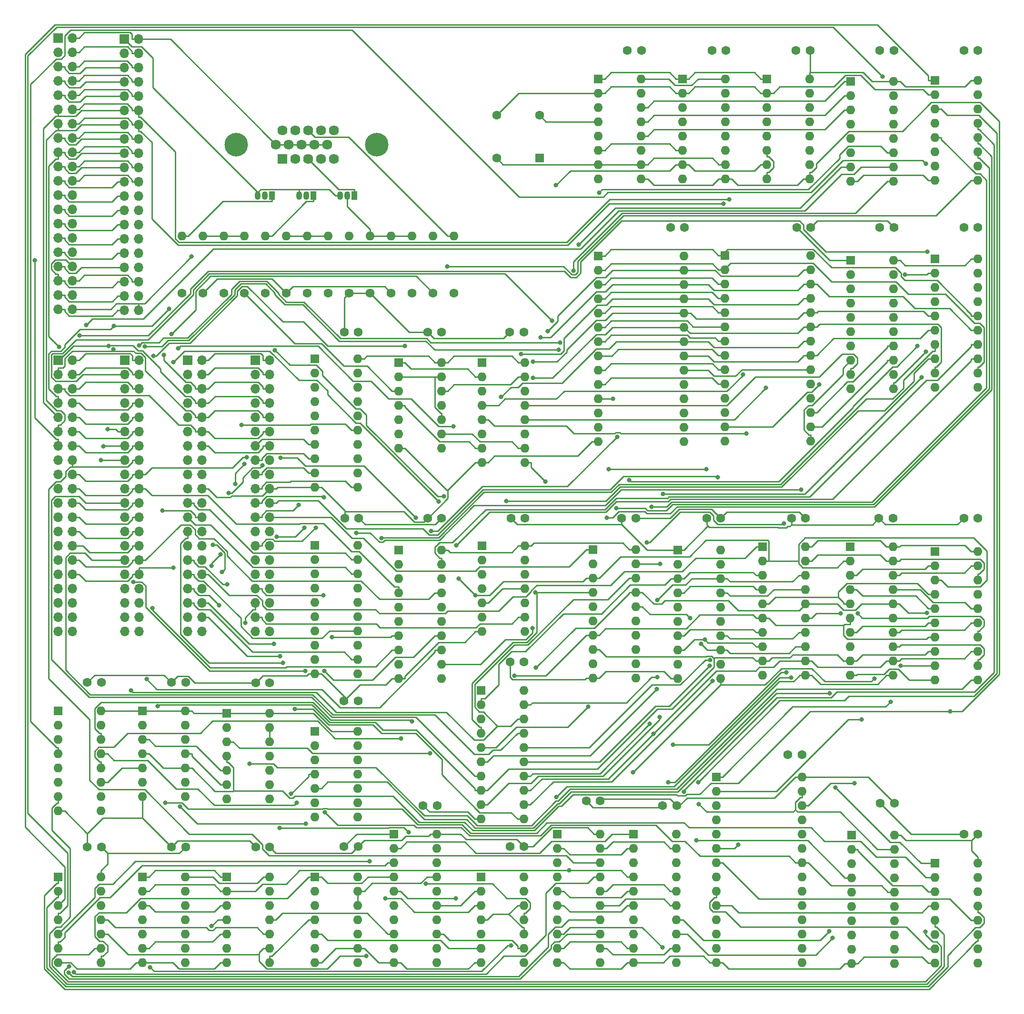
<source format=gbr>
%TF.GenerationSoftware,KiCad,Pcbnew,(6.0.7)*%
%TF.CreationDate,2022-10-13T11:24:39-04:00*%
%TF.ProjectId,VGA,5647412e-6b69-4636-9164-5f7063625858,1.0*%
%TF.SameCoordinates,Original*%
%TF.FileFunction,Copper,L1,Top*%
%TF.FilePolarity,Positive*%
%FSLAX46Y46*%
G04 Gerber Fmt 4.6, Leading zero omitted, Abs format (unit mm)*
G04 Created by KiCad (PCBNEW (6.0.7)) date 2022-10-13 11:24:39*
%MOMM*%
%LPD*%
G01*
G04 APERTURE LIST*
%TA.AperFunction,ComponentPad*%
%ADD10O,1.600000X1.600000*%
%TD*%
%TA.AperFunction,ComponentPad*%
%ADD11C,1.600000*%
%TD*%
%TA.AperFunction,ComponentPad*%
%ADD12R,1.600000X1.600000*%
%TD*%
%TA.AperFunction,ComponentPad*%
%ADD13O,1.050000X1.500000*%
%TD*%
%TA.AperFunction,ComponentPad*%
%ADD14R,1.050000X1.500000*%
%TD*%
%TA.AperFunction,ComponentPad*%
%ADD15R,1.700000X1.700000*%
%TD*%
%TA.AperFunction,ComponentPad*%
%ADD16O,1.700000X1.700000*%
%TD*%
%TA.AperFunction,ComponentPad*%
%ADD17C,4.196000*%
%TD*%
%TA.AperFunction,ComponentPad*%
%ADD18C,1.785000*%
%TD*%
%TA.AperFunction,ComponentPad*%
%ADD19R,1.785000X1.785000*%
%TD*%
%TA.AperFunction,ViaPad*%
%ADD20C,0.800000*%
%TD*%
%TA.AperFunction,Conductor*%
%ADD21C,0.250000*%
%TD*%
G04 APERTURE END LIST*
D10*
%TO.P,R4,2*%
%TO.N,Net-(Q2-Pad2)*%
X156778300Y-89463800D03*
D11*
%TO.P,R4,1*%
%TO.N,Net-(R2-Pad1)*%
X156778300Y-99623800D03*
%TD*%
%TO.P,C15,1*%
%TO.N,GND*%
X211398000Y-198130000D03*
%TO.P,C15,2*%
%TO.N,VCC*%
X213898000Y-198130000D03*
%TD*%
%TO.P,C35,1*%
%TO.N,GND*%
X182026400Y-139705000D03*
%TO.P,C35,2*%
%TO.N,VCC*%
X184526400Y-139705000D03*
%TD*%
D12*
%TO.P,U7,1*%
%TO.N,/VA2*%
X131104800Y-203509800D03*
D10*
%TO.P,U7,2*%
%TO.N,/VA3*%
X131104800Y-206049800D03*
%TO.P,U7,3*%
%TO.N,/Character RAM/~{YO}*%
X131104800Y-208589800D03*
%TO.P,U7,4*%
%TO.N,/Character RAM/~{Y1}*%
X131104800Y-211129800D03*
%TO.P,U7,5*%
%TO.N,/Character RAM/~{Y7}*%
X131104800Y-213669800D03*
%TO.P,U7,6*%
%TO.N,Net-(U25-Pad3)*%
X131104800Y-216209800D03*
%TO.P,U7,7,GND*%
%TO.N,GND*%
X131104800Y-218749800D03*
%TO.P,U7,8*%
%TO.N,Net-(U22-Pad1)*%
X138724800Y-218749800D03*
%TO.P,U7,9*%
%TO.N,/Character RAM/~{Y3}*%
X138724800Y-216209800D03*
%TO.P,U7,10*%
%TO.N,/Character RAM/~{Y4}*%
X138724800Y-213669800D03*
%TO.P,U7,11*%
%TO.N,/Character RAM/~{Y5}*%
X138724800Y-211129800D03*
%TO.P,U7,12*%
%TO.N,/Synchronization/RST524*%
X138724800Y-208589800D03*
%TO.P,U7,13*%
%TO.N,/VA9*%
X138724800Y-206049800D03*
%TO.P,U7,14,VCC*%
%TO.N,VCC*%
X138724800Y-203509800D03*
%TD*%
D11*
%TO.P,C12,1*%
%TO.N,GND*%
X181883200Y-198130000D03*
%TO.P,C12,2*%
%TO.N,VCC*%
X184383200Y-198130000D03*
%TD*%
D12*
%TO.P,U4,1*%
%TO.N,/Synchronization/HCARRY1*%
X161056000Y-203509800D03*
D10*
%TO.P,U4,2*%
%TO.N,/HA4*%
X161056000Y-206049800D03*
%TO.P,U4,3*%
%TO.N,Net-(U4-Pad3)*%
X161056000Y-208589800D03*
%TO.P,U4,4*%
%TO.N,Net-(U4-Pad4)*%
X161056000Y-211129800D03*
%TO.P,U4,5*%
%TO.N,/Synchronization/~{H_CLR}*%
X161056000Y-213669800D03*
%TO.P,U4,6*%
%TO.N,Net-(U4-Pad6)*%
X161056000Y-216209800D03*
%TO.P,U4,7,GND*%
%TO.N,GND*%
X161056000Y-218749800D03*
%TO.P,U4,8*%
%TO.N,Net-(U22-Pad4)*%
X168676000Y-218749800D03*
%TO.P,U4,9*%
%TO.N,/Character RAM/~{Y4}*%
X168676000Y-216209800D03*
%TO.P,U4,10*%
%TO.N,/Character RAM/~{Y5}*%
X168676000Y-213669800D03*
%TO.P,U4,11*%
%TO.N,Net-(U25-Pad8)*%
X168676000Y-211129800D03*
%TO.P,U4,12*%
%TO.N,Net-(U22-Pad6)*%
X168676000Y-208589800D03*
%TO.P,U4,13*%
%TO.N,Net-(U20-Pad4)*%
X168676000Y-206049800D03*
%TO.P,U4,14,VCC*%
%TO.N,VCC*%
X168676000Y-203509800D03*
%TD*%
D12*
%TO.P,U18,1,OE*%
%TO.N,/~{CRDL}*%
X256279400Y-144785000D03*
D10*
%TO.P,U18,2,O0*%
%TO.N,/D0*%
X256279400Y-147325000D03*
%TO.P,U18,3,D0*%
%TO.N,/Character RAM/ID0*%
X256279400Y-149865000D03*
%TO.P,U18,4,D1*%
%TO.N,/Character RAM/ID1*%
X256279400Y-152405000D03*
%TO.P,U18,5,O1*%
%TO.N,/D1*%
X256279400Y-154945000D03*
%TO.P,U18,6,O2*%
%TO.N,/D2*%
X256279400Y-157485000D03*
%TO.P,U18,7,D2*%
%TO.N,/Character RAM/ID2*%
X256279400Y-160025000D03*
%TO.P,U18,8,D3*%
%TO.N,/Character RAM/ID3*%
X256279400Y-162565000D03*
%TO.P,U18,9,O3*%
%TO.N,/D3*%
X256279400Y-165105000D03*
%TO.P,U18,10,GND*%
%TO.N,GND*%
X256279400Y-167645000D03*
%TO.P,U18,11,Cp*%
%TO.N,/Character RAM/~{CPU}*%
X263899400Y-167645000D03*
%TO.P,U18,12,O4*%
%TO.N,/D4*%
X263899400Y-165105000D03*
%TO.P,U18,13,D4*%
%TO.N,/Character RAM/ID4*%
X263899400Y-162565000D03*
%TO.P,U18,14,D5*%
%TO.N,/Character RAM/ID5*%
X263899400Y-160025000D03*
%TO.P,U18,15,O5*%
%TO.N,/D5*%
X263899400Y-157485000D03*
%TO.P,U18,16,O6*%
%TO.N,/D6*%
X263899400Y-154945000D03*
%TO.P,U18,17,D6*%
%TO.N,/Character RAM/ID6*%
X263899400Y-152405000D03*
%TO.P,U18,18,D7*%
%TO.N,/Character RAM/ID7*%
X263899400Y-149865000D03*
%TO.P,U18,19,O7*%
%TO.N,/D7*%
X263899400Y-147325000D03*
%TO.P,U18,20,VCC*%
%TO.N,VCC*%
X263899400Y-144785000D03*
%TD*%
D13*
%TO.P,Q2,3,C*%
%TO.N,VCC*%
X166563200Y-82245800D03*
%TO.P,Q2,2,B*%
%TO.N,Net-(Q2-Pad2)*%
X167833200Y-82245800D03*
D14*
%TO.P,Q2,1,E*%
%TO.N,Net-(J2-Pad1)*%
X169103200Y-82245800D03*
%TD*%
D11*
%TO.P,C9,1*%
%TO.N,GND*%
X151230400Y-168935800D03*
%TO.P,C9,2*%
%TO.N,VCC*%
X153730400Y-168935800D03*
%TD*%
D12*
%TO.P,U11,1,OE*%
%TO.N,/Character RAM/~{CPU}*%
X219811600Y-195889800D03*
D10*
%TO.P,U11,2,O0*%
%TO.N,/Character RAM/IA0*%
X219811600Y-198429800D03*
%TO.P,U11,3,D0*%
%TO.N,/CA0*%
X219811600Y-200969800D03*
%TO.P,U11,4,D1*%
%TO.N,/CA1*%
X219811600Y-203509800D03*
%TO.P,U11,5,O1*%
%TO.N,/Character RAM/IA1*%
X219811600Y-206049800D03*
%TO.P,U11,6,O2*%
%TO.N,/Character RAM/IA2*%
X219811600Y-208589800D03*
%TO.P,U11,7,D2*%
%TO.N,/CA2*%
X219811600Y-211129800D03*
%TO.P,U11,8,D3*%
%TO.N,/CA3*%
X219811600Y-213669800D03*
%TO.P,U11,9,O3*%
%TO.N,/Character RAM/IA3*%
X219811600Y-216209800D03*
%TO.P,U11,10,GND*%
%TO.N,GND*%
X219811600Y-218749800D03*
%TO.P,U11,11,LE*%
%TO.N,/CADDL*%
X227431600Y-218749800D03*
%TO.P,U11,12,O4*%
%TO.N,/Character RAM/IA4*%
X227431600Y-216209800D03*
%TO.P,U11,13,D4*%
%TO.N,/CA4*%
X227431600Y-213669800D03*
%TO.P,U11,14,D5*%
%TO.N,/CA5*%
X227431600Y-211129800D03*
%TO.P,U11,15,O5*%
%TO.N,/Character RAM/IA5*%
X227431600Y-208589800D03*
%TO.P,U11,16,O6*%
%TO.N,/Character RAM/IA6*%
X227431600Y-206049800D03*
%TO.P,U11,17,D6*%
%TO.N,/CA6*%
X227431600Y-203509800D03*
%TO.P,U11,18,D7*%
%TO.N,/CA7*%
X227431600Y-200969800D03*
%TO.P,U11,19,O7*%
%TO.N,/Character RAM/IA7*%
X227431600Y-198429800D03*
%TO.P,U11,20,VCC*%
%TO.N,VCC*%
X227431600Y-195889800D03*
%TD*%
D12*
%TO.P,U29,1,OE*%
%TO.N,/CFONTD*%
X226120800Y-145247200D03*
D10*
%TO.P,U29,2,O0*%
%TO.N,/Font RAM/FD0*%
X226120800Y-147787200D03*
%TO.P,U29,3,D0*%
%TO.N,/D0*%
X226120800Y-150327200D03*
%TO.P,U29,4,D1*%
%TO.N,/D1*%
X226120800Y-152867200D03*
%TO.P,U29,5,O1*%
%TO.N,/Font RAM/FD1*%
X226120800Y-155407200D03*
%TO.P,U29,6,O2*%
%TO.N,/Font RAM/FD2*%
X226120800Y-157947200D03*
%TO.P,U29,7,D2*%
%TO.N,/D2*%
X226120800Y-160487200D03*
%TO.P,U29,8,D3*%
%TO.N,/D3*%
X226120800Y-163027200D03*
%TO.P,U29,9,O3*%
%TO.N,/Font RAM/FD3*%
X226120800Y-165567200D03*
%TO.P,U29,10,GND*%
%TO.N,GND*%
X226120800Y-168107200D03*
%TO.P,U29,11,LE*%
%TO.N,/Font RAM/~{FONT_RW}*%
X233740800Y-168107200D03*
%TO.P,U29,12,O4*%
%TO.N,/Font RAM/FD4*%
X233740800Y-165567200D03*
%TO.P,U29,13,D4*%
%TO.N,/D4*%
X233740800Y-163027200D03*
%TO.P,U29,14,D5*%
%TO.N,/D5*%
X233740800Y-160487200D03*
%TO.P,U29,15,O5*%
%TO.N,/Font RAM/FD5*%
X233740800Y-157947200D03*
%TO.P,U29,16,O6*%
%TO.N,/Font RAM/FD6*%
X233740800Y-155407200D03*
%TO.P,U29,17,D6*%
%TO.N,/D6*%
X233740800Y-152867200D03*
%TO.P,U29,18,D7*%
%TO.N,/D7*%
X233740800Y-150327200D03*
%TO.P,U29,19,O7*%
%TO.N,/Font RAM/FD7*%
X233740800Y-147787200D03*
%TO.P,U29,20,VCC*%
%TO.N,VCC*%
X233740800Y-145247200D03*
%TD*%
D11*
%TO.P,C28,1*%
%TO.N,GND*%
X211358400Y-106583400D03*
%TO.P,C28,2*%
%TO.N,VCC*%
X213858400Y-106583400D03*
%TD*%
%TO.P,C36,1*%
%TO.N,GND*%
X196737600Y-106583400D03*
%TO.P,C36,2*%
%TO.N,VCC*%
X199237600Y-106583400D03*
%TD*%
D15*
%TO.P,J7,1,Pin_1*%
%TO.N,VCC*%
X142839600Y-54427200D03*
D16*
%TO.P,J7,2,Pin_2*%
%TO.N,GND*%
X145379600Y-54427200D03*
%TO.P,J7,3,Pin_3*%
%TO.N,/A0*%
X142839600Y-56967200D03*
%TO.P,J7,4,Pin_4*%
%TO.N,/D0*%
X145379600Y-56967200D03*
%TO.P,J7,5,Pin_5*%
%TO.N,/A1*%
X142839600Y-59507200D03*
%TO.P,J7,6,Pin_6*%
%TO.N,/D1*%
X145379600Y-59507200D03*
%TO.P,J7,7,Pin_7*%
%TO.N,/A2*%
X142839600Y-62047200D03*
%TO.P,J7,8,Pin_8*%
%TO.N,/D2*%
X145379600Y-62047200D03*
%TO.P,J7,9,Pin_9*%
%TO.N,/A3*%
X142839600Y-64587200D03*
%TO.P,J7,10,Pin_10*%
%TO.N,/D3*%
X145379600Y-64587200D03*
%TO.P,J7,11,Pin_11*%
%TO.N,/A4*%
X142839600Y-67127200D03*
%TO.P,J7,12,Pin_12*%
%TO.N,/D4*%
X145379600Y-67127200D03*
%TO.P,J7,13,Pin_13*%
%TO.N,/A5*%
X142839600Y-69667200D03*
%TO.P,J7,14,Pin_14*%
%TO.N,/D5*%
X145379600Y-69667200D03*
%TO.P,J7,15,Pin_15*%
%TO.N,/A6*%
X142839600Y-72207200D03*
%TO.P,J7,16,Pin_16*%
%TO.N,/D6*%
X145379600Y-72207200D03*
%TO.P,J7,17,Pin_17*%
%TO.N,/A7*%
X142839600Y-74747200D03*
%TO.P,J7,18,Pin_18*%
%TO.N,/D7*%
X145379600Y-74747200D03*
%TO.P,J7,19,Pin_19*%
%TO.N,/A8*%
X142839600Y-77287200D03*
%TO.P,J7,20,Pin_20*%
%TO.N,/CB1*%
X145379600Y-77287200D03*
%TO.P,J7,21,Pin_21*%
%TO.N,/A9*%
X142839600Y-79827200D03*
%TO.P,J7,22,Pin_22*%
%TO.N,/CB2*%
X145379600Y-79827200D03*
%TO.P,J7,23,Pin_23*%
%TO.N,/A10*%
X142839600Y-82367200D03*
%TO.P,J7,24,Pin_24*%
%TO.N,/VGACS*%
X145379600Y-82367200D03*
%TO.P,J7,25,Pin_25*%
%TO.N,/A11*%
X142839600Y-84907200D03*
%TO.P,J7,26,Pin_26*%
%TO.N,unconnected-(J7-Pad26)*%
X145379600Y-84907200D03*
%TO.P,J7,27,Pin_27*%
%TO.N,/A12*%
X142839600Y-87447200D03*
%TO.P,J7,28,Pin_28*%
%TO.N,unconnected-(J7-Pad28)*%
X145379600Y-87447200D03*
%TO.P,J7,29,Pin_29*%
%TO.N,/A13*%
X142839600Y-89987200D03*
%TO.P,J7,30,Pin_30*%
%TO.N,unconnected-(J7-Pad30)*%
X145379600Y-89987200D03*
%TO.P,J7,31,Pin_31*%
%TO.N,/A14*%
X142839600Y-92527200D03*
%TO.P,J7,32,Pin_32*%
%TO.N,unconnected-(J7-Pad32)*%
X145379600Y-92527200D03*
%TO.P,J7,33,Pin_33*%
%TO.N,/A15*%
X142839600Y-95067200D03*
%TO.P,J7,34,Pin_34*%
%TO.N,/CPU_CLK*%
X145379600Y-95067200D03*
%TO.P,J7,35,Pin_35*%
X142839600Y-97607200D03*
%TO.P,J7,36,Pin_36*%
%TO.N,/~{CPU_CLK}*%
X145379600Y-97607200D03*
%TO.P,J7,37,Pin_37*%
%TO.N,/IRQ*%
X142839600Y-100147200D03*
%TO.P,J7,38,Pin_38*%
%TO.N,unconnected-(J7-Pad38)*%
X145379600Y-100147200D03*
%TO.P,J7,39,Pin_39*%
%TO.N,/~{RW}*%
X142839600Y-102687200D03*
%TO.P,J7,40,Pin_40*%
%TO.N,VCC*%
X145379600Y-102687200D03*
%TD*%
D10*
%TO.P,R7,2*%
%TO.N,Net-(Q1-Pad2)*%
X186539300Y-89463800D03*
D11*
%TO.P,R7,1*%
%TO.N,GND*%
X186539300Y-99623800D03*
%TD*%
%TO.P,C16,1*%
%TO.N,GND*%
X261429400Y-139705000D03*
%TO.P,C16,2*%
%TO.N,VCC*%
X263929400Y-139705000D03*
%TD*%
D12*
%TO.P,U28,1,OE*%
%TO.N,GND*%
X272089100Y-196047200D03*
D10*
%TO.P,U28,2,O0*%
%TO.N,Net-(U28-Pad2)*%
X272089100Y-198587200D03*
%TO.P,U28,3,D0*%
%TO.N,/D0*%
X272089100Y-201127200D03*
%TO.P,U28,4,D1*%
%TO.N,/D1*%
X272089100Y-203667200D03*
%TO.P,U28,5,O1*%
%TO.N,Net-(U28-Pad5)*%
X272089100Y-206207200D03*
%TO.P,U28,6,O2*%
%TO.N,Net-(U28-Pad6)*%
X272089100Y-208747200D03*
%TO.P,U28,7,D2*%
%TO.N,/D2*%
X272089100Y-211287200D03*
%TO.P,U28,8,D3*%
%TO.N,/D3*%
X272089100Y-213827200D03*
%TO.P,U28,9,O3*%
%TO.N,Net-(U28-Pad9)*%
X272089100Y-216367200D03*
%TO.P,U28,10,GND*%
%TO.N,GND*%
X272089100Y-218907200D03*
%TO.P,U28,11,LE*%
%TO.N,/CFONTA*%
X279709100Y-218907200D03*
%TO.P,U28,12,O4*%
%TO.N,/~{CHAR}*%
X279709100Y-216367200D03*
%TO.P,U28,13,D4*%
%TO.N,/D4*%
X279709100Y-213827200D03*
%TO.P,U28,14,D5*%
%TO.N,/D5*%
X279709100Y-211287200D03*
%TO.P,U28,15,O5*%
%TO.N,/~{SLEEP}*%
X279709100Y-208747200D03*
%TO.P,U28,16,O6*%
%TO.N,/~{FONT_OE}*%
X279709100Y-206207200D03*
%TO.P,U28,17,D6*%
%TO.N,/D6*%
X279709100Y-203667200D03*
%TO.P,U28,18,D7*%
%TO.N,/D7*%
X279709100Y-201127200D03*
%TO.P,U28,19,O7*%
%TO.N,/Font RAM/~{FONT_RW}*%
X279709100Y-198587200D03*
%TO.P,U28,20,VCC*%
%TO.N,VCC*%
X279709100Y-196047200D03*
%TD*%
D12*
%TO.P,X1,1,EN*%
%TO.N,unconnected-(X1-Pad1)*%
X216652000Y-75595400D03*
D11*
%TO.P,X1,4,GND*%
%TO.N,GND*%
X216652000Y-67975400D03*
%TO.P,X1,5,OUT*%
%TO.N,/VGA_CLK*%
X209032000Y-67975400D03*
%TO.P,X1,8,Vcc*%
%TO.N,VCC*%
X209032000Y-75595400D03*
%TD*%
D12*
%TO.P,U13,1,OE*%
%TO.N,/Character RAM/~{VID}*%
X233375200Y-195889800D03*
D10*
%TO.P,U13,2,O0*%
%TO.N,/Character RAM/IA0*%
X233375200Y-198429800D03*
%TO.P,U13,3,D0*%
%TO.N,/HA3*%
X233375200Y-200969800D03*
%TO.P,U13,4,D1*%
%TO.N,/HA4*%
X233375200Y-203509800D03*
%TO.P,U13,5,O1*%
%TO.N,/Character RAM/IA1*%
X233375200Y-206049800D03*
%TO.P,U13,6,O2*%
%TO.N,/Character RAM/IA2*%
X233375200Y-208589800D03*
%TO.P,U13,7,D2*%
%TO.N,/HA5*%
X233375200Y-211129800D03*
%TO.P,U13,8,D3*%
%TO.N,/HA6*%
X233375200Y-213669800D03*
%TO.P,U13,9,O3*%
%TO.N,/Character RAM/IA3*%
X233375200Y-216209800D03*
%TO.P,U13,10,GND*%
%TO.N,GND*%
X233375200Y-218749800D03*
%TO.P,U13,11,LE*%
%TO.N,VCC*%
X240995200Y-218749800D03*
%TO.P,U13,12,O4*%
%TO.N,/Character RAM/IA4*%
X240995200Y-216209800D03*
%TO.P,U13,13,D4*%
%TO.N,/HA7*%
X240995200Y-213669800D03*
%TO.P,U13,14,D5*%
%TO.N,/HA8*%
X240995200Y-211129800D03*
%TO.P,U13,15,O5*%
%TO.N,/Character RAM/IA5*%
X240995200Y-208589800D03*
%TO.P,U13,16,O6*%
%TO.N,/Character RAM/IA6*%
X240995200Y-206049800D03*
%TO.P,U13,17,D6*%
%TO.N,/HA9*%
X240995200Y-203509800D03*
%TO.P,U13,18,D7*%
%TO.N,/VA4*%
X240995200Y-200969800D03*
%TO.P,U13,19,O7*%
%TO.N,/Character RAM/IA7*%
X240995200Y-198429800D03*
%TO.P,U13,20,VCC*%
%TO.N,VCC*%
X240995200Y-195889800D03*
%TD*%
%TO.P,R8,2*%
%TO.N,Net-(Q2-Pad2)*%
X160498500Y-89463800D03*
D11*
%TO.P,R8,1*%
%TO.N,GND*%
X160498500Y-99623800D03*
%TD*%
D15*
%TO.P,J1,1,Pin_1*%
%TO.N,VCC*%
X131049000Y-54229000D03*
D16*
%TO.P,J1,2,Pin_2*%
%TO.N,GND*%
X133589000Y-54229000D03*
%TO.P,J1,3,Pin_3*%
%TO.N,/A0*%
X131049000Y-56769000D03*
%TO.P,J1,4,Pin_4*%
%TO.N,/D0*%
X133589000Y-56769000D03*
%TO.P,J1,5,Pin_5*%
%TO.N,/A1*%
X131049000Y-59309000D03*
%TO.P,J1,6,Pin_6*%
%TO.N,/D1*%
X133589000Y-59309000D03*
%TO.P,J1,7,Pin_7*%
%TO.N,/A2*%
X131049000Y-61849000D03*
%TO.P,J1,8,Pin_8*%
%TO.N,/D2*%
X133589000Y-61849000D03*
%TO.P,J1,9,Pin_9*%
%TO.N,/A3*%
X131049000Y-64389000D03*
%TO.P,J1,10,Pin_10*%
%TO.N,/D3*%
X133589000Y-64389000D03*
%TO.P,J1,11,Pin_11*%
%TO.N,/A4*%
X131049000Y-66929000D03*
%TO.P,J1,12,Pin_12*%
%TO.N,/D4*%
X133589000Y-66929000D03*
%TO.P,J1,13,Pin_13*%
%TO.N,/A5*%
X131049000Y-69469000D03*
%TO.P,J1,14,Pin_14*%
%TO.N,/D5*%
X133589000Y-69469000D03*
%TO.P,J1,15,Pin_15*%
%TO.N,/A6*%
X131049000Y-72009000D03*
%TO.P,J1,16,Pin_16*%
%TO.N,/D6*%
X133589000Y-72009000D03*
%TO.P,J1,17,Pin_17*%
%TO.N,/A7*%
X131049000Y-74549000D03*
%TO.P,J1,18,Pin_18*%
%TO.N,/D7*%
X133589000Y-74549000D03*
%TO.P,J1,19,Pin_19*%
%TO.N,/A8*%
X131049000Y-77089000D03*
%TO.P,J1,20,Pin_20*%
%TO.N,/CB1*%
X133589000Y-77089000D03*
%TO.P,J1,21,Pin_21*%
%TO.N,/A9*%
X131049000Y-79629000D03*
%TO.P,J1,22,Pin_22*%
%TO.N,/CB2*%
X133589000Y-79629000D03*
%TO.P,J1,23,Pin_23*%
%TO.N,/A10*%
X131049000Y-82169000D03*
%TO.P,J1,24,Pin_24*%
%TO.N,unconnected-(J1-Pad24)*%
X133589000Y-82169000D03*
%TO.P,J1,25,Pin_25*%
%TO.N,/A11*%
X131049000Y-84709000D03*
%TO.P,J1,26,Pin_26*%
%TO.N,unconnected-(J1-Pad26)*%
X133589000Y-84709000D03*
%TO.P,J1,27,Pin_27*%
%TO.N,/A12*%
X131049000Y-87249000D03*
%TO.P,J1,28,Pin_28*%
%TO.N,unconnected-(J1-Pad28)*%
X133589000Y-87249000D03*
%TO.P,J1,29,Pin_29*%
%TO.N,/A13*%
X131049000Y-89789000D03*
%TO.P,J1,30,Pin_30*%
%TO.N,unconnected-(J1-Pad30)*%
X133589000Y-89789000D03*
%TO.P,J1,31,Pin_31*%
%TO.N,/A14*%
X131049000Y-92329000D03*
%TO.P,J1,32,Pin_32*%
%TO.N,unconnected-(J1-Pad32)*%
X133589000Y-92329000D03*
%TO.P,J1,33,Pin_33*%
%TO.N,/A15*%
X131049000Y-94869000D03*
%TO.P,J1,34,Pin_34*%
%TO.N,/CPU_CLK*%
X133589000Y-94869000D03*
%TO.P,J1,35,Pin_35*%
X131049000Y-97409000D03*
%TO.P,J1,36,Pin_36*%
%TO.N,/~{CPU_CLK}*%
X133589000Y-97409000D03*
%TO.P,J1,37,Pin_37*%
%TO.N,/IRQ*%
X131049000Y-99949000D03*
%TO.P,J1,38,Pin_38*%
%TO.N,unconnected-(J1-Pad38)*%
X133589000Y-99949000D03*
%TO.P,J1,39,Pin_39*%
%TO.N,/~{RW}*%
X131049000Y-102489000D03*
%TO.P,J1,40,Pin_40*%
%TO.N,VCC*%
X133589000Y-102489000D03*
%TD*%
D11*
%TO.P,C1,1*%
%TO.N,GND*%
X247313100Y-56433800D03*
%TO.P,C1,2*%
%TO.N,VCC*%
X249813100Y-56433800D03*
%TD*%
%TO.P,C6,1*%
%TO.N,GND*%
X136254800Y-168935800D03*
%TO.P,C6,2*%
%TO.N,VCC*%
X138754800Y-168935800D03*
%TD*%
D12*
%TO.P,U14,1,OE*%
%TO.N,/Character RAM/~{VID}*%
X286918400Y-93568600D03*
D10*
%TO.P,U14,2,O0*%
%TO.N,/Character RAM/IA8*%
X286918400Y-96108600D03*
%TO.P,U14,3,D0*%
%TO.N,/VA5*%
X286918400Y-98648600D03*
%TO.P,U14,4,D1*%
%TO.N,/VA6*%
X286918400Y-101188600D03*
%TO.P,U14,5,O1*%
%TO.N,/Character RAM/IA9*%
X286918400Y-103728600D03*
%TO.P,U14,6,O2*%
%TO.N,/Character RAM/IA10*%
X286918400Y-106268600D03*
%TO.P,U14,7,D2*%
%TO.N,/VA7*%
X286918400Y-108808600D03*
%TO.P,U14,8,D3*%
%TO.N,/VA8*%
X286918400Y-111348600D03*
%TO.P,U14,9,O3*%
%TO.N,/Character RAM/IA11*%
X286918400Y-113888600D03*
%TO.P,U14,10,GND*%
%TO.N,GND*%
X286918400Y-116428600D03*
%TO.P,U14,11,LE*%
%TO.N,VCC*%
X294538400Y-116428600D03*
%TO.P,U14,12,O4*%
%TO.N,/Character RAM/IA12*%
X294538400Y-113888600D03*
%TO.P,U14,13,D4*%
%TO.N,/VA9*%
X294538400Y-111348600D03*
%TO.P,U14,14,D5*%
%TO.N,/Character RAM/DISP_PAGE*%
X294538400Y-108808600D03*
%TO.P,U14,15,O5*%
%TO.N,/Character RAM/IA13*%
X294538400Y-106268600D03*
%TO.P,U14,16,O6*%
%TO.N,/Character RAM/IA14*%
X294538400Y-103728600D03*
%TO.P,U14,17,D6*%
%TO.N,GND*%
X294538400Y-101188600D03*
%TO.P,U14,18,D7*%
X294538400Y-98648600D03*
%TO.P,U14,19,O7*%
%TO.N,unconnected-(U14-Pad19)*%
X294538400Y-96108600D03*
%TO.P,U14,20,VCC*%
%TO.N,VCC*%
X294538400Y-93568600D03*
%TD*%
D12*
%TO.P,U9,1,~{R}*%
%TO.N,VCC*%
X146080400Y-174015800D03*
D10*
%TO.P,U9,2,D*%
%TO.N,/Synchronization/RST524*%
X146080400Y-176555800D03*
%TO.P,U9,3,C*%
%TO.N,/~{HSYNC}*%
X146080400Y-179095800D03*
%TO.P,U9,4,~{S}*%
%TO.N,/~{SLEEP}*%
X146080400Y-181635800D03*
%TO.P,U9,5,Q*%
%TO.N,Net-(U6-Pad11)*%
X146080400Y-184175800D03*
%TO.P,U9,6,~{Q}*%
%TO.N,Net-(U9-Pad13)*%
X146080400Y-186715800D03*
%TO.P,U9,7,GND*%
%TO.N,GND*%
X146080400Y-189255800D03*
%TO.P,U9,8,~{Q}*%
%TO.N,unconnected-(U9-Pad8)*%
X153700400Y-189255800D03*
%TO.P,U9,9,Q*%
%TO.N,/~{VSYNC}*%
X153700400Y-186715800D03*
%TO.P,U9,10,~{S}*%
%TO.N,/~{SLEEP}*%
X153700400Y-184175800D03*
%TO.P,U9,11,C*%
%TO.N,Net-(U5-Pad10)*%
X153700400Y-181635800D03*
%TO.P,U9,12,D*%
%TO.N,VCC*%
X153700400Y-179095800D03*
%TO.P,U9,13,~{R}*%
%TO.N,Net-(U9-Pad13)*%
X153700400Y-176555800D03*
%TO.P,U9,14,VCC*%
%TO.N,VCC*%
X153700400Y-174015800D03*
%TD*%
D12*
%TO.P,U12,1,OE*%
%TO.N,/Character RAM/~{CPU}*%
X191587600Y-145348800D03*
D10*
%TO.P,U12,2,O0*%
%TO.N,/Character RAM/IA8*%
X191587600Y-147888800D03*
%TO.P,U12,3,D0*%
%TO.N,/CA8*%
X191587600Y-150428800D03*
%TO.P,U12,4,D1*%
%TO.N,/CA9*%
X191587600Y-152968800D03*
%TO.P,U12,5,O1*%
%TO.N,/Character RAM/IA9*%
X191587600Y-155508800D03*
%TO.P,U12,6,O2*%
%TO.N,/Character RAM/IA10*%
X191587600Y-158048800D03*
%TO.P,U12,7,D2*%
%TO.N,/CA10*%
X191587600Y-160588800D03*
%TO.P,U12,8,D3*%
%TO.N,/CA11*%
X191587600Y-163128800D03*
%TO.P,U12,9,O3*%
%TO.N,/Character RAM/IA11*%
X191587600Y-165668800D03*
%TO.P,U12,10,GND*%
%TO.N,GND*%
X191587600Y-168208800D03*
%TO.P,U12,11,LE*%
%TO.N,/CADDL*%
X199207600Y-168208800D03*
%TO.P,U12,12,O4*%
%TO.N,/Character RAM/IA12*%
X199207600Y-165668800D03*
%TO.P,U12,13,D4*%
%TO.N,/CA12*%
X199207600Y-163128800D03*
%TO.P,U12,14,D5*%
%TO.N,/CA13*%
X199207600Y-160588800D03*
%TO.P,U12,15,O5*%
%TO.N,/Character RAM/IA13*%
X199207600Y-158048800D03*
%TO.P,U12,16,O6*%
%TO.N,/Character RAM/IA14*%
X199207600Y-155508800D03*
%TO.P,U12,17,D6*%
%TO.N,/CA14*%
X199207600Y-152968800D03*
%TO.P,U12,18,D7*%
%TO.N,/CA15*%
X199207600Y-150428800D03*
%TO.P,U12,19,O7*%
%TO.N,/Character RAM/DISP_PAGE*%
X199207600Y-147888800D03*
%TO.P,U12,20,VCC*%
%TO.N,VCC*%
X199207600Y-145348800D03*
%TD*%
%TO.P,R10,2*%
%TO.N,Net-(J2-Pad3)*%
X182819200Y-89463800D03*
D11*
%TO.P,R10,1*%
%TO.N,GND*%
X182819200Y-99623800D03*
%TD*%
D10*
%TO.P,R1,2*%
%TO.N,Net-(Q1-Pad2)*%
X193979600Y-89463800D03*
D11*
%TO.P,R1,1*%
%TO.N,Net-(R1-Pad1)*%
X193979600Y-99623800D03*
%TD*%
D15*
%TO.P,J8,1,Pin_1*%
%TO.N,/GALB_I0*%
X166106000Y-111577200D03*
D16*
%TO.P,J8,2,Pin_2*%
%TO.N,/CPU_CLK*%
X168646000Y-111577200D03*
%TO.P,J8,3,Pin_3*%
%TO.N,/GALB_I1*%
X166106000Y-114117200D03*
%TO.P,J8,4,Pin_4*%
%TO.N,/VGACS*%
X168646000Y-114117200D03*
%TO.P,J8,5,Pin_5*%
%TO.N,/GALB_I2*%
X166106000Y-116657200D03*
%TO.P,J8,6,Pin_6*%
%TO.N,/~{RW}*%
X168646000Y-116657200D03*
%TO.P,J8,7,Pin_7*%
%TO.N,/GALB_I3*%
X166106000Y-119197200D03*
%TO.P,J8,8,Pin_8*%
%TO.N,/A0*%
X168646000Y-119197200D03*
%TO.P,J8,9,Pin_9*%
%TO.N,/GALB_I4*%
X166106000Y-121737200D03*
%TO.P,J8,10,Pin_10*%
%TO.N,/A1*%
X168646000Y-121737200D03*
%TO.P,J8,11,Pin_11*%
%TO.N,/GALB_I5*%
X166106000Y-124277200D03*
%TO.P,J8,12,Pin_12*%
%TO.N,/A2*%
X168646000Y-124277200D03*
%TO.P,J8,13,Pin_13*%
%TO.N,/GALB_I6*%
X166106000Y-126817200D03*
%TO.P,J8,14,Pin_14*%
%TO.N,/A3*%
X168646000Y-126817200D03*
%TO.P,J8,15,Pin_15*%
%TO.N,/GALB_I7*%
X166106000Y-129357200D03*
%TO.P,J8,16,Pin_16*%
%TO.N,unconnected-(J8-Pad16)*%
X168646000Y-129357200D03*
%TO.P,J8,17,Pin_17*%
%TO.N,/GALB_I8*%
X166106000Y-131897200D03*
%TO.P,J8,18,Pin_18*%
%TO.N,unconnected-(J8-Pad18)*%
X168646000Y-131897200D03*
%TO.P,J8,19,Pin_19*%
%TO.N,/GALB_I9*%
X166106000Y-134437200D03*
%TO.P,J8,20,Pin_20*%
%TO.N,GND*%
X168646000Y-134437200D03*
%TO.P,J8,21,Pin_21*%
%TO.N,/GALB_O0*%
X166106000Y-136977200D03*
%TO.P,J8,22,Pin_22*%
%TO.N,/CFONTA*%
X168646000Y-136977200D03*
%TO.P,J8,23,Pin_23*%
%TO.N,/GALB_O1*%
X166106000Y-139517200D03*
%TO.P,J8,24,Pin_24*%
%TO.N,/CFONTD*%
X168646000Y-139517200D03*
%TO.P,J8,25,Pin_25*%
%TO.N,/GALB_O2*%
X166106000Y-142057200D03*
%TO.P,J8,26,Pin_26*%
%TO.N,unconnected-(J8-Pad26)*%
X168646000Y-142057200D03*
%TO.P,J8,27,Pin_27*%
%TO.N,/GALB_O3*%
X166106000Y-144597200D03*
%TO.P,J8,28,Pin_28*%
%TO.N,unconnected-(J8-Pad28)*%
X168646000Y-144597200D03*
%TO.P,J8,29,Pin_29*%
%TO.N,/GALB_O4*%
X166106000Y-147137200D03*
%TO.P,J8,30,Pin_30*%
%TO.N,unconnected-(J8-Pad30)*%
X168646000Y-147137200D03*
%TO.P,J8,31,Pin_31*%
%TO.N,/GALB_O5*%
X166106000Y-149677200D03*
%TO.P,J8,32,Pin_32*%
%TO.N,unconnected-(J8-Pad32)*%
X168646000Y-149677200D03*
%TO.P,J8,33,Pin_33*%
%TO.N,/GALB_O6*%
X166106000Y-152217200D03*
%TO.P,J8,34,Pin_34*%
%TO.N,unconnected-(J8-Pad34)*%
X168646000Y-152217200D03*
%TO.P,J8,35,Pin_35*%
%TO.N,/GALB_O7*%
X166106000Y-154757200D03*
%TO.P,J8,36,Pin_36*%
%TO.N,unconnected-(J8-Pad36)*%
X168646000Y-154757200D03*
%TO.P,J8,37,Pin_37*%
%TO.N,/VGA_QTR*%
X166106000Y-157297200D03*
%TO.P,J8,38,Pin_38*%
%TO.N,/CPU_CLK*%
X168646000Y-157297200D03*
%TO.P,J8,39,Pin_39*%
%TO.N,unconnected-(J8-Pad39)*%
X166106000Y-159837200D03*
%TO.P,J8,40,Pin_40*%
%TO.N,unconnected-(J8-Pad40)*%
X168646000Y-159837200D03*
%TD*%
D12*
%TO.P,U2,1,~{SR}*%
%TO.N,/Synchronization/~{H_CLR}*%
X242045300Y-61513800D03*
D10*
%TO.P,U2,2,CP*%
%TO.N,/VGA_CLK*%
X242045300Y-64053800D03*
%TO.P,U2,3,P0*%
%TO.N,GND*%
X242045300Y-66593800D03*
%TO.P,U2,4,P1*%
X242045300Y-69133800D03*
%TO.P,U2,5,P2*%
X242045300Y-71673800D03*
%TO.P,U2,6,P3*%
X242045300Y-74213800D03*
%TO.P,U2,7,CEP*%
%TO.N,/Synchronization/HCARRY1*%
X242045300Y-76753800D03*
%TO.P,U2,8,GND*%
%TO.N,GND*%
X242045300Y-79293800D03*
%TO.P,U2,9,~{PE}*%
%TO.N,/~{SLEEP}*%
X249665300Y-79293800D03*
%TO.P,U2,10,CET*%
%TO.N,VCC*%
X249665300Y-76753800D03*
%TO.P,U2,11,Q3*%
%TO.N,/HA7*%
X249665300Y-74213800D03*
%TO.P,U2,12,Q2*%
%TO.N,/HA6*%
X249665300Y-71673800D03*
%TO.P,U2,13,Q1*%
%TO.N,/HA5*%
X249665300Y-69133800D03*
%TO.P,U2,14,Q0*%
%TO.N,/HA4*%
X249665300Y-66593800D03*
%TO.P,U2,15,TC*%
%TO.N,/Synchronization/HCARRY2*%
X249665300Y-64053800D03*
%TO.P,U2,16,VCC*%
%TO.N,VCC*%
X249665300Y-61513800D03*
%TD*%
D11*
%TO.P,C3,1*%
%TO.N,GND*%
X136254800Y-198194000D03*
%TO.P,C3,2*%
%TO.N,VCC*%
X138754800Y-198194000D03*
%TD*%
D12*
%TO.P,U36,1,I1/CLK*%
%TO.N,/GALB_I0*%
X176733200Y-111312800D03*
D10*
%TO.P,U36,2,I2*%
%TO.N,/GALB_I1*%
X176733200Y-113852800D03*
%TO.P,U36,3,I3*%
%TO.N,/GALB_I2*%
X176733200Y-116392800D03*
%TO.P,U36,4,I4*%
%TO.N,/GALB_I3*%
X176733200Y-118932800D03*
%TO.P,U36,5,I5*%
%TO.N,/GALB_I4*%
X176733200Y-121472800D03*
%TO.P,U36,6,I6*%
%TO.N,/GALB_I5*%
X176733200Y-124012800D03*
%TO.P,U36,7,I7*%
%TO.N,/GALB_I6*%
X176733200Y-126552800D03*
%TO.P,U36,8,I8*%
%TO.N,/GALB_I7*%
X176733200Y-129092800D03*
%TO.P,U36,9,I9*%
%TO.N,/GALB_I8*%
X176733200Y-131632800D03*
%TO.P,U36,10,GND*%
%TO.N,GND*%
X176733200Y-134172800D03*
%TO.P,U36,11,I10/~{OE}*%
%TO.N,/GALB_I9*%
X184353200Y-134172800D03*
%TO.P,U36,12,IO8*%
%TO.N,/GALB_O7*%
X184353200Y-131632800D03*
%TO.P,U36,13,IO7*%
%TO.N,/GALB_O6*%
X184353200Y-129092800D03*
%TO.P,U36,14,IO6*%
%TO.N,/GALB_O5*%
X184353200Y-126552800D03*
%TO.P,U36,15,IO5*%
%TO.N,/GALB_O4*%
X184353200Y-124012800D03*
%TO.P,U36,16,IO4*%
%TO.N,/GALB_O3*%
X184353200Y-121472800D03*
%TO.P,U36,17,I03*%
%TO.N,/GALB_O2*%
X184353200Y-118932800D03*
%TO.P,U36,18,IO2*%
%TO.N,/GALB_O1*%
X184353200Y-116392800D03*
%TO.P,U36,19,IO1*%
%TO.N,/GALB_O0*%
X184353200Y-113852800D03*
%TO.P,U36,20,VCC*%
%TO.N,VCC*%
X184353200Y-111312800D03*
%TD*%
D15*
%TO.P,J6,1,Pin_1*%
%TO.N,/GALA_I0*%
X154066400Y-111577200D03*
D16*
%TO.P,J6,2,Pin_2*%
%TO.N,/CPU_CLK*%
X156606400Y-111577200D03*
%TO.P,J6,3,Pin_3*%
%TO.N,/GALA_I1*%
X154066400Y-114117200D03*
%TO.P,J6,4,Pin_4*%
%TO.N,/VGACS*%
X156606400Y-114117200D03*
%TO.P,J6,5,Pin_5*%
%TO.N,/GALA_I2*%
X154066400Y-116657200D03*
%TO.P,J6,6,Pin_6*%
%TO.N,/~{RW}*%
X156606400Y-116657200D03*
%TO.P,J6,7,Pin_7*%
%TO.N,/GALA_I3*%
X154066400Y-119197200D03*
%TO.P,J6,8,Pin_8*%
%TO.N,/A0*%
X156606400Y-119197200D03*
%TO.P,J6,9,Pin_9*%
%TO.N,/GALA_I4*%
X154066400Y-121737200D03*
%TO.P,J6,10,Pin_10*%
%TO.N,/A1*%
X156606400Y-121737200D03*
%TO.P,J6,11,Pin_11*%
%TO.N,/GALA_I5*%
X154066400Y-124277200D03*
%TO.P,J6,12,Pin_12*%
%TO.N,/A2*%
X156606400Y-124277200D03*
%TO.P,J6,13,Pin_13*%
%TO.N,/GALA_I6*%
X154066400Y-126817200D03*
%TO.P,J6,14,Pin_14*%
%TO.N,/A3*%
X156606400Y-126817200D03*
%TO.P,J6,15,Pin_15*%
%TO.N,/GALA_I7*%
X154066400Y-129357200D03*
%TO.P,J6,16,Pin_16*%
%TO.N,unconnected-(J6-Pad16)*%
X156606400Y-129357200D03*
%TO.P,J6,17,Pin_17*%
%TO.N,/GALA_I8*%
X154066400Y-131897200D03*
%TO.P,J6,18,Pin_18*%
%TO.N,unconnected-(J6-Pad18)*%
X156606400Y-131897200D03*
%TO.P,J6,19,Pin_19*%
%TO.N,/GALA_I9*%
X154066400Y-134437200D03*
%TO.P,J6,20,Pin_20*%
%TO.N,GND*%
X156606400Y-134437200D03*
%TO.P,J6,21,Pin_21*%
%TO.N,/GALA_O0*%
X154066400Y-136977200D03*
%TO.P,J6,22,Pin_22*%
%TO.N,/WREQ*%
X156606400Y-136977200D03*
%TO.P,J6,23,Pin_23*%
%TO.N,/GALA_O1*%
X154066400Y-139517200D03*
%TO.P,J6,24,Pin_24*%
%TO.N,/CADDL*%
X156606400Y-139517200D03*
%TO.P,J6,25,Pin_25*%
%TO.N,/GALA_O2*%
X154066400Y-142057200D03*
%TO.P,J6,26,Pin_26*%
%TO.N,/CADDH*%
X156606400Y-142057200D03*
%TO.P,J6,27,Pin_27*%
%TO.N,/GALA_O3*%
X154066400Y-144597200D03*
%TO.P,J6,28,Pin_28*%
%TO.N,/CWRL*%
X156606400Y-144597200D03*
%TO.P,J6,29,Pin_29*%
%TO.N,/GALA_O4*%
X154066400Y-147137200D03*
%TO.P,J6,30,Pin_30*%
%TO.N,/CWRH*%
X156606400Y-147137200D03*
%TO.P,J6,31,Pin_31*%
%TO.N,/GALA_O5*%
X154066400Y-149677200D03*
%TO.P,J6,32,Pin_32*%
%TO.N,/~{CRDL}*%
X156606400Y-149677200D03*
%TO.P,J6,33,Pin_33*%
%TO.N,/GALA_O6*%
X154066400Y-152217200D03*
%TO.P,J6,34,Pin_34*%
%TO.N,/~{CRDH}*%
X156606400Y-152217200D03*
%TO.P,J6,35,Pin_35*%
%TO.N,/GALA_O7*%
X154066400Y-154757200D03*
%TO.P,J6,36,Pin_36*%
%TO.N,/~{CRDH}*%
X156606400Y-154757200D03*
%TO.P,J6,37,Pin_37*%
%TO.N,/VGA_CLK*%
X154066400Y-157297200D03*
%TO.P,J6,38,Pin_38*%
%TO.N,/~{HSYNC}*%
X156606400Y-157297200D03*
%TO.P,J6,39,Pin_39*%
%TO.N,/IRQ*%
X154066400Y-159837200D03*
%TO.P,J6,40,Pin_40*%
%TO.N,/~{VSYNC}*%
X156606400Y-159837200D03*
%TD*%
D12*
%TO.P,U24,1,A0*%
%TO.N,/HA0*%
X272000000Y-61976000D03*
D10*
%TO.P,U24,2,A1*%
%TO.N,/HA1*%
X272000000Y-64516000D03*
%TO.P,U24,3,A2*%
%TO.N,/HA2*%
X272000000Y-67056000D03*
%TO.P,U24,4,E1*%
%TO.N,GND*%
X272000000Y-69596000D03*
%TO.P,U24,5,E2*%
X272000000Y-72136000D03*
%TO.P,U24,6,E3*%
%TO.N,VCC*%
X272000000Y-74676000D03*
%TO.P,U24,7,O7*%
%TO.N,/Character RAM/~{Y7}*%
X272000000Y-77216000D03*
%TO.P,U24,8,GND*%
%TO.N,GND*%
X272000000Y-79756000D03*
%TO.P,U24,9,O6*%
%TO.N,/Character RAM/~{Y6}*%
X279620000Y-79756000D03*
%TO.P,U24,10,O5*%
%TO.N,/Character RAM/~{Y5}*%
X279620000Y-77216000D03*
%TO.P,U24,11,O4*%
%TO.N,/Character RAM/~{Y4}*%
X279620000Y-74676000D03*
%TO.P,U24,12,O3*%
%TO.N,/Character RAM/~{Y3}*%
X279620000Y-72136000D03*
%TO.P,U24,13,O2*%
%TO.N,/Character RAM/~{Y2}*%
X279620000Y-69596000D03*
%TO.P,U24,14,O1*%
%TO.N,/Character RAM/~{Y1}*%
X279620000Y-67056000D03*
%TO.P,U24,15,O0*%
%TO.N,/Character RAM/~{YO}*%
X279620000Y-64516000D03*
%TO.P,U24,16,VCC*%
%TO.N,VCC*%
X279620000Y-61976000D03*
%TD*%
%TO.P,R3,2*%
%TO.N,Net-(Q2-Pad2)*%
X164218600Y-89463800D03*
D11*
%TO.P,R3,1*%
%TO.N,Net-(R3-Pad1)*%
X164218600Y-99623800D03*
%TD*%
D12*
%TO.P,U8,1,~{R}*%
%TO.N,VCC*%
X161056000Y-174396400D03*
D10*
%TO.P,U8,2,D*%
%TO.N,Net-(U4-Pad6)*%
X161056000Y-176936400D03*
%TO.P,U8,3,C*%
%TO.N,/VGA_CLK*%
X161056000Y-179476400D03*
%TO.P,U8,4,~{S}*%
%TO.N,/~{SLEEP}*%
X161056000Y-182016400D03*
%TO.P,U8,5,Q*%
%TO.N,/~{HSYNC}*%
X161056000Y-184556400D03*
%TO.P,U8,6,~{Q}*%
%TO.N,Net-(U5-Pad10)*%
X161056000Y-187096400D03*
%TO.P,U8,7,GND*%
%TO.N,GND*%
X161056000Y-189636400D03*
%TO.P,U8,8,~{Q}*%
%TO.N,unconnected-(U8-Pad8)*%
X168676000Y-189636400D03*
%TO.P,U8,9,Q*%
%TO.N,unconnected-(U8-Pad9)*%
X168676000Y-187096400D03*
%TO.P,U8,10,~{S}*%
%TO.N,VCC*%
X168676000Y-184556400D03*
%TO.P,U8,11,C*%
%TO.N,GND*%
X168676000Y-182016400D03*
%TO.P,U8,12,D*%
X168676000Y-179476400D03*
%TO.P,U8,13,~{R}*%
X168676000Y-176936400D03*
%TO.P,U8,14,VCC*%
%TO.N,VCC*%
X168676000Y-174396400D03*
%TD*%
%TO.P,R11,2*%
%TO.N,Net-(J2-Pad1)*%
X153058200Y-89463800D03*
D11*
%TO.P,R11,1*%
%TO.N,GND*%
X153058200Y-99623800D03*
%TD*%
%TO.P,C18,1*%
%TO.N,GND*%
X181883200Y-172217000D03*
%TO.P,C18,2*%
%TO.N,VCC*%
X184383200Y-172217000D03*
%TD*%
D12*
%TO.P,U16,1,OE*%
%TO.N,/Character RAM/~{CHAR_RW}*%
X206248000Y-170342400D03*
D10*
%TO.P,U16,2,O0*%
%TO.N,/Character RAM/ID0*%
X206248000Y-172882400D03*
%TO.P,U16,3,D0*%
%TO.N,/D0*%
X206248000Y-175422400D03*
%TO.P,U16,4,D1*%
%TO.N,/D1*%
X206248000Y-177962400D03*
%TO.P,U16,5,O1*%
%TO.N,/Character RAM/ID1*%
X206248000Y-180502400D03*
%TO.P,U16,6,O2*%
%TO.N,/Character RAM/ID2*%
X206248000Y-183042400D03*
%TO.P,U16,7,D2*%
%TO.N,/D2*%
X206248000Y-185582400D03*
%TO.P,U16,8,D3*%
%TO.N,/D3*%
X206248000Y-188122400D03*
%TO.P,U16,9,O3*%
%TO.N,/Character RAM/ID3*%
X206248000Y-190662400D03*
%TO.P,U16,10,GND*%
%TO.N,GND*%
X206248000Y-193202400D03*
%TO.P,U16,11,LE*%
%TO.N,/CWRL*%
X213868000Y-193202400D03*
%TO.P,U16,12,O4*%
%TO.N,/Character RAM/ID4*%
X213868000Y-190662400D03*
%TO.P,U16,13,D4*%
%TO.N,/D4*%
X213868000Y-188122400D03*
%TO.P,U16,14,D5*%
%TO.N,/D5*%
X213868000Y-185582400D03*
%TO.P,U16,15,O5*%
%TO.N,/Character RAM/ID5*%
X213868000Y-183042400D03*
%TO.P,U16,16,O6*%
%TO.N,/Character RAM/ID6*%
X213868000Y-180502400D03*
%TO.P,U16,17,D6*%
%TO.N,/D6*%
X213868000Y-177962400D03*
%TO.P,U16,18,D7*%
%TO.N,/D7*%
X213868000Y-175422400D03*
%TO.P,U16,19,O7*%
%TO.N,/Character RAM/ID7*%
X213868000Y-172882400D03*
%TO.P,U16,20,VCC*%
%TO.N,VCC*%
X213868000Y-170342400D03*
%TD*%
D11*
%TO.P,C2,1*%
%TO.N,GND*%
X166206000Y-169016600D03*
%TO.P,C2,2*%
%TO.N,VCC*%
X168706000Y-169016600D03*
%TD*%
%TO.P,C30,1*%
%TO.N,GND*%
X277239100Y-190403400D03*
%TO.P,C30,2*%
%TO.N,VCC*%
X279739100Y-190403400D03*
%TD*%
%TO.P,C17,1*%
%TO.N,GND*%
X195954800Y-190809800D03*
%TO.P,C17,2*%
%TO.N,VCC*%
X198454800Y-190809800D03*
%TD*%
D13*
%TO.P,Q1,3,C*%
%TO.N,VCC*%
X181193600Y-82245800D03*
%TO.P,Q1,2,B*%
%TO.N,Net-(Q1-Pad2)*%
X182463600Y-82245800D03*
D14*
%TO.P,Q1,1,E*%
%TO.N,Net-(J2-Pad3)*%
X183733600Y-82245800D03*
%TD*%
D15*
%TO.P,J5,1,Pin_1*%
%TO.N,/D0*%
X142890400Y-111577200D03*
D16*
%TO.P,J5,2,Pin_2*%
%TO.N,/CA0*%
X145430400Y-111577200D03*
%TO.P,J5,3,Pin_3*%
%TO.N,/D1*%
X142890400Y-114117200D03*
%TO.P,J5,4,Pin_4*%
%TO.N,/CA1*%
X145430400Y-114117200D03*
%TO.P,J5,5,Pin_5*%
%TO.N,/D2*%
X142890400Y-116657200D03*
%TO.P,J5,6,Pin_6*%
%TO.N,/CA2*%
X145430400Y-116657200D03*
%TO.P,J5,7,Pin_7*%
%TO.N,/D3*%
X142890400Y-119197200D03*
%TO.P,J5,8,Pin_8*%
%TO.N,/CA3*%
X145430400Y-119197200D03*
%TO.P,J5,9,Pin_9*%
%TO.N,/D4*%
X142890400Y-121737200D03*
%TO.P,J5,10,Pin_10*%
%TO.N,/CA4*%
X145430400Y-121737200D03*
%TO.P,J5,11,Pin_11*%
%TO.N,/D5*%
X142890400Y-124277200D03*
%TO.P,J5,12,Pin_12*%
%TO.N,/CA5*%
X145430400Y-124277200D03*
%TO.P,J5,13,Pin_13*%
%TO.N,/D6*%
X142890400Y-126817200D03*
%TO.P,J5,14,Pin_14*%
%TO.N,/CA6*%
X145430400Y-126817200D03*
%TO.P,J5,15,Pin_15*%
%TO.N,/D7*%
X142890400Y-129357200D03*
%TO.P,J5,16,Pin_16*%
%TO.N,/CA7*%
X145430400Y-129357200D03*
%TO.P,J5,17,Pin_17*%
%TO.N,/D0*%
X142890400Y-131897200D03*
%TO.P,J5,18,Pin_18*%
%TO.N,/CA8*%
X145430400Y-131897200D03*
%TO.P,J5,19,Pin_19*%
%TO.N,/D1*%
X142890400Y-134437200D03*
%TO.P,J5,20,Pin_20*%
%TO.N,/CA9*%
X145430400Y-134437200D03*
%TO.P,J5,21,Pin_21*%
%TO.N,/D2*%
X142890400Y-136977200D03*
%TO.P,J5,22,Pin_22*%
%TO.N,/CA10*%
X145430400Y-136977200D03*
%TO.P,J5,23,Pin_23*%
%TO.N,/D3*%
X142890400Y-139517200D03*
%TO.P,J5,24,Pin_24*%
%TO.N,/CA11*%
X145430400Y-139517200D03*
%TO.P,J5,25,Pin_25*%
%TO.N,/D4*%
X142890400Y-142057200D03*
%TO.P,J5,26,Pin_26*%
%TO.N,/CA12*%
X145430400Y-142057200D03*
%TO.P,J5,27,Pin_27*%
%TO.N,/D5*%
X142890400Y-144597200D03*
%TO.P,J5,28,Pin_28*%
%TO.N,/CA13*%
X145430400Y-144597200D03*
%TO.P,J5,29,Pin_29*%
%TO.N,/D6*%
X142890400Y-147137200D03*
%TO.P,J5,30,Pin_30*%
%TO.N,/CA14*%
X145430400Y-147137200D03*
%TO.P,J5,31,Pin_31*%
%TO.N,/D7*%
X142890400Y-149677200D03*
%TO.P,J5,32,Pin_32*%
%TO.N,/CA15*%
X145430400Y-149677200D03*
%TO.P,J5,33,Pin_33*%
%TO.N,unconnected-(J5-Pad33)*%
X142890400Y-152217200D03*
%TO.P,J5,34,Pin_34*%
%TO.N,unconnected-(J5-Pad34)*%
X145430400Y-152217200D03*
%TO.P,J5,35,Pin_35*%
%TO.N,unconnected-(J5-Pad35)*%
X142890400Y-154757200D03*
%TO.P,J5,36,Pin_36*%
%TO.N,unconnected-(J5-Pad36)*%
X145430400Y-154757200D03*
%TO.P,J5,37,Pin_37*%
%TO.N,unconnected-(J5-Pad37)*%
X142890400Y-157297200D03*
%TO.P,J5,38,Pin_38*%
%TO.N,unconnected-(J5-Pad38)*%
X145430400Y-157297200D03*
%TO.P,J5,39,Pin_39*%
%TO.N,unconnected-(J5-Pad39)*%
X142890400Y-159837200D03*
%TO.P,J5,40,Pin_40*%
%TO.N,unconnected-(J5-Pad40)*%
X145430400Y-159837200D03*
%TD*%
D11*
%TO.P,C32,1*%
%TO.N,GND*%
X260822200Y-181731600D03*
%TO.P,C32,2*%
%TO.N,VCC*%
X263322200Y-181731600D03*
%TD*%
D12*
%TO.P,U31,1,~{PL}*%
%TO.N,/Character RAM/~{YO}*%
X286918400Y-61813600D03*
D10*
%TO.P,U31,2,CP*%
%TO.N,/VGA_CLK*%
X286918400Y-64353600D03*
%TO.P,U31,3,D4*%
%TO.N,/Font RAM/FD4*%
X286918400Y-66893600D03*
%TO.P,U31,4,D5*%
%TO.N,/Font RAM/FD5*%
X286918400Y-69433600D03*
%TO.P,U31,5,D6*%
%TO.N,/Font RAM/FD6*%
X286918400Y-71973600D03*
%TO.P,U31,6,D7*%
%TO.N,/Font RAM/FD7*%
X286918400Y-74513600D03*
%TO.P,U31,7,~{Q7}*%
%TO.N,unconnected-(U31-Pad7)*%
X286918400Y-77053600D03*
%TO.P,U31,8,GND*%
%TO.N,GND*%
X286918400Y-79593600D03*
%TO.P,U31,9,Q7*%
%TO.N,Net-(U31-Pad9)*%
X294538400Y-79593600D03*
%TO.P,U31,10,DS*%
%TO.N,GND*%
X294538400Y-77053600D03*
%TO.P,U31,11,D0*%
%TO.N,/Font RAM/FD0*%
X294538400Y-74513600D03*
%TO.P,U31,12,D1*%
%TO.N,/Font RAM/FD1*%
X294538400Y-71973600D03*
%TO.P,U31,13,D2*%
%TO.N,/Font RAM/FD2*%
X294538400Y-69433600D03*
%TO.P,U31,14,D3*%
%TO.N,/Font RAM/FD3*%
X294538400Y-66893600D03*
%TO.P,U31,15,~{CE}*%
%TO.N,GND*%
X294538400Y-64353600D03*
%TO.P,U31,16,VCC*%
%TO.N,VCC*%
X294538400Y-61813600D03*
%TD*%
D12*
%TO.P,U5,1*%
%TO.N,/Synchronization/HCARRY1*%
X146080400Y-203509800D03*
D10*
%TO.P,U5,2*%
%TO.N,/HA4*%
X146080400Y-206049800D03*
%TO.P,U5,3*%
%TO.N,Net-(U4-Pad3)*%
X146080400Y-208589800D03*
%TO.P,U5,4*%
%TO.N,/HA8*%
X146080400Y-211129800D03*
%TO.P,U5,5*%
%TO.N,/HA9*%
X146080400Y-213669800D03*
%TO.P,U5,6*%
%TO.N,/Synchronization/~{H_CLR}*%
X146080400Y-216209800D03*
%TO.P,U5,7,GND*%
%TO.N,GND*%
X146080400Y-218749800D03*
%TO.P,U5,8*%
%TO.N,Net-(U4-Pad4)*%
X153700400Y-218749800D03*
%TO.P,U5,9*%
%TO.N,Net-(U5-Pad10)*%
X153700400Y-216209800D03*
%TO.P,U5,10*%
X153700400Y-213669800D03*
%TO.P,U5,11*%
%TO.N,/Synchronization/~{HSYNC95}*%
X153700400Y-211129800D03*
%TO.P,U5,12*%
X153700400Y-208589800D03*
%TO.P,U5,13*%
%TO.N,/HA6*%
X153700400Y-206049800D03*
%TO.P,U5,14,VCC*%
%TO.N,VCC*%
X153700400Y-203509800D03*
%TD*%
D11*
%TO.P,C22,1*%
%TO.N,GND*%
X196737600Y-139705000D03*
%TO.P,C22,2*%
%TO.N,VCC*%
X199237600Y-139705000D03*
%TD*%
D12*
%TO.P,U20,1*%
%TO.N,Net-(U20-Pad1)*%
X176733200Y-177596800D03*
D10*
%TO.P,U20,2*%
%TO.N,Net-(U20-Pad2)*%
X176733200Y-180136800D03*
%TO.P,U20,3*%
%TO.N,/~{FONT_OE}*%
X176733200Y-182676800D03*
%TO.P,U20,4*%
%TO.N,Net-(U20-Pad4)*%
X176733200Y-185216800D03*
%TO.P,U20,5*%
%TO.N,/~{CHAR}*%
X176733200Y-187756800D03*
%TO.P,U20,6*%
%TO.N,Net-(U20-Pad6)*%
X176733200Y-190296800D03*
%TO.P,U20,7,GND*%
%TO.N,GND*%
X176733200Y-192836800D03*
%TO.P,U20,8*%
%TO.N,unconnected-(U20-Pad8)*%
X184353200Y-192836800D03*
%TO.P,U20,9*%
%TO.N,GND*%
X184353200Y-190296800D03*
%TO.P,U20,10*%
%TO.N,unconnected-(U20-Pad10)*%
X184353200Y-187756800D03*
%TO.P,U20,11*%
%TO.N,GND*%
X184353200Y-185216800D03*
%TO.P,U20,12*%
%TO.N,unconnected-(U20-Pad12)*%
X184353200Y-182676800D03*
%TO.P,U20,13*%
%TO.N,GND*%
X184353200Y-180136800D03*
%TO.P,U20,14,VCC*%
%TO.N,VCC*%
X184353200Y-177596800D03*
%TD*%
D15*
%TO.P,J3,1,Pin_1*%
%TO.N,/A0*%
X131104800Y-111577200D03*
D16*
%TO.P,J3,2,Pin_2*%
%TO.N,/CA0*%
X133644800Y-111577200D03*
%TO.P,J3,3,Pin_3*%
%TO.N,/A1*%
X131104800Y-114117200D03*
%TO.P,J3,4,Pin_4*%
%TO.N,/CA1*%
X133644800Y-114117200D03*
%TO.P,J3,5,Pin_5*%
%TO.N,/A2*%
X131104800Y-116657200D03*
%TO.P,J3,6,Pin_6*%
%TO.N,/CA2*%
X133644800Y-116657200D03*
%TO.P,J3,7,Pin_7*%
%TO.N,/A3*%
X131104800Y-119197200D03*
%TO.P,J3,8,Pin_8*%
%TO.N,/CA3*%
X133644800Y-119197200D03*
%TO.P,J3,9,Pin_9*%
%TO.N,/A4*%
X131104800Y-121737200D03*
%TO.P,J3,10,Pin_10*%
%TO.N,/CA4*%
X133644800Y-121737200D03*
%TO.P,J3,11,Pin_11*%
%TO.N,/A5*%
X131104800Y-124277200D03*
%TO.P,J3,12,Pin_12*%
%TO.N,/CA5*%
X133644800Y-124277200D03*
%TO.P,J3,13,Pin_13*%
%TO.N,/A6*%
X131104800Y-126817200D03*
%TO.P,J3,14,Pin_14*%
%TO.N,/CA6*%
X133644800Y-126817200D03*
%TO.P,J3,15,Pin_15*%
%TO.N,/A7*%
X131104800Y-129357200D03*
%TO.P,J3,16,Pin_16*%
%TO.N,/CA7*%
X133644800Y-129357200D03*
%TO.P,J3,17,Pin_17*%
%TO.N,/A8*%
X131104800Y-131897200D03*
%TO.P,J3,18,Pin_18*%
%TO.N,/CA8*%
X133644800Y-131897200D03*
%TO.P,J3,19,Pin_19*%
%TO.N,/A9*%
X131104800Y-134437200D03*
%TO.P,J3,20,Pin_20*%
%TO.N,/CA9*%
X133644800Y-134437200D03*
%TO.P,J3,21,Pin_21*%
%TO.N,/A10*%
X131104800Y-136977200D03*
%TO.P,J3,22,Pin_22*%
%TO.N,/CA10*%
X133644800Y-136977200D03*
%TO.P,J3,23,Pin_23*%
%TO.N,/A11*%
X131104800Y-139517200D03*
%TO.P,J3,24,Pin_24*%
%TO.N,/CA11*%
X133644800Y-139517200D03*
%TO.P,J3,25,Pin_25*%
%TO.N,/A12*%
X131104800Y-142057200D03*
%TO.P,J3,26,Pin_26*%
%TO.N,/CA12*%
X133644800Y-142057200D03*
%TO.P,J3,27,Pin_27*%
%TO.N,/A13*%
X131104800Y-144597200D03*
%TO.P,J3,28,Pin_28*%
%TO.N,/CA13*%
X133644800Y-144597200D03*
%TO.P,J3,29,Pin_29*%
%TO.N,/A14*%
X131104800Y-147137200D03*
%TO.P,J3,30,Pin_30*%
%TO.N,/CA14*%
X133644800Y-147137200D03*
%TO.P,J3,31,Pin_31*%
%TO.N,/A15*%
X131104800Y-149677200D03*
%TO.P,J3,32,Pin_32*%
%TO.N,/CA15*%
X133644800Y-149677200D03*
%TO.P,J3,33,Pin_33*%
%TO.N,unconnected-(J3-Pad33)*%
X131104800Y-152217200D03*
%TO.P,J3,34,Pin_34*%
%TO.N,unconnected-(J3-Pad34)*%
X133644800Y-152217200D03*
%TO.P,J3,35,Pin_35*%
%TO.N,unconnected-(J3-Pad35)*%
X131104800Y-154757200D03*
%TO.P,J3,36,Pin_36*%
%TO.N,unconnected-(J3-Pad36)*%
X133644800Y-154757200D03*
%TO.P,J3,37,Pin_37*%
%TO.N,unconnected-(J3-Pad37)*%
X131104800Y-157297200D03*
%TO.P,J3,38,Pin_38*%
%TO.N,unconnected-(J3-Pad38)*%
X133644800Y-157297200D03*
%TO.P,J3,39,Pin_39*%
%TO.N,unconnected-(J3-Pad39)*%
X131104800Y-159837200D03*
%TO.P,J3,40,Pin_40*%
%TO.N,unconnected-(J3-Pad40)*%
X133644800Y-159837200D03*
%TD*%
D11*
%TO.P,C4,1*%
%TO.N,GND*%
X211550400Y-139705000D03*
%TO.P,C4,2*%
%TO.N,VCC*%
X214050400Y-139705000D03*
%TD*%
D12*
%TO.P,U34,1,~{R}*%
%TO.N,unconnected-(U34-Pad1)*%
X206400400Y-144627600D03*
D10*
%TO.P,U34,2,D*%
%TO.N,Net-(U34-Pad2)*%
X206400400Y-147167600D03*
%TO.P,U34,3,C*%
%TO.N,/VGA_CLK*%
X206400400Y-149707600D03*
%TO.P,U34,4,~{S}*%
%TO.N,unconnected-(U34-Pad4)*%
X206400400Y-152247600D03*
%TO.P,U34,5,Q*%
%TO.N,/Synchronization/VGA_HALF*%
X206400400Y-154787600D03*
%TO.P,U34,6,~{Q}*%
%TO.N,Net-(U34-Pad2)*%
X206400400Y-157327600D03*
%TO.P,U34,7,GND*%
%TO.N,GND*%
X206400400Y-159867600D03*
%TO.P,U34,8,~{Q}*%
%TO.N,Net-(U34-Pad12)*%
X214020400Y-159867600D03*
%TO.P,U34,9,Q*%
%TO.N,/VGA_QTR*%
X214020400Y-157327600D03*
%TO.P,U34,10,~{S}*%
%TO.N,unconnected-(U34-Pad10)*%
X214020400Y-154787600D03*
%TO.P,U34,11,C*%
%TO.N,/Synchronization/VGA_HALF*%
X214020400Y-152247600D03*
%TO.P,U34,12,D*%
%TO.N,Net-(U34-Pad12)*%
X214020400Y-149707600D03*
%TO.P,U34,13,~{R}*%
%TO.N,unconnected-(U34-Pad13)*%
X214020400Y-147167600D03*
%TO.P,U34,14,VCC*%
%TO.N,VCC*%
X214020400Y-144627600D03*
%TD*%
D12*
%TO.P,U21,1,~{R}*%
%TO.N,/Character RAM/~{Y6}*%
X206248000Y-203509800D03*
D10*
%TO.P,U21,2,D*%
%TO.N,Net-(U21-Pad2)*%
X206248000Y-206049800D03*
%TO.P,U21,3,C*%
%TO.N,/Character RAM/~{Y7}*%
X206248000Y-208589800D03*
%TO.P,U21,4,~{S}*%
%TO.N,VCC*%
X206248000Y-211129800D03*
%TO.P,U21,5,Q*%
%TO.N,unconnected-(U21-Pad5)*%
X206248000Y-213669800D03*
%TO.P,U21,6,~{Q}*%
%TO.N,Net-(U21-Pad13)*%
X206248000Y-216209800D03*
%TO.P,U21,7,GND*%
%TO.N,GND*%
X206248000Y-218749800D03*
%TO.P,U21,8,~{Q}*%
%TO.N,unconnected-(U21-Pad8)*%
X213868000Y-218749800D03*
%TO.P,U21,9,Q*%
%TO.N,Net-(U21-Pad9)*%
X213868000Y-216209800D03*
%TO.P,U21,10,~{S}*%
%TO.N,VCC*%
X213868000Y-213669800D03*
%TO.P,U21,11,C*%
%TO.N,/WREQ*%
X213868000Y-211129800D03*
%TO.P,U21,12,D*%
%TO.N,VCC*%
X213868000Y-208589800D03*
%TO.P,U21,13,~{R}*%
%TO.N,Net-(U21-Pad13)*%
X213868000Y-206049800D03*
%TO.P,U21,14,VCC*%
%TO.N,VCC*%
X213868000Y-203509800D03*
%TD*%
D12*
%TO.P,U3,1,~{SR}*%
%TO.N,/Synchronization/~{H_CLR}*%
X257081500Y-61513800D03*
D10*
%TO.P,U3,2,CP*%
%TO.N,/VGA_CLK*%
X257081500Y-64053800D03*
%TO.P,U3,3,P0*%
%TO.N,GND*%
X257081500Y-66593800D03*
%TO.P,U3,4,P1*%
X257081500Y-69133800D03*
%TO.P,U3,5,P2*%
X257081500Y-71673800D03*
%TO.P,U3,6,P3*%
X257081500Y-74213800D03*
%TO.P,U3,7,CEP*%
%TO.N,/Synchronization/HCARRY1*%
X257081500Y-76753800D03*
%TO.P,U3,8,GND*%
%TO.N,GND*%
X257081500Y-79293800D03*
%TO.P,U3,9,~{PE}*%
%TO.N,/~{SLEEP}*%
X264701500Y-79293800D03*
%TO.P,U3,10,CET*%
%TO.N,/Synchronization/HCARRY2*%
X264701500Y-76753800D03*
%TO.P,U3,11,Q3*%
%TO.N,unconnected-(U3-Pad11)*%
X264701500Y-74213800D03*
%TO.P,U3,12,Q2*%
%TO.N,unconnected-(U3-Pad12)*%
X264701500Y-71673800D03*
%TO.P,U3,13,Q1*%
%TO.N,/HA9*%
X264701500Y-69133800D03*
%TO.P,U3,14,Q0*%
%TO.N,/HA8*%
X264701500Y-66593800D03*
%TO.P,U3,15,TC*%
%TO.N,unconnected-(U3-Pad15)*%
X264701500Y-64053800D03*
%TO.P,U3,16,VCC*%
%TO.N,VCC*%
X264701500Y-61513800D03*
%TD*%
D12*
%TO.P,U15,1,OE*%
%TO.N,GND*%
X272000000Y-93822600D03*
D10*
%TO.P,U15,2,O0*%
%TO.N,/RED*%
X272000000Y-96362600D03*
%TO.P,U15,3,D0*%
%TO.N,/Character RAM/ID8*%
X272000000Y-98902600D03*
%TO.P,U15,4,D1*%
%TO.N,/Character RAM/ID9*%
X272000000Y-101442600D03*
%TO.P,U15,5,O1*%
%TO.N,/GREEN*%
X272000000Y-103982600D03*
%TO.P,U15,6,O2*%
%TO.N,/BLUE*%
X272000000Y-106522600D03*
%TO.P,U15,7,D2*%
%TO.N,/Character RAM/ID10*%
X272000000Y-109062600D03*
%TO.P,U15,8,D3*%
%TO.N,/Character RAM/ID11*%
X272000000Y-111602600D03*
%TO.P,U15,9,O3*%
%TO.N,/BRI*%
X272000000Y-114142600D03*
%TO.P,U15,10,GND*%
%TO.N,GND*%
X272000000Y-116682600D03*
%TO.P,U15,11,Cp*%
%TO.N,/Character RAM/~{VID}*%
X279620000Y-116682600D03*
%TO.P,U15,12,O4*%
%TO.N,/REV*%
X279620000Y-114142600D03*
%TO.P,U15,13,D4*%
%TO.N,/Character RAM/ID12*%
X279620000Y-111602600D03*
%TO.P,U15,14,D5*%
%TO.N,/Character RAM/ID13*%
X279620000Y-109062600D03*
%TO.P,U15,15,O5*%
%TO.N,/CUR*%
X279620000Y-106522600D03*
%TO.P,U15,16,O6*%
%TO.N,/FA14*%
X279620000Y-103982600D03*
%TO.P,U15,17,D6*%
%TO.N,/Character RAM/ID14*%
X279620000Y-101442600D03*
%TO.P,U15,18,D7*%
%TO.N,/Character RAM/ID15*%
X279620000Y-98902600D03*
%TO.P,U15,19,O7*%
%TO.N,unconnected-(U15-Pad19)*%
X279620000Y-96362600D03*
%TO.P,U15,20,VCC*%
%TO.N,VCC*%
X279620000Y-93822600D03*
%TD*%
D12*
%TO.P,U10,1,OE*%
%TO.N,GND*%
X241200100Y-145348800D03*
D10*
%TO.P,U10,2,O0*%
%TO.N,/ASC0*%
X241200100Y-147888800D03*
%TO.P,U10,3,D0*%
%TO.N,/Character RAM/ID0*%
X241200100Y-150428800D03*
%TO.P,U10,4,D1*%
%TO.N,/Character RAM/ID1*%
X241200100Y-152968800D03*
%TO.P,U10,5,O1*%
%TO.N,/ASC1*%
X241200100Y-155508800D03*
%TO.P,U10,6,O2*%
%TO.N,/ASC2*%
X241200100Y-158048800D03*
%TO.P,U10,7,D2*%
%TO.N,/Character RAM/ID2*%
X241200100Y-160588800D03*
%TO.P,U10,8,D3*%
%TO.N,/Character RAM/ID3*%
X241200100Y-163128800D03*
%TO.P,U10,9,O3*%
%TO.N,/ASC3*%
X241200100Y-165668800D03*
%TO.P,U10,10,GND*%
%TO.N,GND*%
X241200100Y-168208800D03*
%TO.P,U10,11,Cp*%
%TO.N,/Character RAM/~{VID}*%
X248820100Y-168208800D03*
%TO.P,U10,12,O4*%
%TO.N,/ASC4*%
X248820100Y-165668800D03*
%TO.P,U10,13,D4*%
%TO.N,/Character RAM/ID4*%
X248820100Y-163128800D03*
%TO.P,U10,14,D5*%
%TO.N,/Character RAM/ID5*%
X248820100Y-160588800D03*
%TO.P,U10,15,O5*%
%TO.N,/ASC5*%
X248820100Y-158048800D03*
%TO.P,U10,16,O6*%
%TO.N,/ASC6*%
X248820100Y-155508800D03*
%TO.P,U10,17,D6*%
%TO.N,/Character RAM/ID6*%
X248820100Y-152968800D03*
%TO.P,U10,18,D7*%
%TO.N,/Character RAM/ID7*%
X248820100Y-150428800D03*
%TO.P,U10,19,O7*%
%TO.N,/ASC7*%
X248820100Y-147888800D03*
%TO.P,U10,20,VCC*%
%TO.N,VCC*%
X248820100Y-145348800D03*
%TD*%
D12*
%TO.P,U30,1,S*%
%TO.N,/~{CHAR}*%
X286918400Y-201097200D03*
D10*
%TO.P,U30,2,I0a*%
%TO.N,/VA0*%
X286918400Y-203637200D03*
%TO.P,U30,3,I1a*%
%TO.N,Net-(U28-Pad2)*%
X286918400Y-206177200D03*
%TO.P,U30,4,Za*%
%TO.N,/FA0*%
X286918400Y-208717200D03*
%TO.P,U30,5,I0b*%
%TO.N,/VA1*%
X286918400Y-211257200D03*
%TO.P,U30,6,I1b*%
%TO.N,Net-(U28-Pad5)*%
X286918400Y-213797200D03*
%TO.P,U30,7,Zb*%
%TO.N,/FA1*%
X286918400Y-216337200D03*
%TO.P,U30,8,GND*%
%TO.N,GND*%
X286918400Y-218877200D03*
%TO.P,U30,9,Zc*%
%TO.N,/FA2*%
X294538400Y-218877200D03*
%TO.P,U30,10,I1c*%
%TO.N,Net-(U28-Pad6)*%
X294538400Y-216337200D03*
%TO.P,U30,11,I0c*%
%TO.N,/VA2*%
X294538400Y-213797200D03*
%TO.P,U30,12,Zd*%
%TO.N,/FA3*%
X294538400Y-211257200D03*
%TO.P,U30,13,I1d*%
%TO.N,/VA3*%
X294538400Y-208717200D03*
%TO.P,U30,14,I0d*%
%TO.N,Net-(U28-Pad9)*%
X294538400Y-206177200D03*
%TO.P,U30,15,E*%
%TO.N,GND*%
X294538400Y-203637200D03*
%TO.P,U30,16,VCC*%
%TO.N,VCC*%
X294538400Y-201097200D03*
%TD*%
D12*
%TO.P,U19,1,OE*%
%TO.N,/~{CRDH}*%
X271839100Y-144785000D03*
D10*
%TO.P,U19,2,O0*%
%TO.N,/D0*%
X271839100Y-147325000D03*
%TO.P,U19,3,D0*%
%TO.N,/Character RAM/ID8*%
X271839100Y-149865000D03*
%TO.P,U19,4,D1*%
%TO.N,/Character RAM/ID9*%
X271839100Y-152405000D03*
%TO.P,U19,5,O1*%
%TO.N,/D1*%
X271839100Y-154945000D03*
%TO.P,U19,6,O2*%
%TO.N,/D2*%
X271839100Y-157485000D03*
%TO.P,U19,7,D2*%
%TO.N,/Character RAM/ID10*%
X271839100Y-160025000D03*
%TO.P,U19,8,D3*%
%TO.N,/Character RAM/ID11*%
X271839100Y-162565000D03*
%TO.P,U19,9,O3*%
%TO.N,/D3*%
X271839100Y-165105000D03*
%TO.P,U19,10,GND*%
%TO.N,GND*%
X271839100Y-167645000D03*
%TO.P,U19,11,Cp*%
%TO.N,/Character RAM/~{CPU}*%
X279459100Y-167645000D03*
%TO.P,U19,12,O4*%
%TO.N,/D4*%
X279459100Y-165105000D03*
%TO.P,U19,13,D4*%
%TO.N,/Character RAM/ID12*%
X279459100Y-162565000D03*
%TO.P,U19,14,D5*%
%TO.N,/Character RAM/ID13*%
X279459100Y-160025000D03*
%TO.P,U19,15,O5*%
%TO.N,/D5*%
X279459100Y-157485000D03*
%TO.P,U19,16,O6*%
%TO.N,/D6*%
X279459100Y-154945000D03*
%TO.P,U19,17,D6*%
%TO.N,/Character RAM/ID14*%
X279459100Y-152405000D03*
%TO.P,U19,18,D7*%
%TO.N,/Character RAM/ID15*%
X279459100Y-149865000D03*
%TO.P,U19,19,O7*%
%TO.N,/D7*%
X279459100Y-147325000D03*
%TO.P,U19,20,VCC*%
%TO.N,VCC*%
X279459100Y-144785000D03*
%TD*%
D11*
%TO.P,C24,1*%
%TO.N,GND*%
X292068400Y-139705000D03*
%TO.P,C24,2*%
%TO.N,VCC*%
X294568400Y-139705000D03*
%TD*%
D10*
%TO.P,R12,2*%
%TO.N,Net-(J2-Pad2)*%
X167938700Y-89463800D03*
D11*
%TO.P,R12,1*%
%TO.N,GND*%
X167938700Y-99623800D03*
%TD*%
%TO.P,C13,1*%
%TO.N,GND*%
X224961600Y-189992000D03*
%TO.P,C13,2*%
%TO.N,VCC*%
X227461600Y-189992000D03*
%TD*%
D10*
%TO.P,R13,2*%
%TO.N,Net-(J2-Pad13)*%
X201419800Y-89463800D03*
D11*
%TO.P,R13,1*%
%TO.N,/~{HSYNC}*%
X201419800Y-99623800D03*
%TD*%
D10*
%TO.P,R14,2*%
%TO.N,Net-(J2-Pad14)*%
X197699700Y-89463800D03*
D11*
%TO.P,R14,1*%
%TO.N,/~{VSYNC}*%
X197699700Y-99623800D03*
%TD*%
%TO.P,C27,1*%
%TO.N,GND*%
X232276800Y-56433800D03*
%TO.P,C27,2*%
%TO.N,VCC*%
X234776800Y-56433800D03*
%TD*%
%TO.P,C31,1*%
%TO.N,GND*%
X292069200Y-195884800D03*
%TO.P,C31,2*%
%TO.N,VCC*%
X294569200Y-195884800D03*
%TD*%
%TO.P,C8,1*%
%TO.N,GND*%
X262231500Y-56433800D03*
%TO.P,C8,2*%
%TO.N,VCC*%
X264731500Y-56433800D03*
%TD*%
%TO.P,C34,1*%
%TO.N,GND*%
X181924800Y-106583400D03*
%TO.P,C34,2*%
%TO.N,VCC*%
X184424800Y-106583400D03*
%TD*%
D12*
%TO.P,U25,1,OE*%
%TO.N,GND*%
X190804800Y-195889800D03*
D10*
%TO.P,U25,2,O0*%
%TO.N,/Character RAM/~{VID}*%
X190804800Y-198429800D03*
%TO.P,U25,3,D0*%
%TO.N,Net-(U25-Pad3)*%
X190804800Y-200969800D03*
%TO.P,U25,4,D1*%
%TO.N,Net-(U22-Pad1)*%
X190804800Y-203509800D03*
%TO.P,U25,5,O1*%
%TO.N,/Character RAM/~{CPU}*%
X190804800Y-206049800D03*
%TO.P,U25,6,O2*%
%TO.N,/Character RAM/~{CHAR_OE}*%
X190804800Y-208589800D03*
%TO.P,U25,7,D2*%
%TO.N,Net-(U20-Pad2)*%
X190804800Y-211129800D03*
%TO.P,U25,8,D3*%
%TO.N,Net-(U25-Pad8)*%
X190804800Y-213669800D03*
%TO.P,U25,9,O3*%
%TO.N,/Character RAM/~{CHAR_RW}*%
X190804800Y-216209800D03*
%TO.P,U25,10,GND*%
%TO.N,GND*%
X190804800Y-218749800D03*
%TO.P,U25,11,Cp*%
%TO.N,/VGA_CLK*%
X198424800Y-218749800D03*
%TO.P,U25,12,O4*%
%TO.N,Net-(U25-Pad12)*%
X198424800Y-216209800D03*
%TO.P,U25,13,D4*%
%TO.N,Net-(U21-Pad9)*%
X198424800Y-213669800D03*
%TO.P,U25,14,D5*%
%TO.N,Net-(U25-Pad12)*%
X198424800Y-211129800D03*
%TO.P,U25,15,O5*%
%TO.N,Net-(U21-Pad2)*%
X198424800Y-208589800D03*
%TO.P,U25,16,O6*%
%TO.N,unconnected-(U25-Pad16)*%
X198424800Y-206049800D03*
%TO.P,U25,17,D6*%
%TO.N,GND*%
X198424800Y-203509800D03*
%TO.P,U25,18,D7*%
X198424800Y-200969800D03*
%TO.P,U25,19,O7*%
%TO.N,unconnected-(U25-Pad19)*%
X198424800Y-198429800D03*
%TO.P,U25,20,VCC*%
%TO.N,VCC*%
X198424800Y-195889800D03*
%TD*%
D12*
%TO.P,U33,1*%
%TO.N,Net-(U32-Pad2)*%
X191587600Y-111963200D03*
D10*
%TO.P,U33,2*%
%TO.N,Net-(U31-Pad9)*%
X191587600Y-114503200D03*
%TO.P,U33,3*%
%TO.N,Net-(R3-Pad1)*%
X191587600Y-117043200D03*
%TO.P,U33,4*%
%TO.N,Net-(U32-Pad7)*%
X191587600Y-119583200D03*
%TO.P,U33,5*%
%TO.N,Net-(U31-Pad9)*%
X191587600Y-122123200D03*
%TO.P,U33,6*%
%TO.N,Net-(R5-Pad1)*%
X191587600Y-124663200D03*
%TO.P,U33,7,GND*%
%TO.N,GND*%
X191587600Y-127203200D03*
%TO.P,U33,8*%
%TO.N,Net-(R1-Pad1)*%
X199207600Y-127203200D03*
%TO.P,U33,9*%
%TO.N,Net-(U32-Pad10)*%
X199207600Y-124663200D03*
%TO.P,U33,10*%
%TO.N,Net-(U31-Pad9)*%
X199207600Y-122123200D03*
%TO.P,U33,11*%
%TO.N,Net-(R2-Pad1)*%
X199207600Y-119583200D03*
%TO.P,U33,12*%
%TO.N,Net-(U32-Pad15)*%
X199207600Y-117043200D03*
%TO.P,U33,13*%
%TO.N,Net-(U31-Pad9)*%
X199207600Y-114503200D03*
%TO.P,U33,14,VCC*%
%TO.N,VCC*%
X199207600Y-111963200D03*
%TD*%
D12*
%TO.P,U32,1,~{Mr}*%
%TO.N,Net-(U20-Pad6)*%
X206400400Y-111963200D03*
D10*
%TO.P,U32,2,Q0*%
%TO.N,Net-(U32-Pad2)*%
X206400400Y-114503200D03*
%TO.P,U32,3,~{Q0}*%
%TO.N,unconnected-(U32-Pad3)*%
X206400400Y-117043200D03*
%TO.P,U32,4,D0*%
%TO.N,/RED*%
X206400400Y-119583200D03*
%TO.P,U32,5,D1*%
%TO.N,/BLUE*%
X206400400Y-122123200D03*
%TO.P,U32,6,~{Q1}*%
%TO.N,unconnected-(U32-Pad6)*%
X206400400Y-124663200D03*
%TO.P,U32,7,Q1*%
%TO.N,Net-(U32-Pad7)*%
X206400400Y-127203200D03*
%TO.P,U32,8,GND*%
%TO.N,GND*%
X206400400Y-129743200D03*
%TO.P,U32,9,Cp*%
%TO.N,/Character RAM/~{Y7}*%
X214020400Y-129743200D03*
%TO.P,U32,10,Q2*%
%TO.N,Net-(U32-Pad10)*%
X214020400Y-127203200D03*
%TO.P,U32,11,~{Q2}*%
%TO.N,unconnected-(U32-Pad11)*%
X214020400Y-124663200D03*
%TO.P,U32,12,D2*%
%TO.N,/GREEN*%
X214020400Y-122123200D03*
%TO.P,U32,13,D3*%
%TO.N,/BRI*%
X214020400Y-119583200D03*
%TO.P,U32,14,~{Q3}*%
%TO.N,unconnected-(U32-Pad14)*%
X214020400Y-117043200D03*
%TO.P,U32,15,Q3*%
%TO.N,Net-(U32-Pad15)*%
X214020400Y-114503200D03*
%TO.P,U32,16,VCC*%
%TO.N,VCC*%
X214020400Y-111963200D03*
%TD*%
D11*
%TO.P,C19,1*%
%TO.N,GND*%
X277150000Y-87924800D03*
%TO.P,C19,2*%
%TO.N,VCC*%
X279650000Y-87924800D03*
%TD*%
%TO.P,C26,1*%
%TO.N,GND*%
X239926800Y-87924800D03*
%TO.P,C26,2*%
%TO.N,VCC*%
X242426800Y-87924800D03*
%TD*%
D12*
%TO.P,U1,1,~{SR}*%
%TO.N,/Synchronization/~{H_CLR}*%
X227126800Y-61513800D03*
D10*
%TO.P,U1,2,CP*%
%TO.N,/VGA_CLK*%
X227126800Y-64053800D03*
%TO.P,U1,3,P0*%
%TO.N,GND*%
X227126800Y-66593800D03*
%TO.P,U1,4,P1*%
X227126800Y-69133800D03*
%TO.P,U1,5,P2*%
X227126800Y-71673800D03*
%TO.P,U1,6,P3*%
X227126800Y-74213800D03*
%TO.P,U1,7,CEP*%
%TO.N,VCC*%
X227126800Y-76753800D03*
%TO.P,U1,8,GND*%
%TO.N,GND*%
X227126800Y-79293800D03*
%TO.P,U1,9,~{PE}*%
%TO.N,/~{SLEEP}*%
X234746800Y-79293800D03*
%TO.P,U1,10,CET*%
%TO.N,VCC*%
X234746800Y-76753800D03*
%TO.P,U1,11,Q3*%
%TO.N,/HA3*%
X234746800Y-74213800D03*
%TO.P,U1,12,Q2*%
%TO.N,/HA2*%
X234746800Y-71673800D03*
%TO.P,U1,13,Q1*%
%TO.N,/HA1*%
X234746800Y-69133800D03*
%TO.P,U1,14,Q0*%
%TO.N,/HA0*%
X234746800Y-66593800D03*
%TO.P,U1,15,TC*%
%TO.N,/Synchronization/HCARRY1*%
X234746800Y-64053800D03*
%TO.P,U1,16,VCC*%
%TO.N,VCC*%
X234746800Y-61513800D03*
%TD*%
D12*
%TO.P,U35,1,I1/CLK*%
%TO.N,/GALA_I0*%
X176733200Y-144485200D03*
D10*
%TO.P,U35,2,I2*%
%TO.N,/GALA_I1*%
X176733200Y-147025200D03*
%TO.P,U35,3,I3*%
%TO.N,/GALA_I2*%
X176733200Y-149565200D03*
%TO.P,U35,4,I4*%
%TO.N,/GALA_I3*%
X176733200Y-152105200D03*
%TO.P,U35,5,I5*%
%TO.N,/GALA_I4*%
X176733200Y-154645200D03*
%TO.P,U35,6,I6*%
%TO.N,/GALA_I5*%
X176733200Y-157185200D03*
%TO.P,U35,7,I7*%
%TO.N,/GALA_I6*%
X176733200Y-159725200D03*
%TO.P,U35,8,I8*%
%TO.N,/GALA_I7*%
X176733200Y-162265200D03*
%TO.P,U35,9,I9*%
%TO.N,/GALA_I8*%
X176733200Y-164805200D03*
%TO.P,U35,10,GND*%
%TO.N,GND*%
X176733200Y-167345200D03*
%TO.P,U35,11,I10/~{OE}*%
%TO.N,/GALA_I9*%
X184353200Y-167345200D03*
%TO.P,U35,12,IO8*%
%TO.N,/GALA_O7*%
X184353200Y-164805200D03*
%TO.P,U35,13,IO7*%
%TO.N,/GALA_O6*%
X184353200Y-162265200D03*
%TO.P,U35,14,IO6*%
%TO.N,/GALA_O5*%
X184353200Y-159725200D03*
%TO.P,U35,15,IO5*%
%TO.N,/GALA_O4*%
X184353200Y-157185200D03*
%TO.P,U35,16,IO4*%
%TO.N,/GALA_O3*%
X184353200Y-154645200D03*
%TO.P,U35,17,I03*%
%TO.N,/GALA_O2*%
X184353200Y-152105200D03*
%TO.P,U35,18,IO2*%
%TO.N,/GALA_O1*%
X184353200Y-149565200D03*
%TO.P,U35,19,IO1*%
%TO.N,/GALA_O0*%
X184353200Y-147025200D03*
%TO.P,U35,20,VCC*%
%TO.N,VCC*%
X184353200Y-144485200D03*
%TD*%
D11*
%TO.P,C5,1*%
%TO.N,GND*%
X166206000Y-198194000D03*
%TO.P,C5,2*%
%TO.N,VCC*%
X168706000Y-198194000D03*
%TD*%
%TO.P,C11,1*%
%TO.N,GND*%
X238525200Y-190809800D03*
%TO.P,C11,2*%
%TO.N,VCC*%
X241025200Y-190809800D03*
%TD*%
%TO.P,C14,1*%
%TO.N,GND*%
X211388800Y-165257400D03*
%TO.P,C14,2*%
%TO.N,VCC*%
X213888800Y-165257400D03*
%TD*%
D12*
%TO.P,U6,1,Q11*%
%TO.N,unconnected-(U6-Pad1)*%
X131104800Y-174015800D03*
D10*
%TO.P,U6,2,Q5*%
%TO.N,/VA5*%
X131104800Y-176555800D03*
%TO.P,U6,3,Q4*%
%TO.N,/VA4*%
X131104800Y-179095800D03*
%TO.P,U6,4,Q6*%
%TO.N,/VA6*%
X131104800Y-181635800D03*
%TO.P,U6,5,Q3*%
%TO.N,/VA3*%
X131104800Y-184175800D03*
%TO.P,U6,6,Q2*%
%TO.N,/VA2*%
X131104800Y-186715800D03*
%TO.P,U6,7,Q1*%
%TO.N,/VA1*%
X131104800Y-189255800D03*
%TO.P,U6,8,VSS*%
%TO.N,GND*%
X131104800Y-191795800D03*
%TO.P,U6,9,Q0*%
%TO.N,/VA0*%
X138724800Y-191795800D03*
%TO.P,U6,10,CLK*%
%TO.N,/~{HSYNC}*%
X138724800Y-189255800D03*
%TO.P,U6,11,Reset*%
%TO.N,Net-(U6-Pad11)*%
X138724800Y-186715800D03*
%TO.P,U6,12,Q8*%
%TO.N,/VA8*%
X138724800Y-184175800D03*
%TO.P,U6,13,Q7*%
%TO.N,/VA7*%
X138724800Y-181635800D03*
%TO.P,U6,14,Q9*%
%TO.N,/VA9*%
X138724800Y-179095800D03*
%TO.P,U6,15,Q10*%
%TO.N,unconnected-(U6-Pad15)*%
X138724800Y-176555800D03*
%TO.P,U6,16,VDD*%
%TO.N,VCC*%
X138724800Y-174015800D03*
%TD*%
D11*
%TO.P,C20,1*%
%TO.N,GND*%
X277150000Y-56433800D03*
%TO.P,C20,2*%
%TO.N,VCC*%
X279650000Y-56433800D03*
%TD*%
D17*
%TO.P,J2,SH2*%
%TO.N,N/C*%
X162750000Y-73202000D03*
%TO.P,J2,SH1*%
X187750000Y-73202000D03*
D18*
%TO.P,J2,15*%
%TO.N,unconnected-(J2-Pad15)*%
X180055000Y-70662000D03*
%TO.P,J2,14*%
%TO.N,Net-(J2-Pad14)*%
X177775000Y-70662000D03*
%TO.P,J2,13*%
%TO.N,Net-(J2-Pad13)*%
X175495000Y-70662000D03*
%TO.P,J2,12*%
%TO.N,unconnected-(J2-Pad12)*%
X173215000Y-70662000D03*
%TO.P,J2,11*%
%TO.N,unconnected-(J2-Pad11)*%
X170935000Y-70662000D03*
%TO.P,J2,10*%
%TO.N,GND*%
X178915000Y-73202000D03*
%TO.P,J2,9*%
X176635000Y-73202000D03*
%TO.P,J2,8*%
X174355000Y-73202000D03*
%TO.P,J2,7*%
X172075000Y-73202000D03*
%TO.P,J2,6*%
X169795000Y-73202000D03*
%TO.P,J2,5*%
X180055000Y-75742000D03*
%TO.P,J2,4*%
%TO.N,unconnected-(J2-Pad4)*%
X177775000Y-75742000D03*
%TO.P,J2,3*%
%TO.N,Net-(J2-Pad3)*%
X175495000Y-75742000D03*
%TO.P,J2,2*%
%TO.N,Net-(J2-Pad2)*%
X173215000Y-75742000D03*
D19*
%TO.P,J2,1*%
%TO.N,Net-(J2-Pad1)*%
X170935000Y-75742000D03*
%TD*%
D10*
%TO.P,R6,2*%
%TO.N,Net-(Q3-Pad2)*%
X171658800Y-89463800D03*
D11*
%TO.P,R6,1*%
%TO.N,Net-(R2-Pad1)*%
X171658800Y-99623800D03*
%TD*%
D12*
%TO.P,U26,1,A14*%
%TO.N,/Character RAM/IA14*%
X249565400Y-92939000D03*
D10*
%TO.P,U26,2,A12*%
%TO.N,/Character RAM/IA12*%
X249565400Y-95479000D03*
%TO.P,U26,3,A7*%
%TO.N,/Character RAM/IA7*%
X249565400Y-98019000D03*
%TO.P,U26,4,A6*%
%TO.N,/Character RAM/IA6*%
X249565400Y-100559000D03*
%TO.P,U26,5,A5*%
%TO.N,/Character RAM/IA5*%
X249565400Y-103099000D03*
%TO.P,U26,6,A4*%
%TO.N,/Character RAM/IA4*%
X249565400Y-105639000D03*
%TO.P,U26,7,A3*%
%TO.N,/Character RAM/IA3*%
X249565400Y-108179000D03*
%TO.P,U26,8,A2*%
%TO.N,/Character RAM/IA2*%
X249565400Y-110719000D03*
%TO.P,U26,9,A1*%
%TO.N,/Character RAM/IA1*%
X249565400Y-113259000D03*
%TO.P,U26,10,A0*%
%TO.N,/Character RAM/IA0*%
X249565400Y-115799000D03*
%TO.P,U26,11,Q0*%
%TO.N,/Character RAM/ID8*%
X249565400Y-118339000D03*
%TO.P,U26,12,Q1*%
%TO.N,/Character RAM/ID9*%
X249565400Y-120879000D03*
%TO.P,U26,13,Q2*%
%TO.N,/Character RAM/ID10*%
X249565400Y-123419000D03*
%TO.P,U26,14,GND*%
%TO.N,GND*%
X249565400Y-125959000D03*
%TO.P,U26,15,Q3*%
%TO.N,/Character RAM/ID11*%
X264805400Y-125959000D03*
%TO.P,U26,16,Q4*%
%TO.N,/Character RAM/ID12*%
X264805400Y-123419000D03*
%TO.P,U26,17,Q5*%
%TO.N,/Character RAM/ID13*%
X264805400Y-120879000D03*
%TO.P,U26,18,Q6*%
%TO.N,/Character RAM/ID14*%
X264805400Y-118339000D03*
%TO.P,U26,19,Q7*%
%TO.N,/Character RAM/ID15*%
X264805400Y-115799000D03*
%TO.P,U26,20,~{CS}*%
%TO.N,/~{CHAR}*%
X264805400Y-113259000D03*
%TO.P,U26,21,A10*%
%TO.N,/Character RAM/IA10*%
X264805400Y-110719000D03*
%TO.P,U26,22,~{OE}*%
%TO.N,/Character RAM/~{CHAR_OE}*%
X264805400Y-108179000D03*
%TO.P,U26,23,A11*%
%TO.N,/Character RAM/IA11*%
X264805400Y-105639000D03*
%TO.P,U26,24,A9*%
%TO.N,/Character RAM/IA9*%
X264805400Y-103099000D03*
%TO.P,U26,25,A8*%
%TO.N,/Character RAM/IA8*%
X264805400Y-100559000D03*
%TO.P,U26,26,A13*%
%TO.N,/Character RAM/IA13*%
X264805400Y-98019000D03*
%TO.P,U26,27,~{WE}*%
%TO.N,/Character RAM/~{CHAR_RW}*%
X264805400Y-95479000D03*
%TO.P,U26,28,VCC*%
%TO.N,VCC*%
X264805400Y-92939000D03*
%TD*%
%TO.P,R9,2*%
%TO.N,Net-(Q3-Pad2)*%
X175379000Y-89463800D03*
D11*
%TO.P,R9,1*%
%TO.N,GND*%
X175379000Y-99623800D03*
%TD*%
%TO.P,C29,1*%
%TO.N,GND*%
X231270800Y-139705000D03*
%TO.P,C29,2*%
%TO.N,VCC*%
X233770800Y-139705000D03*
%TD*%
D10*
%TO.P,R5,2*%
%TO.N,Net-(Q3-Pad2)*%
X179099100Y-89463800D03*
D11*
%TO.P,R5,1*%
%TO.N,Net-(R5-Pad1)*%
X179099100Y-99623800D03*
%TD*%
%TO.P,C23,1*%
%TO.N,GND*%
X292068400Y-87924800D03*
%TO.P,C23,2*%
%TO.N,VCC*%
X294568400Y-87924800D03*
%TD*%
D10*
%TO.P,R2,2*%
%TO.N,Net-(Q1-Pad2)*%
X190259400Y-89463800D03*
D11*
%TO.P,R2,1*%
%TO.N,Net-(R2-Pad1)*%
X190259400Y-99623800D03*
%TD*%
D12*
%TO.P,U27,1,A14*%
%TO.N,/FA14*%
X248046400Y-185729800D03*
D10*
%TO.P,U27,2,A12*%
%TO.N,/REV*%
X248046400Y-188269800D03*
%TO.P,U27,3,A7*%
%TO.N,/ASC3*%
X248046400Y-190809800D03*
%TO.P,U27,4,A6*%
%TO.N,/ASC2*%
X248046400Y-193349800D03*
%TO.P,U27,5,A5*%
%TO.N,/ASC1*%
X248046400Y-195889800D03*
%TO.P,U27,6,A4*%
%TO.N,/ASC0*%
X248046400Y-198429800D03*
%TO.P,U27,7,A3*%
%TO.N,/FA3*%
X248046400Y-200969800D03*
%TO.P,U27,8,A2*%
%TO.N,/FA2*%
X248046400Y-203509800D03*
%TO.P,U27,9,A1*%
%TO.N,/FA1*%
X248046400Y-206049800D03*
%TO.P,U27,10,A0*%
%TO.N,/FA0*%
X248046400Y-208589800D03*
%TO.P,U27,11,Q0*%
%TO.N,/Font RAM/FD0*%
X248046400Y-211129800D03*
%TO.P,U27,12,Q1*%
%TO.N,/Font RAM/FD1*%
X248046400Y-213669800D03*
%TO.P,U27,13,Q2*%
%TO.N,/Font RAM/FD2*%
X248046400Y-216209800D03*
%TO.P,U27,14,GND*%
%TO.N,GND*%
X248046400Y-218749800D03*
%TO.P,U27,15,Q3*%
%TO.N,/Font RAM/FD3*%
X263286400Y-218749800D03*
%TO.P,U27,16,Q4*%
%TO.N,/Font RAM/FD4*%
X263286400Y-216209800D03*
%TO.P,U27,17,Q5*%
%TO.N,/Font RAM/FD5*%
X263286400Y-213669800D03*
%TO.P,U27,18,Q6*%
%TO.N,/Font RAM/FD6*%
X263286400Y-211129800D03*
%TO.P,U27,19,Q7*%
%TO.N,/Font RAM/FD7*%
X263286400Y-208589800D03*
%TO.P,U27,20,~{CS}*%
%TO.N,GND*%
X263286400Y-206049800D03*
%TO.P,U27,21,A10*%
%TO.N,/ASC6*%
X263286400Y-203509800D03*
%TO.P,U27,22,~{OE}*%
%TO.N,/~{FONT_OE}*%
X263286400Y-200969800D03*
%TO.P,U27,23,A11*%
%TO.N,/ASC7*%
X263286400Y-198429800D03*
%TO.P,U27,24,A9*%
%TO.N,/ASC5*%
X263286400Y-195889800D03*
%TO.P,U27,25,A8*%
%TO.N,/ASC4*%
X263286400Y-193349800D03*
%TO.P,U27,26,A13*%
%TO.N,/CUR*%
X263286400Y-190809800D03*
%TO.P,U27,27,~{WE}*%
%TO.N,/Font RAM/~{FONT_RW}*%
X263286400Y-188269800D03*
%TO.P,U27,28,VCC*%
%TO.N,VCC*%
X263286400Y-185729800D03*
%TD*%
D11*
%TO.P,C33,1*%
%TO.N,GND*%
X292068400Y-56433800D03*
%TO.P,C33,2*%
%TO.N,VCC*%
X294568400Y-56433800D03*
%TD*%
%TO.P,C21,1*%
%TO.N,GND*%
X262365400Y-87924800D03*
%TO.P,C21,2*%
%TO.N,VCC*%
X264865400Y-87924800D03*
%TD*%
D13*
%TO.P,Q3,3,C*%
%TO.N,VCC*%
X173878400Y-82245800D03*
%TO.P,Q3,2,B*%
%TO.N,Net-(Q3-Pad2)*%
X175148400Y-82245800D03*
D14*
%TO.P,Q3,1,E*%
%TO.N,Net-(J2-Pad2)*%
X176418400Y-82245800D03*
%TD*%
D12*
%TO.P,U23,1,A14*%
%TO.N,/Character RAM/IA14*%
X227126800Y-93004800D03*
D10*
%TO.P,U23,2,A12*%
%TO.N,/Character RAM/IA12*%
X227126800Y-95544800D03*
%TO.P,U23,3,A7*%
%TO.N,/Character RAM/IA7*%
X227126800Y-98084800D03*
%TO.P,U23,4,A6*%
%TO.N,/Character RAM/IA6*%
X227126800Y-100624800D03*
%TO.P,U23,5,A5*%
%TO.N,/Character RAM/IA5*%
X227126800Y-103164800D03*
%TO.P,U23,6,A4*%
%TO.N,/Character RAM/IA4*%
X227126800Y-105704800D03*
%TO.P,U23,7,A3*%
%TO.N,/Character RAM/IA3*%
X227126800Y-108244800D03*
%TO.P,U23,8,A2*%
%TO.N,/Character RAM/IA2*%
X227126800Y-110784800D03*
%TO.P,U23,9,A1*%
%TO.N,/Character RAM/IA1*%
X227126800Y-113324800D03*
%TO.P,U23,10,A0*%
%TO.N,/Character RAM/IA0*%
X227126800Y-115864800D03*
%TO.P,U23,11,Q0*%
%TO.N,/Character RAM/ID0*%
X227126800Y-118404800D03*
%TO.P,U23,12,Q1*%
%TO.N,/Character RAM/ID1*%
X227126800Y-120944800D03*
%TO.P,U23,13,Q2*%
%TO.N,/Character RAM/ID2*%
X227126800Y-123484800D03*
%TO.P,U23,14,GND*%
%TO.N,GND*%
X227126800Y-126024800D03*
%TO.P,U23,15,Q3*%
%TO.N,/Character RAM/ID3*%
X242366800Y-126024800D03*
%TO.P,U23,16,Q4*%
%TO.N,/Character RAM/ID4*%
X242366800Y-123484800D03*
%TO.P,U23,17,Q5*%
%TO.N,/Character RAM/ID5*%
X242366800Y-120944800D03*
%TO.P,U23,18,Q6*%
%TO.N,/Character RAM/ID6*%
X242366800Y-118404800D03*
%TO.P,U23,19,Q7*%
%TO.N,/Character RAM/ID7*%
X242366800Y-115864800D03*
%TO.P,U23,20,~{CS}*%
%TO.N,/~{CHAR}*%
X242366800Y-113324800D03*
%TO.P,U23,21,A10*%
%TO.N,/Character RAM/IA10*%
X242366800Y-110784800D03*
%TO.P,U23,22,~{OE}*%
%TO.N,/Character RAM/~{CHAR_OE}*%
X242366800Y-108244800D03*
%TO.P,U23,23,A11*%
%TO.N,/Character RAM/IA11*%
X242366800Y-105704800D03*
%TO.P,U23,24,A9*%
%TO.N,/Character RAM/IA9*%
X242366800Y-103164800D03*
%TO.P,U23,25,A8*%
%TO.N,/Character RAM/IA8*%
X242366800Y-100624800D03*
%TO.P,U23,26,A13*%
%TO.N,/Character RAM/IA13*%
X242366800Y-98084800D03*
%TO.P,U23,27,~{WE}*%
%TO.N,/Character RAM/~{CHAR_RW}*%
X242366800Y-95544800D03*
%TO.P,U23,28,VCC*%
%TO.N,VCC*%
X242366800Y-93004800D03*
%TD*%
D11*
%TO.P,C25,1*%
%TO.N,GND*%
X246350100Y-139705000D03*
%TO.P,C25,2*%
%TO.N,VCC*%
X248850100Y-139705000D03*
%TD*%
D12*
%TO.P,U22,1*%
%TO.N,Net-(U22-Pad1)*%
X176733200Y-203509800D03*
D10*
%TO.P,U22,2*%
%TO.N,Net-(U21-Pad13)*%
X176733200Y-206049800D03*
%TO.P,U22,3*%
%TO.N,Net-(U20-Pad1)*%
X176733200Y-208589800D03*
%TO.P,U22,4*%
%TO.N,Net-(U22-Pad4)*%
X176733200Y-211129800D03*
%TO.P,U22,5*%
%TO.N,Net-(U21-Pad13)*%
X176733200Y-213669800D03*
%TO.P,U22,6*%
%TO.N,Net-(U22-Pad6)*%
X176733200Y-216209800D03*
%TO.P,U22,7,GND*%
%TO.N,GND*%
X176733200Y-218749800D03*
%TO.P,U22,8*%
%TO.N,unconnected-(U22-Pad8)*%
X184353200Y-218749800D03*
%TO.P,U22,9*%
%TO.N,GND*%
X184353200Y-216209800D03*
%TO.P,U22,10*%
X184353200Y-213669800D03*
%TO.P,U22,11*%
%TO.N,unconnected-(U22-Pad11)*%
X184353200Y-211129800D03*
%TO.P,U22,12*%
%TO.N,GND*%
X184353200Y-208589800D03*
%TO.P,U22,13*%
X184353200Y-206049800D03*
%TO.P,U22,14,VCC*%
%TO.N,VCC*%
X184353200Y-203509800D03*
%TD*%
D12*
%TO.P,U17,1,OE*%
%TO.N,/Character RAM/~{CHAR_RW}*%
X286918400Y-145602800D03*
D10*
%TO.P,U17,2,O0*%
%TO.N,/Character RAM/ID8*%
X286918400Y-148142800D03*
%TO.P,U17,3,D0*%
%TO.N,/D0*%
X286918400Y-150682800D03*
%TO.P,U17,4,D1*%
%TO.N,/D1*%
X286918400Y-153222800D03*
%TO.P,U17,5,O1*%
%TO.N,/Character RAM/ID9*%
X286918400Y-155762800D03*
%TO.P,U17,6,O2*%
%TO.N,/Character RAM/ID10*%
X286918400Y-158302800D03*
%TO.P,U17,7,D2*%
%TO.N,/D2*%
X286918400Y-160842800D03*
%TO.P,U17,8,D3*%
%TO.N,/D3*%
X286918400Y-163382800D03*
%TO.P,U17,9,O3*%
%TO.N,/Character RAM/ID11*%
X286918400Y-165922800D03*
%TO.P,U17,10,GND*%
%TO.N,GND*%
X286918400Y-168462800D03*
%TO.P,U17,11,LE*%
%TO.N,/CWRH*%
X294538400Y-168462800D03*
%TO.P,U17,12,O4*%
%TO.N,/Character RAM/ID12*%
X294538400Y-165922800D03*
%TO.P,U17,13,D4*%
%TO.N,/D4*%
X294538400Y-163382800D03*
%TO.P,U17,14,D5*%
%TO.N,/D5*%
X294538400Y-160842800D03*
%TO.P,U17,15,O5*%
%TO.N,/Character RAM/ID13*%
X294538400Y-158302800D03*
%TO.P,U17,16,O6*%
%TO.N,/Character RAM/ID14*%
X294538400Y-155762800D03*
%TO.P,U17,17,D6*%
%TO.N,/D6*%
X294538400Y-153222800D03*
%TO.P,U17,18,D7*%
%TO.N,/D7*%
X294538400Y-150682800D03*
%TO.P,U17,19,O7*%
%TO.N,/Character RAM/ID15*%
X294538400Y-148142800D03*
%TO.P,U17,20,VCC*%
%TO.N,VCC*%
X294538400Y-145602800D03*
%TD*%
D11*
%TO.P,C7,1*%
%TO.N,GND*%
X151230400Y-198194000D03*
%TO.P,C7,2*%
%TO.N,VCC*%
X153730400Y-198194000D03*
%TD*%
%TO.P,C10,1*%
%TO.N,GND*%
X276989100Y-139705000D03*
%TO.P,C10,2*%
%TO.N,VCC*%
X279489100Y-139705000D03*
%TD*%
D20*
%TO.N,/GALB_O7*%
X164310900Y-158278400D03*
%TO.N,/GALB_O6*%
X178202900Y-153401000D03*
%TO.N,/GALB_O5*%
X161371400Y-135217900D03*
X167432200Y-130270400D03*
%TO.N,/GALB_O4*%
X162532700Y-133574300D03*
X164212500Y-130023600D03*
X163677800Y-123086600D03*
%TO.N,/GALB_O3*%
X176866400Y-141373500D03*
%TO.N,/GALB_O2*%
X169933600Y-143016400D03*
X174869400Y-141373500D03*
%TO.N,/GALB_O1*%
X173840000Y-137288000D03*
%TO.N,/GALB_O0*%
X178311600Y-136002000D03*
%TO.N,/GALA_O6*%
X159722700Y-155171300D03*
%TO.N,Net-(U31-Pad9)*%
X200237600Y-94893800D03*
%TO.N,/Font RAM/~{FONT_RW}*%
X244989100Y-190556800D03*
%TO.N,/Font RAM/FD7*%
X238120200Y-147838000D03*
X238600600Y-135347800D03*
X284553000Y-114650500D03*
%TO.N,/Font RAM/FD6*%
X236562600Y-137618500D03*
X243424100Y-157464900D03*
%TO.N,/Font RAM/FD5*%
X283811300Y-109053100D03*
X232615500Y-132952200D03*
%TO.N,/Font RAM/FD4*%
X244827000Y-186650600D03*
%TO.N,/Font RAM/FD2*%
X242326300Y-188334900D03*
%TO.N,/Font RAM/FD1*%
X228576200Y-139604800D03*
%TO.N,/Font RAM/FD0*%
X230333100Y-137888300D03*
%TO.N,/Character RAM/~{CHAR_OE}*%
X209854400Y-118079300D03*
%TO.N,/Character RAM/~{Y6}*%
X222691700Y-95651600D03*
%TO.N,/~{CHAR}*%
X269288600Y-187579800D03*
X268238700Y-170841500D03*
%TO.N,/~{FONT_OE}*%
X178525800Y-192021300D03*
%TO.N,/Character RAM/~{CHAR_RW}*%
X218105000Y-106455900D03*
%TO.N,/FA14*%
X279087200Y-172342500D03*
%TO.N,/CUR*%
X272604300Y-186854400D03*
%TO.N,/REV*%
X273944000Y-175487300D03*
%TO.N,/Character RAM/ID11*%
X280842500Y-165922800D03*
%TO.N,/Character RAM/ID10*%
X266390000Y-115868900D03*
%TO.N,/BLUE*%
X253445600Y-124610600D03*
%TO.N,/GREEN*%
X256918800Y-116523700D03*
%TO.N,/RED*%
X252785800Y-114131800D03*
%TO.N,/Character RAM/IA13*%
X216816600Y-107480800D03*
%TO.N,/Character RAM/IA12*%
X215416200Y-159243000D03*
%TO.N,/Character RAM/IA11*%
X215465700Y-114699900D03*
%TO.N,/Character RAM/IA10*%
X230462000Y-125210400D03*
X197368900Y-141943200D03*
%TO.N,/Character RAM/IA9*%
X215465700Y-111831800D03*
%TO.N,/Character RAM/IA8*%
X213340200Y-110479200D03*
X281632700Y-96359400D03*
%TO.N,/Character RAM/~{CPU}*%
X201769600Y-207319800D03*
X219654800Y-189272000D03*
%TO.N,/Character RAM/ID7*%
X237605500Y-154238100D03*
X237605500Y-167989100D03*
%TO.N,/Character RAM/ID6*%
X246955800Y-164936100D03*
%TO.N,/Character RAM/ID5*%
X246901400Y-165936500D03*
%TO.N,/Character RAM/ID4*%
X245347300Y-162023600D03*
X247373800Y-168662600D03*
%TO.N,/Character RAM/~{VID}*%
X276186800Y-168207600D03*
X233286200Y-184868000D03*
X285330500Y-110094600D03*
%TO.N,/Character RAM/ID3*%
X246054700Y-161316400D03*
X238022200Y-175092500D03*
%TO.N,/Character RAM/ID2*%
X237514500Y-170047700D03*
%TO.N,/Character RAM/ID1*%
X225311600Y-173226000D03*
%TO.N,/Character RAM/ID0*%
X229736700Y-118436700D03*
%TO.N,/ASC0*%
X251986200Y-197764800D03*
%TO.N,/Character RAM/~{Y3}*%
X285222700Y-213289700D03*
%TO.N,/Character RAM/~{Y7}*%
X189271500Y-207376100D03*
X186414700Y-200776700D03*
X223616600Y-91032200D03*
X217658000Y-133134000D03*
%TO.N,/Character RAM/~{Y1}*%
X277636700Y-61131900D03*
%TO.N,/VA9*%
X193953900Y-175852300D03*
X201834400Y-144517900D03*
%TO.N,/VA7*%
X173527000Y-190281700D03*
X188552400Y-143209000D03*
%TO.N,/VA8*%
X191992900Y-178866800D03*
X210745100Y-136654500D03*
%TO.N,/VA0*%
X150151800Y-190301200D03*
%TO.N,/VA6*%
X285356600Y-76612800D03*
%TO.N,/VA5*%
X285584000Y-92283400D03*
X134883700Y-107207000D03*
%TO.N,Net-(U20-Pad4)*%
X172506100Y-188727500D03*
%TO.N,/Character RAM/~{Y5}*%
X136027600Y-105331900D03*
%TO.N,/Character RAM/~{Y4}*%
X227231000Y-81757400D03*
X185833500Y-217596600D03*
%TO.N,Net-(U4-Pad4)*%
X158351300Y-212277800D03*
%TO.N,/HA8*%
X268178800Y-213151800D03*
%TO.N,/HA9*%
X261392200Y-168014700D03*
X239531900Y-186679200D03*
%TO.N,/HA4*%
X221888800Y-202384500D03*
%TO.N,/HA6*%
X246335100Y-130970100D03*
X228905200Y-130970100D03*
%TO.N,/HA7*%
X268782000Y-214398000D03*
%TO.N,/Synchronization/HCARRY1*%
X219560800Y-80455400D03*
%TO.N,/~{SLEEP}*%
X289638500Y-174079900D03*
%TO.N,/~{VSYNC}*%
X151258200Y-106890400D03*
%TO.N,/WREQ*%
X196454200Y-204732600D03*
X193357700Y-195558100D03*
X170472600Y-194821900D03*
X158301400Y-148189100D03*
X159943900Y-146131600D03*
%TO.N,/~{HSYNC}*%
X170550000Y-164230700D03*
%TO.N,/~{CRDH}*%
X263170700Y-134586500D03*
X184093400Y-142273000D03*
X169384500Y-162038500D03*
%TO.N,/GALA_O4*%
X161093100Y-151483800D03*
%TO.N,/GALA_O3*%
X201324500Y-123358700D03*
X152405600Y-109473500D03*
%TO.N,/CWRH*%
X165080700Y-183391900D03*
%TO.N,/GALA_O2*%
X171059000Y-165438200D03*
%TO.N,/CWRL*%
X173145000Y-173643400D03*
%TO.N,/CADDL*%
X149632500Y-138337200D03*
X152754400Y-191026600D03*
X175121400Y-194050000D03*
%TO.N,/GALA_I9*%
X160189700Y-149246300D03*
X158574500Y-144417800D03*
%TO.N,/CFONTA*%
X248322200Y-132410800D03*
%TO.N,/VGA_CLK*%
X197179500Y-181551400D03*
%TO.N,/CA15*%
X151575800Y-148501900D03*
X151575800Y-111885300D03*
X198759100Y-136745800D03*
%TO.N,/CA13*%
X144490500Y-151021200D03*
X175032800Y-166877600D03*
X178412000Y-166872300D03*
%TO.N,/CA12*%
X146803300Y-168348800D03*
%TO.N,/CA11*%
X147862200Y-155702400D03*
%TO.N,/CA10*%
X148002500Y-110777100D03*
X192712900Y-109046700D03*
X179739400Y-160893400D03*
%TO.N,/CA8*%
X164575800Y-128843900D03*
X170573300Y-128944800D03*
X194697700Y-139632000D03*
%TO.N,/CA6*%
X133895000Y-220500900D03*
%TO.N,/CA5*%
X132894600Y-220548200D03*
%TO.N,/CA4*%
X133005400Y-219467600D03*
%TO.N,/CA3*%
X238481100Y-216071800D03*
%TO.N,/CA2*%
X147415800Y-219575200D03*
X211620600Y-215681500D03*
%TO.N,/CA1*%
X145449900Y-108953200D03*
X220293800Y-108412700D03*
%TO.N,/CA0*%
X146450300Y-109140000D03*
X220099300Y-109737500D03*
%TO.N,/~{RW}*%
X149833200Y-110608600D03*
%TO.N,/D7*%
X138682000Y-129357200D03*
X260064300Y-140634200D03*
X235736000Y-144014300D03*
X144065700Y-170363800D03*
%TO.N,/A7*%
X131258800Y-109223100D03*
%TO.N,/D6*%
X285512900Y-156522900D03*
X216008600Y-166279500D03*
X139106900Y-126876300D03*
%TO.N,/A6*%
X126918800Y-93767700D03*
%TO.N,/D5*%
X273200500Y-156658500D03*
X270210700Y-156622400D03*
X249357900Y-83766300D03*
X260530200Y-167131500D03*
X240360200Y-180013000D03*
X236259800Y-176260200D03*
X139857700Y-123884800D03*
%TO.N,/D4*%
X250394400Y-82977600D03*
X236898500Y-178038100D03*
%TO.N,/D3*%
X148751500Y-173171700D03*
%TO.N,/A3*%
X140980400Y-105495800D03*
X150806800Y-102404700D03*
%TO.N,/D2*%
X212200700Y-167703000D03*
%TO.N,/D1*%
X215939300Y-152867200D03*
X218830300Y-104534900D03*
X244567000Y-197026400D03*
%TO.N,/A1*%
X140893900Y-109672800D03*
%TO.N,/D0*%
X202292000Y-150464200D03*
X199643000Y-135801600D03*
X169630400Y-109773700D03*
X205218200Y-153390400D03*
%TO.N,/A0*%
X140079800Y-109009900D03*
%TO.N,VCC*%
X154796900Y-93161800D03*
%TD*%
D21*
%TO.N,/Synchronization/VGA_HALF*%
X206400400Y-154787600D02*
X207525700Y-154787600D01*
X210065700Y-152247600D02*
X214020400Y-152247600D01*
X207525700Y-154787600D02*
X210065700Y-152247600D01*
%TO.N,/VGA_QTR*%
X167281300Y-157664600D02*
X167281300Y-157297200D01*
X168089200Y-158472500D02*
X167281300Y-157664600D01*
X187630000Y-158472500D02*
X168089200Y-158472500D01*
X188349500Y-159192000D02*
X187630000Y-158472500D01*
X205313800Y-159192000D02*
X188349500Y-159192000D01*
X206052900Y-158452900D02*
X205313800Y-159192000D01*
X211769800Y-158452900D02*
X206052900Y-158452900D01*
X212895100Y-157327600D02*
X211769800Y-158452900D01*
X214020400Y-157327600D02*
X212895100Y-157327600D01*
X166106000Y-157297200D02*
X167281300Y-157297200D01*
%TO.N,/GALB_O7*%
X164310900Y-157360300D02*
X164310900Y-158278400D01*
X165738700Y-155932500D02*
X164310900Y-157360300D01*
X166106000Y-155932500D02*
X165738700Y-155932500D01*
X166106000Y-154757200D02*
X166106000Y-155932500D01*
%TO.N,/GALB_O6*%
X166106000Y-152217200D02*
X167281300Y-152217200D01*
X168097800Y-153401000D02*
X178202900Y-153401000D01*
X167281300Y-152584500D02*
X168097800Y-153401000D01*
X167281300Y-152217200D02*
X167281300Y-152584500D01*
%TO.N,/GALB_O5*%
X166980700Y-130721900D02*
X167432200Y-130270400D01*
X165619100Y-130721900D02*
X166980700Y-130721900D01*
X163889100Y-132451900D02*
X165619100Y-130721900D01*
X163889100Y-133268400D02*
X163889100Y-132451900D01*
X161939600Y-135217900D02*
X163889100Y-133268400D01*
X161371400Y-135217900D02*
X161939600Y-135217900D01*
%TO.N,/GALB_O4*%
X184353200Y-124012800D02*
X183227900Y-124012800D01*
X175859200Y-123086600D02*
X163677800Y-123086600D01*
X176058300Y-122887500D02*
X175859200Y-123086600D01*
X182102600Y-122887500D02*
X176058300Y-122887500D01*
X183227900Y-124012800D02*
X182102600Y-122887500D01*
X162532700Y-131703400D02*
X162532700Y-133574300D01*
X164212500Y-130023600D02*
X162532700Y-131703400D01*
%TO.N,/GALB_O3*%
X166106000Y-144597200D02*
X167281300Y-144597200D01*
X174461100Y-143778800D02*
X176866400Y-141373500D01*
X169580100Y-143778800D02*
X174461100Y-143778800D01*
X169205100Y-143403800D02*
X169580100Y-143778800D01*
X168107400Y-143403800D02*
X169205100Y-143403800D01*
X167281300Y-144229900D02*
X168107400Y-143403800D01*
X167281300Y-144597200D02*
X167281300Y-144229900D01*
%TO.N,/GALB_O2*%
X173226500Y-143016400D02*
X174869400Y-141373500D01*
X169933600Y-143016400D02*
X173226500Y-143016400D01*
%TO.N,/GALB_O1*%
X172786100Y-138341900D02*
X173840000Y-137288000D01*
X168089200Y-138341900D02*
X172786100Y-138341900D01*
X167281300Y-139149800D02*
X168089200Y-138341900D01*
X167281300Y-139517200D02*
X167281300Y-139149800D01*
X166106000Y-139517200D02*
X167281300Y-139517200D01*
%TO.N,/GALB_O0*%
X178090500Y-135780900D02*
X178311600Y-136002000D01*
X168174700Y-135780900D02*
X178090500Y-135780900D01*
X167281300Y-136674300D02*
X168174700Y-135780900D01*
X167281300Y-136977200D02*
X167281300Y-136674300D01*
X166106000Y-136977200D02*
X167281300Y-136977200D01*
%TO.N,/GALB_I9*%
X182102600Y-133047500D02*
X183227900Y-134172800D01*
X172487100Y-133047500D02*
X182102600Y-133047500D01*
X172272700Y-133261900D02*
X172487100Y-133047500D01*
X168089200Y-133261900D02*
X172272700Y-133261900D01*
X167281300Y-134069800D02*
X168089200Y-133261900D01*
X167281300Y-134437200D02*
X167281300Y-134069800D01*
X166106000Y-134437200D02*
X167281300Y-134437200D01*
X184353200Y-134172800D02*
X183227900Y-134172800D01*
%TO.N,/GALB_I8*%
X166106000Y-131897200D02*
X167281300Y-131897200D01*
X176733200Y-131632800D02*
X175607900Y-131632800D01*
X174697000Y-130721900D02*
X175607900Y-131632800D01*
X168157500Y-130721900D02*
X174697000Y-130721900D01*
X167281300Y-131598100D02*
X168157500Y-130721900D01*
X167281300Y-131897200D02*
X167281300Y-131598100D01*
%TO.N,/GALB_I7*%
X166106000Y-129357200D02*
X167281300Y-129357200D01*
X176733200Y-129092800D02*
X175607900Y-129092800D01*
X174665200Y-128150100D02*
X175607900Y-129092800D01*
X168121100Y-128150100D02*
X174665200Y-128150100D01*
X167281300Y-128989900D02*
X168121100Y-128150100D01*
X167281300Y-129357200D02*
X167281300Y-128989900D01*
%TO.N,/GALB_I6*%
X174695400Y-125640300D02*
X175607900Y-126552800D01*
X167282900Y-125640300D02*
X174695400Y-125640300D01*
X166106000Y-126817200D02*
X167282900Y-125640300D01*
X176733200Y-126552800D02*
X175607900Y-126552800D01*
%TO.N,/GALA_O7*%
X155241700Y-155124600D02*
X155241700Y-154757200D01*
X156049600Y-155932500D02*
X155241700Y-155124600D01*
X158083900Y-155932500D02*
X156049600Y-155932500D01*
X165656700Y-163505300D02*
X158083900Y-155932500D01*
X181928000Y-163505300D02*
X165656700Y-163505300D01*
X183227900Y-164805200D02*
X181928000Y-163505300D01*
X184353200Y-164805200D02*
X183227900Y-164805200D01*
X154066400Y-154757200D02*
X155241700Y-154757200D01*
%TO.N,/GALA_O6*%
X154066400Y-152217200D02*
X155241700Y-152217200D01*
X157943900Y-153392500D02*
X159722700Y-155171300D01*
X156049600Y-153392500D02*
X157943900Y-153392500D01*
X155241700Y-152584600D02*
X156049600Y-153392500D01*
X155241700Y-152217200D02*
X155241700Y-152584600D01*
%TO.N,Net-(U32-Pad15)*%
X201458200Y-115917900D02*
X200332900Y-117043200D01*
X211480400Y-115917900D02*
X201458200Y-115917900D01*
X212895100Y-114503200D02*
X211480400Y-115917900D01*
X214020400Y-114503200D02*
X212895100Y-114503200D01*
X199207600Y-117043200D02*
X200332900Y-117043200D01*
%TO.N,Net-(U32-Pad10)*%
X214020400Y-127203200D02*
X212895100Y-127203200D01*
X199207600Y-124663200D02*
X200332900Y-124663200D01*
X204641900Y-124663200D02*
X200332900Y-124663200D01*
X206056600Y-126077900D02*
X204641900Y-124663200D01*
X211769800Y-126077900D02*
X206056600Y-126077900D01*
X212895100Y-127203200D02*
X211769800Y-126077900D01*
%TO.N,Net-(U32-Pad7)*%
X192712900Y-119864500D02*
X192712900Y-119583200D01*
X198926300Y-126077900D02*
X192712900Y-119864500D01*
X204149800Y-126077900D02*
X198926300Y-126077900D01*
X205275100Y-127203200D02*
X204149800Y-126077900D01*
X191587600Y-119583200D02*
X192712900Y-119583200D01*
X206400400Y-127203200D02*
X205275100Y-127203200D01*
%TO.N,Net-(U32-Pad2)*%
X193838200Y-113088500D02*
X192712900Y-111963200D01*
X203860400Y-113088500D02*
X193838200Y-113088500D01*
X205275100Y-114503200D02*
X203860400Y-113088500D01*
X206400400Y-114503200D02*
X205275100Y-114503200D01*
X191587600Y-111963200D02*
X192712900Y-111963200D01*
%TO.N,Net-(U31-Pad9)*%
X199207600Y-122123200D02*
X199207600Y-120997900D01*
X199030500Y-120997900D02*
X199207600Y-120997900D01*
X198036900Y-120004300D02*
X199030500Y-120997900D01*
X198036900Y-114503200D02*
X198036900Y-120004300D01*
X199207600Y-114503200D02*
X198036900Y-114503200D01*
X198036900Y-114503200D02*
X191587600Y-114503200D01*
X294538400Y-79593600D02*
X293413100Y-79593600D01*
X220908200Y-94893800D02*
X200237600Y-94893800D01*
X222391300Y-96376900D02*
X220908200Y-94893800D01*
X222992200Y-96376900D02*
X222391300Y-96376900D01*
X223417000Y-95952100D02*
X222992200Y-96376900D01*
X223417000Y-93995500D02*
X223417000Y-95952100D01*
X231543500Y-85869000D02*
X223417000Y-93995500D01*
X287137700Y-85869000D02*
X231543500Y-85869000D01*
X293413100Y-79593600D02*
X287137700Y-85869000D01*
%TO.N,Net-(U28-Pad2)*%
X273214400Y-198868500D02*
X273214400Y-198587200D01*
X279397800Y-205051900D02*
X273214400Y-198868500D01*
X284667800Y-205051900D02*
X279397800Y-205051900D01*
X285793100Y-206177200D02*
X284667800Y-205051900D01*
X286918400Y-206177200D02*
X285793100Y-206177200D01*
X272089100Y-198587200D02*
X273214400Y-198587200D01*
%TO.N,/Font RAM/~{FONT_RW}*%
X263286400Y-188269800D02*
X263286400Y-189395100D01*
X262149100Y-190251100D02*
X262149100Y-191558200D01*
X263005100Y-189395100D02*
X262149100Y-190251100D01*
X263286400Y-189395100D02*
X263005100Y-189395100D01*
X276735200Y-198587200D02*
X279709100Y-198587200D01*
X270101800Y-191953800D02*
X276735200Y-198587200D01*
X262544700Y-191953800D02*
X270101800Y-191953800D01*
X262149100Y-191558200D02*
X262544700Y-191953800D01*
X246386100Y-191953800D02*
X244989100Y-190556800D01*
X261753500Y-191953800D02*
X246386100Y-191953800D01*
X262149100Y-191558200D02*
X261753500Y-191953800D01*
%TO.N,/Font RAM/FD7*%
X234916900Y-147838000D02*
X234866100Y-147787200D01*
X238120200Y-147838000D02*
X234916900Y-147838000D01*
X233740800Y-147787200D02*
X234866100Y-147787200D01*
X263855700Y-135347800D02*
X284553000Y-114650500D01*
X238600600Y-135347800D02*
X263855700Y-135347800D01*
%TO.N,/Font RAM/FD6*%
X286918400Y-71973600D02*
X288043700Y-71973600D01*
X233740800Y-155407200D02*
X234866100Y-155407200D01*
X239266400Y-137618500D02*
X236562600Y-137618500D01*
X240112500Y-136772400D02*
X239266400Y-137618500D01*
X275801400Y-136772400D02*
X240112500Y-136772400D01*
X296121900Y-116451900D02*
X275801400Y-136772400D01*
X296121900Y-79553100D02*
X296121900Y-116451900D01*
X294966300Y-78397500D02*
X296121900Y-79553100D01*
X294186300Y-78397500D02*
X294966300Y-78397500D01*
X288043700Y-72254900D02*
X294186300Y-78397500D01*
X288043700Y-71973600D02*
X288043700Y-72254900D01*
X242781000Y-156821800D02*
X243424100Y-157464900D01*
X236280700Y-156821800D02*
X242781000Y-156821800D01*
X234866100Y-155407200D02*
X236280700Y-156821800D01*
%TO.N,/Font RAM/FD5*%
X232828000Y-133164700D02*
X232615500Y-132952200D01*
X259197600Y-133164700D02*
X232828000Y-133164700D01*
X272372100Y-119990200D02*
X259197600Y-133164700D01*
X272372100Y-119778500D02*
X272372100Y-119990200D01*
X279422600Y-112728000D02*
X272372100Y-119778500D01*
X280136400Y-112728000D02*
X279422600Y-112728000D01*
X283811300Y-109053100D02*
X280136400Y-112728000D01*
%TO.N,/Font RAM/FD4*%
X286918400Y-66893600D02*
X288043700Y-66893600D01*
X289169000Y-68018900D02*
X288043700Y-66893600D01*
X294718000Y-68018900D02*
X289169000Y-68018900D01*
X297923100Y-71224000D02*
X294718000Y-68018900D01*
X297923100Y-167314800D02*
X297923100Y-71224000D01*
X293849800Y-171388100D02*
X297923100Y-167314800D01*
X271595100Y-171388100D02*
X293849800Y-171388100D01*
X270884100Y-172099100D02*
X271595100Y-171388100D01*
X259378500Y-172099100D02*
X270884100Y-172099100D01*
X244827000Y-186650600D02*
X259378500Y-172099100D01*
%TO.N,/Font RAM/FD2*%
X294538400Y-69433600D02*
X294538400Y-70558900D01*
X294819800Y-70558900D02*
X294538400Y-70558900D01*
X297472800Y-73211900D02*
X294819800Y-70558900D01*
X297472800Y-167128200D02*
X297472800Y-73211900D01*
X293975700Y-170625300D02*
X297472800Y-167128200D01*
X269511600Y-170625300D02*
X293975700Y-170625300D01*
X268488100Y-171648800D02*
X269511600Y-170625300D01*
X258803100Y-171648800D02*
X268488100Y-171648800D01*
X242326300Y-188125600D02*
X258803100Y-171648800D01*
X242326300Y-188334900D02*
X242326300Y-188125600D01*
%TO.N,/Font RAM/FD1*%
X294538400Y-71973600D02*
X294538400Y-73098900D01*
X294819800Y-73098900D02*
X294538400Y-73098900D01*
X297022500Y-75301600D02*
X294819800Y-73098900D01*
X297022500Y-116825100D02*
X297022500Y-75301600D01*
X276174600Y-137673000D02*
X297022500Y-116825100D01*
X241104400Y-137673000D02*
X276174600Y-137673000D01*
X239902700Y-138874700D02*
X241104400Y-137673000D01*
X235729800Y-138874700D02*
X239902700Y-138874700D01*
X235374500Y-138519400D02*
X235729800Y-138874700D01*
X230727800Y-138519400D02*
X235374500Y-138519400D01*
X229642400Y-139604800D02*
X230727800Y-138519400D01*
X228576200Y-139604800D02*
X229642400Y-139604800D01*
%TO.N,/Font RAM/FD0*%
X294538400Y-74513600D02*
X294538400Y-75638900D01*
X294819700Y-75638900D02*
X294538400Y-75638900D01*
X296572200Y-77391400D02*
X294819700Y-75638900D01*
X296572200Y-116638500D02*
X296572200Y-77391400D01*
X275988000Y-137222700D02*
X296572200Y-116638500D01*
X240299100Y-137222700D02*
X275988000Y-137222700D01*
X239164400Y-138357400D02*
X240299100Y-137222700D01*
X235849400Y-138357400D02*
X239164400Y-138357400D01*
X235380300Y-137888300D02*
X235849400Y-138357400D01*
X230333100Y-137888300D02*
X235380300Y-137888300D01*
%TO.N,/FA0*%
X248046400Y-208589800D02*
X249171700Y-208589800D01*
X286918400Y-208717200D02*
X285793100Y-208717200D01*
X250775200Y-208589800D02*
X249171700Y-208589800D01*
X252058000Y-209872600D02*
X250775200Y-208589800D01*
X284637700Y-209872600D02*
X252058000Y-209872600D01*
X285793100Y-208717200D02*
X284637700Y-209872600D01*
%TO.N,/FA1*%
X281868500Y-212412600D02*
X285793100Y-216337200D01*
X252402400Y-212412600D02*
X281868500Y-212412600D01*
X249705000Y-209715200D02*
X252402400Y-212412600D01*
X247523600Y-209715200D02*
X249705000Y-209715200D01*
X246882500Y-209074100D02*
X247523600Y-209715200D01*
X246882500Y-208057700D02*
X246882500Y-209074100D01*
X247765100Y-207175100D02*
X246882500Y-208057700D01*
X248046400Y-207175100D02*
X247765100Y-207175100D01*
X248046400Y-206049800D02*
X248046400Y-207175100D01*
X286918400Y-216337200D02*
X285793100Y-216337200D01*
%TO.N,/FA3*%
X289603100Y-207447200D02*
X293413100Y-211257200D01*
X255649100Y-207447200D02*
X289603100Y-207447200D01*
X249171700Y-200969800D02*
X255649100Y-207447200D01*
X248046400Y-200969800D02*
X249171700Y-200969800D01*
X294538400Y-211257200D02*
X293413100Y-211257200D01*
%TO.N,/Character RAM/~{CHAR_OE}*%
X262554800Y-109304300D02*
X263680100Y-108179000D01*
X247662300Y-109304300D02*
X262554800Y-109304300D01*
X246602800Y-108244800D02*
X247662300Y-109304300D01*
X243492100Y-108244800D02*
X246602800Y-108244800D01*
X264805400Y-108179000D02*
X263680100Y-108179000D01*
X242929500Y-108244800D02*
X243492100Y-108244800D01*
X242929500Y-108244800D02*
X242366800Y-108244800D01*
X211565400Y-116368300D02*
X209854400Y-118079300D01*
X212895000Y-116368300D02*
X211565400Y-116368300D01*
X213634700Y-115628600D02*
X212895000Y-116368300D01*
X220619900Y-115628600D02*
X213634700Y-115628600D01*
X226733700Y-109514800D02*
X220619900Y-115628600D01*
X229029000Y-109514800D02*
X226733700Y-109514800D01*
X230299000Y-108244800D02*
X229029000Y-109514800D01*
X242366800Y-108244800D02*
X230299000Y-108244800D01*
%TO.N,Net-(U21-Pad9)*%
X213868000Y-216209800D02*
X212742700Y-216209800D01*
X200675400Y-214795100D02*
X199550100Y-213669800D01*
X211760000Y-214795100D02*
X200675400Y-214795100D01*
X212742700Y-215777800D02*
X211760000Y-214795100D01*
X212742700Y-216209800D02*
X212742700Y-215777800D01*
X198424800Y-213669800D02*
X199550100Y-213669800D01*
%TO.N,Net-(U21-Pad13)*%
X200514500Y-216209800D02*
X206248000Y-216209800D01*
X199099800Y-214795100D02*
X200514500Y-216209800D01*
X178983800Y-214795100D02*
X199099800Y-214795100D01*
X177858500Y-213669800D02*
X178983800Y-214795100D01*
X176733200Y-213669800D02*
X177858500Y-213669800D01*
%TO.N,Net-(U21-Pad2)*%
X202582700Y-208589800D02*
X205122700Y-206049800D01*
X199550100Y-208589800D02*
X202582700Y-208589800D01*
X198424800Y-208589800D02*
X199550100Y-208589800D01*
X206248000Y-206049800D02*
X205122700Y-206049800D01*
%TO.N,/Character RAM/~{Y6}*%
X279620000Y-79756000D02*
X278494700Y-79756000D01*
X222691700Y-94019500D02*
X222691700Y-95651600D01*
X231294700Y-85416500D02*
X222691700Y-94019500D01*
X272834200Y-85416500D02*
X231294700Y-85416500D01*
X278494700Y-79756000D02*
X272834200Y-85416500D01*
%TO.N,/~{CHAR}*%
X264805400Y-113259000D02*
X263680100Y-113259000D01*
X284469300Y-201097200D02*
X286918400Y-201097200D01*
X280689300Y-197317200D02*
X284469300Y-201097200D01*
X279026000Y-197317200D02*
X280689300Y-197317200D01*
X269288600Y-187579800D02*
X279026000Y-197317200D01*
X246602800Y-113324800D02*
X242366800Y-113324800D01*
X247662300Y-114384300D02*
X246602800Y-113324800D01*
X251507500Y-114384300D02*
X247662300Y-114384300D01*
X252632800Y-113259000D02*
X251507500Y-114384300D01*
X263680100Y-113259000D02*
X252632800Y-113259000D01*
X176733200Y-187756800D02*
X177858500Y-187756800D01*
X258709700Y-170841500D02*
X268238700Y-170841500D01*
X241198400Y-188352800D02*
X258709700Y-170841500D01*
X222236700Y-188352800D02*
X241198400Y-188352800D01*
X220141900Y-190447600D02*
X222236700Y-188352800D01*
X219902700Y-190447600D02*
X220141900Y-190447600D01*
X215550400Y-194799900D02*
X219902700Y-190447600D01*
X205187100Y-194799900D02*
X215550400Y-194799900D01*
X203688200Y-193301000D02*
X205187100Y-194799900D01*
X196217700Y-193301000D02*
X203688200Y-193301000D01*
X189548200Y-186631500D02*
X196217700Y-193301000D01*
X178983800Y-186631500D02*
X189548200Y-186631500D01*
X177858500Y-187756800D02*
X178983800Y-186631500D01*
%TO.N,/~{FONT_OE}*%
X262723800Y-200969800D02*
X262161100Y-200969800D01*
X180808600Y-194304100D02*
X178525800Y-192021300D01*
X194329900Y-194304100D02*
X180808600Y-194304100D01*
X194734200Y-194708400D02*
X194329900Y-194304100D01*
X202736800Y-194708400D02*
X194734200Y-194708400D01*
X204184500Y-196156100D02*
X202736800Y-194708400D01*
X216848300Y-196156100D02*
X204184500Y-196156100D01*
X218690200Y-194314200D02*
X216848300Y-196156100D01*
X237330000Y-194314200D02*
X218690200Y-194314200D01*
X240175600Y-197159800D02*
X237330000Y-194314200D01*
X242498200Y-197159800D02*
X240175600Y-197159800D01*
X245182900Y-199844500D02*
X242498200Y-197159800D01*
X261035800Y-199844500D02*
X245182900Y-199844500D01*
X262161100Y-200969800D02*
X261035800Y-199844500D01*
X262723800Y-200969800D02*
X263286400Y-200969800D01*
X277458500Y-205081900D02*
X278583800Y-206207200D01*
X268523800Y-205081900D02*
X277458500Y-205081900D01*
X264411700Y-200969800D02*
X268523800Y-205081900D01*
X263286400Y-200969800D02*
X264411700Y-200969800D01*
X279709100Y-206207200D02*
X278583800Y-206207200D01*
%TO.N,/Character RAM/~{CHAR_RW}*%
X264805400Y-95479000D02*
X263680100Y-95479000D01*
X247869000Y-95544800D02*
X242366800Y-95544800D01*
X248929400Y-96605200D02*
X247869000Y-95544800D01*
X262553900Y-96605200D02*
X248929400Y-96605200D01*
X263680100Y-95479000D02*
X262553900Y-96605200D01*
X219884300Y-104676600D02*
X218105000Y-106455900D01*
X219884300Y-103674300D02*
X219884300Y-104676600D01*
X226743800Y-96814800D02*
X219884300Y-103674300D01*
X228392100Y-96814800D02*
X226743800Y-96814800D01*
X229662100Y-95544800D02*
X228392100Y-96814800D01*
X242366800Y-95544800D02*
X229662100Y-95544800D01*
%TO.N,/Character RAM/ID15*%
X281050700Y-149398700D02*
X280584400Y-149865000D01*
X292157200Y-149398700D02*
X281050700Y-149398700D01*
X293413100Y-148142800D02*
X292157200Y-149398700D01*
X294538400Y-148142800D02*
X293413100Y-148142800D01*
X279459100Y-149865000D02*
X280584400Y-149865000D01*
%TO.N,/Character RAM/ID14*%
X284338400Y-152405000D02*
X279459100Y-152405000D01*
X286570900Y-154637500D02*
X284338400Y-152405000D01*
X292287800Y-154637500D02*
X286570900Y-154637500D01*
X293413100Y-155762800D02*
X292287800Y-154637500D01*
X294538400Y-155762800D02*
X293413100Y-155762800D01*
%TO.N,/FA14*%
X278180900Y-173248800D02*
X279087200Y-172342500D01*
X261652700Y-173248800D02*
X278180900Y-173248800D01*
X249171700Y-185729800D02*
X261652700Y-173248800D01*
X248046400Y-185729800D02*
X249171700Y-185729800D01*
%TO.N,/CUR*%
X268367100Y-186854400D02*
X272604300Y-186854400D01*
X264411700Y-190809800D02*
X268367100Y-186854400D01*
X263286400Y-190809800D02*
X264411700Y-190809800D01*
%TO.N,/Character RAM/ID13*%
X264805400Y-120879000D02*
X265930700Y-120879000D01*
X279620000Y-109062600D02*
X278494700Y-109062600D01*
X278494700Y-109318800D02*
X278494700Y-109062600D01*
X272400900Y-115412600D02*
X278494700Y-109318800D01*
X271397100Y-115412600D02*
X272400900Y-115412600D01*
X265930700Y-120879000D02*
X271397100Y-115412600D01*
X281050700Y-159558700D02*
X280584400Y-160025000D01*
X292157200Y-159558700D02*
X281050700Y-159558700D01*
X293413100Y-158302800D02*
X292157200Y-159558700D01*
X294538400Y-158302800D02*
X293413100Y-158302800D01*
X279459100Y-160025000D02*
X280584400Y-160025000D01*
%TO.N,/Character RAM/ID12*%
X294819800Y-164797500D02*
X294538400Y-164797500D01*
X295663700Y-163953600D02*
X294819800Y-164797500D01*
X295663700Y-162916300D02*
X295663700Y-163953600D01*
X294973200Y-162225800D02*
X295663700Y-162916300D01*
X280923600Y-162225800D02*
X294973200Y-162225800D01*
X280584400Y-162565000D02*
X280923600Y-162225800D01*
X279459100Y-162565000D02*
X280584400Y-162565000D01*
X294538400Y-165922800D02*
X294538400Y-164797500D01*
X279620000Y-111602600D02*
X278494700Y-111602600D01*
X266891100Y-123419000D02*
X264805400Y-123419000D01*
X278494700Y-111815400D02*
X266891100Y-123419000D01*
X278494700Y-111602600D02*
X278494700Y-111815400D01*
%TO.N,/REV*%
X271564400Y-175487300D02*
X273944000Y-175487300D01*
X258781900Y-188269800D02*
X271564400Y-175487300D01*
X248046400Y-188269800D02*
X258781900Y-188269800D01*
%TO.N,/BRI*%
X272281400Y-113017300D02*
X272000000Y-113017300D01*
X273125300Y-112173400D02*
X272281400Y-113017300D01*
X273125300Y-111121300D02*
X273125300Y-112173400D01*
X272478900Y-110474900D02*
X273125300Y-111121300D01*
X270438600Y-110474900D02*
X272478900Y-110474900D01*
X266384500Y-114529000D02*
X270438600Y-110474900D01*
X255034400Y-114529000D02*
X266384500Y-114529000D01*
X249980200Y-119583200D02*
X255034400Y-114529000D01*
X214020400Y-119583200D02*
X249980200Y-119583200D01*
X272000000Y-114142600D02*
X272000000Y-113017300D01*
%TO.N,/Character RAM/ID11*%
X286918400Y-165922800D02*
X280842500Y-165922800D01*
X270585400Y-113017200D02*
X272000000Y-111602600D01*
X270585400Y-114159100D02*
X270585400Y-113017200D01*
X265135500Y-119609000D02*
X270585400Y-114159100D01*
X264483400Y-119609000D02*
X265135500Y-119609000D01*
X263672500Y-120419900D02*
X264483400Y-119609000D01*
X263672500Y-123982100D02*
X263672500Y-120419900D01*
X264524100Y-124833700D02*
X263672500Y-123982100D01*
X264805400Y-124833700D02*
X264524100Y-124833700D01*
X264805400Y-125959000D02*
X264805400Y-124833700D01*
%TO.N,/Character RAM/ID10*%
X274089700Y-158899700D02*
X272964400Y-160025000D01*
X285196200Y-158899700D02*
X274089700Y-158899700D01*
X285793100Y-158302800D02*
X285196200Y-158899700D01*
X286918400Y-158302800D02*
X285793100Y-158302800D01*
X271839100Y-160025000D02*
X272964400Y-160025000D01*
X265045300Y-117213600D02*
X266390000Y-115868900D01*
X264249600Y-117213600D02*
X265045300Y-117213600D01*
X258044200Y-123419000D02*
X264249600Y-117213600D01*
X249565400Y-123419000D02*
X258044200Y-123419000D01*
%TO.N,/BLUE*%
X206400400Y-122123200D02*
X207525700Y-122123200D01*
X231071800Y-124610600D02*
X253445600Y-124610600D01*
X230946300Y-124485100D02*
X231071800Y-124610600D01*
X230161600Y-124485100D02*
X230946300Y-124485100D01*
X230035900Y-124610800D02*
X230161600Y-124485100D01*
X222734900Y-124610800D02*
X230035900Y-124610800D01*
X221372600Y-123248500D02*
X222734900Y-124610800D01*
X208651000Y-123248500D02*
X221372600Y-123248500D01*
X207525700Y-122123200D02*
X208651000Y-123248500D01*
%TO.N,/GREEN*%
X251319300Y-122123200D02*
X256918800Y-116523700D01*
X214020400Y-122123200D02*
X251319300Y-122123200D01*
%TO.N,/Character RAM/ID9*%
X274089700Y-153530300D02*
X272964400Y-152405000D01*
X283560600Y-153530300D02*
X274089700Y-153530300D01*
X285793100Y-155762800D02*
X283560600Y-153530300D01*
X286918400Y-155762800D02*
X285793100Y-155762800D01*
X271839100Y-152405000D02*
X272964400Y-152405000D01*
%TO.N,/Character RAM/ID8*%
X274089700Y-148739700D02*
X272964400Y-149865000D01*
X285196200Y-148739700D02*
X274089700Y-148739700D01*
X285793100Y-148142800D02*
X285196200Y-148739700D01*
X286918400Y-148142800D02*
X285793100Y-148142800D01*
X271839100Y-149865000D02*
X272964400Y-149865000D01*
%TO.N,/RED*%
X206400400Y-119583200D02*
X207525700Y-119583200D01*
X252785700Y-114131800D02*
X252785800Y-114131800D01*
X252785700Y-114266000D02*
X252785700Y-114131800D01*
X249982700Y-117069000D02*
X252785700Y-114266000D01*
X221036500Y-117069000D02*
X249982700Y-117069000D01*
X219647600Y-118457900D02*
X221036500Y-117069000D01*
X210501600Y-118457900D02*
X219647600Y-118457900D01*
X209376300Y-119583200D02*
X210501600Y-118457900D01*
X207525700Y-119583200D02*
X209376300Y-119583200D01*
%TO.N,/Character RAM/DISP_PAGE*%
X293413100Y-109089900D02*
X293413100Y-108808600D01*
X287344400Y-115158600D02*
X293413100Y-109089900D01*
X285414000Y-115158600D02*
X287344400Y-115158600D01*
X264700800Y-135871800D02*
X285414000Y-115158600D01*
X239646300Y-135871800D02*
X264700800Y-135871800D01*
X239421200Y-136096900D02*
X239646300Y-135871800D01*
X230291400Y-136096900D02*
X239421200Y-136096900D01*
X228259100Y-138129200D02*
X230291400Y-136096900D01*
X207105500Y-138129200D02*
X228259100Y-138129200D01*
X201186500Y-144048200D02*
X207105500Y-138129200D01*
X198878400Y-144048200D02*
X201186500Y-144048200D01*
X198058700Y-144867900D02*
X198878400Y-144048200D01*
X198058700Y-145895900D02*
X198058700Y-144867900D01*
X198926300Y-146763500D02*
X198058700Y-145895900D01*
X199207600Y-146763500D02*
X198926300Y-146763500D01*
X199207600Y-147888800D02*
X199207600Y-146763500D01*
X294538400Y-108808600D02*
X293413100Y-108808600D01*
%TO.N,/Character RAM/IA14*%
X247370800Y-91869700D02*
X248440100Y-92939000D01*
X229387200Y-91869700D02*
X247370800Y-91869700D01*
X228252100Y-93004800D02*
X229387200Y-91869700D01*
X227126800Y-93004800D02*
X228252100Y-93004800D01*
X249565400Y-92939000D02*
X249002800Y-92939000D01*
X249002800Y-92939000D02*
X248440100Y-92939000D01*
X294538400Y-103728600D02*
X293413100Y-103728600D01*
X293413100Y-103447300D02*
X293413100Y-103728600D01*
X287344400Y-97378600D02*
X293413100Y-103447300D01*
X281626200Y-97378600D02*
X287344400Y-97378600D01*
X280907400Y-96659800D02*
X281626200Y-97378600D01*
X280907400Y-96055400D02*
X280907400Y-96659800D01*
X279944600Y-95092600D02*
X280907400Y-96055400D01*
X268550500Y-95092600D02*
X279944600Y-95092600D01*
X265271500Y-91813600D02*
X268550500Y-95092600D01*
X250128200Y-91813600D02*
X265271500Y-91813600D01*
X249002800Y-92939000D02*
X250128200Y-91813600D01*
%TO.N,/Character RAM/IA13*%
X294538400Y-106268600D02*
X293413100Y-106268600D01*
X264805400Y-98019000D02*
X265930700Y-98019000D01*
X289534100Y-102389600D02*
X293413100Y-106268600D01*
X283409900Y-102389600D02*
X289534100Y-102389600D01*
X281244600Y-100224300D02*
X283409900Y-102389600D01*
X268136000Y-100224300D02*
X281244600Y-100224300D01*
X265930700Y-98019000D02*
X268136000Y-100224300D01*
X264805400Y-98019000D02*
X263680100Y-98019000D01*
X246602800Y-98084800D02*
X242366800Y-98084800D01*
X247662300Y-99144300D02*
X246602800Y-98084800D01*
X262554800Y-99144300D02*
X247662300Y-99144300D01*
X263680100Y-98019000D02*
X262554800Y-99144300D01*
X218603600Y-107480800D02*
X216816600Y-107480800D01*
X226729600Y-99354800D02*
X218603600Y-107480800D01*
X228392100Y-99354800D02*
X226729600Y-99354800D01*
X229662100Y-98084800D02*
X228392100Y-99354800D01*
X242366800Y-98084800D02*
X229662100Y-98084800D01*
%TO.N,/Character RAM/IA12*%
X247371100Y-94410000D02*
X248440100Y-95479000D01*
X229386900Y-94410000D02*
X247371100Y-94410000D01*
X228252100Y-95544800D02*
X229386900Y-94410000D01*
X227126800Y-95544800D02*
X228252100Y-95544800D01*
X249565400Y-95479000D02*
X249424800Y-95479000D01*
X249424800Y-95479000D02*
X248440100Y-95479000D01*
X294819800Y-112763300D02*
X294538400Y-112763300D01*
X295663700Y-111919400D02*
X294819800Y-112763300D01*
X295663700Y-105722800D02*
X295663700Y-111919400D01*
X294939500Y-104998600D02*
X295663700Y-105722800D01*
X294008200Y-104998600D02*
X294939500Y-104998600D01*
X288802500Y-99792900D02*
X294008200Y-104998600D01*
X282166700Y-99792900D02*
X288802500Y-99792900D01*
X280006400Y-97632600D02*
X282166700Y-99792900D01*
X268574500Y-97632600D02*
X280006400Y-97632600D01*
X265251400Y-94309500D02*
X268574500Y-97632600D01*
X250594300Y-94309500D02*
X265251400Y-94309500D01*
X249424800Y-95479000D02*
X250594300Y-94309500D01*
X294538400Y-113888600D02*
X294538400Y-112763300D01*
X206176900Y-165668800D02*
X199207600Y-165668800D01*
X210549500Y-161296200D02*
X206176900Y-165668800D01*
X214214700Y-161296200D02*
X210549500Y-161296200D01*
X215416200Y-160094700D02*
X214214700Y-161296200D01*
X215416200Y-159243000D02*
X215416200Y-160094700D01*
%TO.N,/Character RAM/IA11*%
X287199800Y-112763300D02*
X286918400Y-112763300D01*
X288043700Y-111919400D02*
X287199800Y-112763300D01*
X288043700Y-105764600D02*
X288043700Y-111919400D01*
X287422300Y-105143200D02*
X288043700Y-105764600D01*
X266426500Y-105143200D02*
X287422300Y-105143200D01*
X265930700Y-105639000D02*
X266426500Y-105143200D01*
X264805400Y-105639000D02*
X265930700Y-105639000D01*
X286918400Y-113888600D02*
X286918400Y-112763300D01*
X264805400Y-105639000D02*
X263680100Y-105639000D01*
X262554800Y-106764300D02*
X263680100Y-105639000D01*
X243426300Y-106764300D02*
X262554800Y-106764300D01*
X242366800Y-105704800D02*
X243426300Y-106764300D01*
X218980100Y-114699900D02*
X215465700Y-114699900D01*
X226705200Y-106974800D02*
X218980100Y-114699900D01*
X228392100Y-106974800D02*
X226705200Y-106974800D01*
X229662100Y-105704800D02*
X228392100Y-106974800D01*
X242366800Y-105704800D02*
X229662100Y-105704800D01*
%TO.N,/Character RAM/IA10*%
X264805400Y-110719000D02*
X265930700Y-110719000D01*
X286918400Y-106268600D02*
X285793100Y-106268600D01*
X262554800Y-111844300D02*
X263680100Y-110719000D01*
X247662300Y-111844300D02*
X262554800Y-111844300D01*
X246602800Y-110784800D02*
X247662300Y-111844300D01*
X242366800Y-110784800D02*
X246602800Y-110784800D01*
X264805400Y-110719000D02*
X263680100Y-110719000D01*
X268946700Y-107703000D02*
X265930700Y-110719000D01*
X284358700Y-107703000D02*
X268946700Y-107703000D01*
X285793100Y-106268600D02*
X284358700Y-107703000D01*
X198590900Y-141943200D02*
X197368900Y-141943200D01*
X206477900Y-134056200D02*
X198590900Y-141943200D01*
X221616200Y-134056200D02*
X206477900Y-134056200D01*
X230462000Y-125210400D02*
X221616200Y-134056200D01*
%TO.N,/Character RAM/IA9*%
X264805400Y-103099000D02*
X265930700Y-103099000D01*
X286918400Y-103728600D02*
X285793100Y-103728600D01*
X266189700Y-102840000D02*
X265930700Y-103099000D01*
X284904500Y-102840000D02*
X266189700Y-102840000D01*
X285793100Y-103728600D02*
X284904500Y-102840000D01*
X264805400Y-103099000D02*
X263680100Y-103099000D01*
X262554800Y-104224300D02*
X263680100Y-103099000D01*
X244551600Y-104224300D02*
X262554800Y-104224300D01*
X243492100Y-103164800D02*
X244551600Y-104224300D01*
X242366800Y-103164800D02*
X243492100Y-103164800D01*
X229662100Y-103164800D02*
X242366800Y-103164800D01*
X228392100Y-104434800D02*
X229662100Y-103164800D01*
X226778100Y-104434800D02*
X228392100Y-104434800D01*
X221469400Y-109743500D02*
X226778100Y-104434800D01*
X221469400Y-110104300D02*
X221469400Y-109743500D01*
X219741900Y-111831800D02*
X221469400Y-110104300D01*
X215465700Y-111831800D02*
X219741900Y-111831800D01*
%TO.N,/Character RAM/IA8*%
X264805400Y-100559000D02*
X263680100Y-100559000D01*
X246602800Y-100624800D02*
X242366800Y-100624800D01*
X247662300Y-101684300D02*
X246602800Y-100624800D01*
X262554800Y-101684300D02*
X247662300Y-101684300D01*
X263680100Y-100559000D02*
X262554800Y-101684300D01*
X286918400Y-96108600D02*
X285793100Y-96108600D01*
X285542300Y-96359400D02*
X281632700Y-96359400D01*
X285793100Y-96108600D02*
X285542300Y-96359400D01*
X229662100Y-100624800D02*
X242366800Y-100624800D01*
X228536700Y-101750200D02*
X229662100Y-100624800D01*
X226949800Y-101750200D02*
X228536700Y-101750200D01*
X221019100Y-107680900D02*
X226949800Y-101750200D01*
X221019100Y-109890700D02*
X221019100Y-107680900D01*
X220430600Y-110479200D02*
X221019100Y-109890700D01*
X213340200Y-110479200D02*
X220430600Y-110479200D01*
%TO.N,/Character RAM/IA7*%
X238744600Y-197304500D02*
X239869900Y-198429800D01*
X229682200Y-197304500D02*
X238744600Y-197304500D01*
X228556900Y-198429800D02*
X229682200Y-197304500D01*
X227431600Y-198429800D02*
X228556900Y-198429800D01*
X240995200Y-198429800D02*
X239869900Y-198429800D01*
X247356400Y-96935300D02*
X248440100Y-98019000D01*
X229401600Y-96935300D02*
X247356400Y-96935300D01*
X228252100Y-98084800D02*
X229401600Y-96935300D01*
X227126800Y-98084800D02*
X228252100Y-98084800D01*
X249565400Y-98019000D02*
X248440100Y-98019000D01*
%TO.N,/Character RAM/IA6*%
X227431600Y-206049800D02*
X228556900Y-206049800D01*
X240995200Y-206049800D02*
X239869900Y-206049800D01*
X238744600Y-204924500D02*
X239869900Y-206049800D01*
X229682200Y-204924500D02*
X238744600Y-204924500D01*
X228556900Y-206049800D02*
X229682200Y-204924500D01*
X227126800Y-100624800D02*
X228252100Y-100624800D01*
X249565400Y-100559000D02*
X248440100Y-100559000D01*
X247359900Y-99478800D02*
X248440100Y-100559000D01*
X229398100Y-99478800D02*
X247359900Y-99478800D01*
X228252100Y-100624800D02*
X229398100Y-99478800D01*
%TO.N,/Character RAM/IA5*%
X227126800Y-103164800D02*
X228252100Y-103164800D01*
X249565400Y-103099000D02*
X248440100Y-103099000D01*
X238744600Y-207464500D02*
X239869900Y-208589800D01*
X231965200Y-207464500D02*
X238744600Y-207464500D01*
X230839900Y-208589800D02*
X231965200Y-207464500D01*
X227431600Y-208589800D02*
X230839900Y-208589800D01*
X240995200Y-208589800D02*
X239869900Y-208589800D01*
X247380600Y-102039500D02*
X248440100Y-103099000D01*
X229377400Y-102039500D02*
X247380600Y-102039500D01*
X228252100Y-103164800D02*
X229377400Y-102039500D01*
%TO.N,/Character RAM/IA4*%
X227126800Y-105704800D02*
X228252100Y-105704800D01*
X249565400Y-105639000D02*
X248440100Y-105639000D01*
X238744600Y-217335100D02*
X239869900Y-216209800D01*
X229682200Y-217335100D02*
X238744600Y-217335100D01*
X228556900Y-216209800D02*
X229682200Y-217335100D01*
X227431600Y-216209800D02*
X228556900Y-216209800D01*
X240995200Y-216209800D02*
X239869900Y-216209800D01*
X243957600Y-105639000D02*
X248440100Y-105639000D01*
X242897200Y-104578600D02*
X243957600Y-105639000D01*
X229378300Y-104578600D02*
X242897200Y-104578600D01*
X228252100Y-105704800D02*
X229378300Y-104578600D01*
%TO.N,/Character RAM/IA3*%
X227126800Y-108244800D02*
X228252100Y-108244800D01*
X247870500Y-107609400D02*
X248440100Y-108179000D01*
X243440800Y-107609400D02*
X247870500Y-107609400D01*
X242950000Y-107118600D02*
X243440800Y-107609400D01*
X229378300Y-107118600D02*
X242950000Y-107118600D01*
X228252100Y-108244800D02*
X229378300Y-107118600D01*
X249565400Y-108179000D02*
X248440100Y-108179000D01*
X222062200Y-215084500D02*
X220936900Y-216209800D01*
X231124600Y-215084500D02*
X222062200Y-215084500D01*
X232249900Y-216209800D02*
X231124600Y-215084500D01*
X233375200Y-216209800D02*
X232249900Y-216209800D01*
X219811600Y-216209800D02*
X220936900Y-216209800D01*
%TO.N,/Character RAM/IA2*%
X249565400Y-110719000D02*
X248440100Y-110719000D01*
X247353500Y-109632400D02*
X248440100Y-110719000D01*
X230678300Y-109632400D02*
X247353500Y-109632400D01*
X229525900Y-110784800D02*
X230678300Y-109632400D01*
X227126800Y-110784800D02*
X229525900Y-110784800D01*
X222062200Y-209715100D02*
X220936900Y-208589800D01*
X231124600Y-209715100D02*
X222062200Y-209715100D01*
X232249900Y-208589800D02*
X231124600Y-209715100D01*
X233375200Y-208589800D02*
X232249900Y-208589800D01*
X219811600Y-208589800D02*
X220936900Y-208589800D01*
%TO.N,/Character RAM/IA1*%
X227126800Y-113324800D02*
X228252100Y-113324800D01*
X249565400Y-113259000D02*
X248440100Y-113259000D01*
X222062200Y-207175100D02*
X220936900Y-206049800D01*
X231124600Y-207175100D02*
X222062200Y-207175100D01*
X232249900Y-206049800D02*
X231124600Y-207175100D01*
X233375200Y-206049800D02*
X232249900Y-206049800D01*
X247380600Y-112199500D02*
X248440100Y-113259000D01*
X229377400Y-112199500D02*
X247380600Y-112199500D01*
X228252100Y-113324800D02*
X229377400Y-112199500D01*
X219811600Y-206049800D02*
X220936900Y-206049800D01*
%TO.N,/Character RAM/IA0*%
X227126800Y-115864800D02*
X228252100Y-115864800D01*
X249565400Y-115799000D02*
X248440100Y-115799000D01*
X247359900Y-114718800D02*
X248440100Y-115799000D01*
X229398100Y-114718800D02*
X247359900Y-114718800D01*
X228252100Y-115864800D02*
X229398100Y-114718800D01*
X233375200Y-198429800D02*
X232249900Y-198429800D01*
X219811600Y-198429800D02*
X220936900Y-198429800D01*
X222062200Y-199555100D02*
X220936900Y-198429800D01*
X231124600Y-199555100D02*
X222062200Y-199555100D01*
X232249900Y-198429800D02*
X231124600Y-199555100D01*
%TO.N,/Character RAM/~{CPU}*%
X276756100Y-169222700D02*
X278333800Y-167645000D01*
X266602400Y-169222700D02*
X276756100Y-169222700D01*
X265024700Y-167645000D02*
X266602400Y-169222700D01*
X263899400Y-167645000D02*
X265024700Y-167645000D01*
X279459100Y-167645000D02*
X278333800Y-167645000D01*
X190804800Y-206049800D02*
X191930100Y-206049800D01*
X193200100Y-207319800D02*
X201769600Y-207319800D01*
X191930100Y-206049800D02*
X193200100Y-207319800D01*
X262774100Y-167785800D02*
X262774100Y-167645000D01*
X261789600Y-168770300D02*
X262774100Y-167785800D01*
X259229600Y-168770300D02*
X261789600Y-168770300D01*
X240571500Y-187428400D02*
X259229600Y-168770300D01*
X221498400Y-187428400D02*
X240571500Y-187428400D01*
X219654800Y-189272000D02*
X221498400Y-187428400D01*
X263899400Y-167645000D02*
X262774100Y-167645000D01*
%TO.N,/Character RAM/ID7*%
X243735400Y-150428800D02*
X248820100Y-150428800D01*
X242610000Y-151554200D02*
X243735400Y-150428800D01*
X240289400Y-151554200D02*
X242610000Y-151554200D01*
X237605500Y-154238100D02*
X240289400Y-151554200D01*
X261648800Y-150990300D02*
X262774100Y-149865000D01*
X250506900Y-150990300D02*
X261648800Y-150990300D01*
X249945400Y-150428800D02*
X250506900Y-150990300D01*
X248820100Y-150428800D02*
X249945400Y-150428800D01*
X263899400Y-149865000D02*
X262774100Y-149865000D01*
X215375000Y-172500700D02*
X214993300Y-172882400D01*
X232096800Y-172500700D02*
X215375000Y-172500700D01*
X236608400Y-167989100D02*
X232096800Y-172500700D01*
X237605500Y-167989100D02*
X236608400Y-167989100D01*
X213868000Y-172882400D02*
X214993300Y-172882400D01*
%TO.N,/Character RAM/ID6*%
X258304300Y-152405000D02*
X263899400Y-152405000D01*
X257178500Y-153530800D02*
X258304300Y-152405000D01*
X250507400Y-153530800D02*
X257178500Y-153530800D01*
X249945400Y-152968800D02*
X250507400Y-153530800D01*
X248820100Y-152968800D02*
X249945400Y-152968800D01*
X246103300Y-164936100D02*
X246955800Y-164936100D01*
X241674400Y-169365000D02*
X246103300Y-164936100D01*
X237857600Y-169365000D02*
X241674400Y-169365000D01*
X237815000Y-169322400D02*
X237857600Y-169365000D01*
X236619300Y-169322400D02*
X237815000Y-169322400D01*
X225439300Y-180502400D02*
X236619300Y-169322400D01*
X213868000Y-180502400D02*
X225439300Y-180502400D01*
%TO.N,/Character RAM/ID5*%
X261648800Y-161150300D02*
X262774100Y-160025000D01*
X250506900Y-161150300D02*
X261648800Y-161150300D01*
X249945400Y-160588800D02*
X250506900Y-161150300D01*
X248820100Y-160588800D02*
X249945400Y-160588800D01*
X263899400Y-160025000D02*
X262774100Y-160025000D01*
X213868000Y-183042400D02*
X214993300Y-183042400D01*
X239721300Y-173116600D02*
X246901400Y-165936500D01*
X237228700Y-173116600D02*
X239721300Y-173116600D01*
X227302900Y-183042400D02*
X237228700Y-173116600D01*
X214993300Y-183042400D02*
X227302900Y-183042400D01*
%TO.N,/Character RAM/ID4*%
X263899400Y-162565000D02*
X262774100Y-162565000D01*
X248820100Y-163128800D02*
X249945400Y-163128800D01*
X250511700Y-163695100D02*
X249945400Y-163128800D01*
X261007200Y-163695100D02*
X250511700Y-163695100D01*
X262137300Y-162565000D02*
X261007200Y-163695100D01*
X262774100Y-162565000D02*
X262137300Y-162565000D01*
X248820100Y-163128800D02*
X247694800Y-163128800D01*
X213868000Y-190662400D02*
X214993300Y-190662400D01*
X229478500Y-186557900D02*
X247373800Y-168662600D01*
X219097800Y-186557900D02*
X229478500Y-186557900D01*
X214993300Y-190662400D02*
X219097800Y-186557900D01*
X246452500Y-163128800D02*
X245347300Y-162023600D01*
X247694800Y-163128800D02*
X246452500Y-163128800D01*
%TO.N,/Character RAM/~{VID}*%
X248820100Y-168208800D02*
X248820100Y-169334100D01*
X190804800Y-198429800D02*
X191930100Y-198429800D01*
X256755100Y-169334100D02*
X248820100Y-169334100D01*
X259683000Y-166406200D02*
X256755100Y-169334100D01*
X265056000Y-166406200D02*
X259683000Y-166406200D01*
X267420100Y-168770300D02*
X265056000Y-166406200D01*
X275624100Y-168770300D02*
X267420100Y-168770300D01*
X276186800Y-168207600D02*
X275624100Y-168770300D01*
X193059500Y-197300400D02*
X191930100Y-198429800D01*
X203406900Y-197300400D02*
X193059500Y-197300400D01*
X205361900Y-199255400D02*
X203406900Y-197300400D01*
X216688900Y-199255400D02*
X205361900Y-199255400D01*
X218784500Y-197159800D02*
X216688900Y-199255400D01*
X228251300Y-197159800D02*
X218784500Y-197159800D01*
X229521300Y-195889800D02*
X228251300Y-197159800D01*
X233375200Y-195889800D02*
X229521300Y-195889800D01*
X233286200Y-184868000D02*
X248820100Y-169334100D01*
X279867800Y-115557300D02*
X285330500Y-110094600D01*
X279620000Y-115557300D02*
X279867800Y-115557300D01*
X279620000Y-116682600D02*
X279620000Y-115557300D01*
%TO.N,/Character RAM/ID3*%
X241200100Y-163128800D02*
X242325400Y-163128800D01*
X256279400Y-162565000D02*
X255154100Y-162565000D01*
X206248000Y-190662400D02*
X207373300Y-190662400D01*
X211183300Y-186852400D02*
X207373300Y-190662400D01*
X215133300Y-186852400D02*
X211183300Y-186852400D01*
X216403000Y-185582700D02*
X215133300Y-186852400D01*
X227971500Y-185582700D02*
X216403000Y-185582700D01*
X238022200Y-175532000D02*
X227971500Y-185582700D01*
X238022200Y-175092500D02*
X238022200Y-175532000D01*
X246036600Y-161298300D02*
X246054700Y-161316400D01*
X244155900Y-161298300D02*
X246036600Y-161298300D01*
X242325400Y-163128800D02*
X244155900Y-161298300D01*
X246581500Y-161843200D02*
X246054700Y-161316400D01*
X254432300Y-161843200D02*
X246581500Y-161843200D01*
X255154100Y-162565000D02*
X254432300Y-161843200D01*
%TO.N,/Character RAM/ID2*%
X241200100Y-160588800D02*
X242325400Y-160588800D01*
X256279400Y-160025000D02*
X255154100Y-160025000D01*
X243453800Y-159460400D02*
X242325400Y-160588800D01*
X254589500Y-159460400D02*
X243453800Y-159460400D01*
X255154100Y-160025000D02*
X254589500Y-159460400D01*
X208498600Y-181917100D02*
X207373300Y-183042400D01*
X225645100Y-181917100D02*
X208498600Y-181917100D01*
X237514500Y-170047700D02*
X225645100Y-181917100D01*
X206248000Y-183042400D02*
X207373300Y-183042400D01*
%TO.N,/Character RAM/ID1*%
X254584700Y-151835600D02*
X255154100Y-152405000D01*
X243458600Y-151835600D02*
X254584700Y-151835600D01*
X242325400Y-152968800D02*
X243458600Y-151835600D01*
X241200100Y-152968800D02*
X242325400Y-152968800D01*
X256279400Y-152405000D02*
X255154100Y-152405000D01*
X208891800Y-180502400D02*
X206248000Y-180502400D01*
X212560500Y-176833700D02*
X208891800Y-180502400D01*
X221703900Y-176833700D02*
X212560500Y-176833700D01*
X225311600Y-173226000D02*
X221703900Y-176833700D01*
%TO.N,/Character RAM/ID0*%
X243450700Y-149303500D02*
X242325400Y-150428800D01*
X254592600Y-149303500D02*
X243450700Y-149303500D01*
X255154100Y-149865000D02*
X254592600Y-149303500D01*
X256279400Y-149865000D02*
X255154100Y-149865000D01*
X241762800Y-150428800D02*
X242325400Y-150428800D01*
X241762800Y-150428800D02*
X241200100Y-150428800D01*
X206248000Y-172882400D02*
X206248000Y-171757100D01*
X241200100Y-150428800D02*
X240074800Y-150428800D01*
X206951300Y-171757100D02*
X206248000Y-171757100D01*
X209399200Y-169309200D02*
X206951300Y-171757100D01*
X209399200Y-165644700D02*
X209399200Y-169309200D01*
X211662100Y-163381800D02*
X209399200Y-165644700D01*
X214164300Y-163381800D02*
X211662100Y-163381800D01*
X220868900Y-156677200D02*
X214164300Y-163381800D01*
X227671500Y-156677200D02*
X220868900Y-156677200D01*
X232794600Y-151554100D02*
X227671500Y-156677200D01*
X238949500Y-151554100D02*
X232794600Y-151554100D01*
X240074800Y-150428800D02*
X238949500Y-151554100D01*
X229704800Y-118404800D02*
X229736700Y-118436700D01*
X227126800Y-118404800D02*
X229704800Y-118404800D01*
%TO.N,/ASC0*%
X251321200Y-198429800D02*
X251986200Y-197764800D01*
X248046400Y-198429800D02*
X251321200Y-198429800D01*
%TO.N,/Character RAM/~{Y3}*%
X138724800Y-216209800D02*
X137599500Y-216209800D01*
X136474200Y-217335100D02*
X137599500Y-216209800D01*
X130920600Y-217335100D02*
X136474200Y-217335100D01*
X129977900Y-218277800D02*
X130920600Y-217335100D01*
X129977900Y-219294300D02*
X129977900Y-218277800D01*
X132810500Y-222126900D02*
X129977900Y-219294300D01*
X285262400Y-222126900D02*
X132810500Y-222126900D01*
X288084300Y-219305000D02*
X285262400Y-222126900D01*
X288084300Y-215905600D02*
X288084300Y-219305000D01*
X287245900Y-215067200D02*
X288084300Y-215905600D01*
X286553000Y-215067200D02*
X287245900Y-215067200D01*
X285222700Y-213736900D02*
X286553000Y-215067200D01*
X285222700Y-213289700D02*
X285222700Y-213736900D01*
%TO.N,Net-(U22-Pad1)*%
X139006200Y-217624500D02*
X138724800Y-217624500D01*
X139850100Y-216780600D02*
X139006200Y-217624500D01*
X139850100Y-215743300D02*
X139850100Y-216780600D01*
X139046600Y-214939800D02*
X139850100Y-215743300D01*
X138397300Y-214939800D02*
X139046600Y-214939800D01*
X137599400Y-214141900D02*
X138397300Y-214939800D01*
X137599400Y-210595700D02*
X137599400Y-214141900D01*
X138335300Y-209859800D02*
X137599400Y-210595700D01*
X143178800Y-209859800D02*
X138335300Y-209859800D01*
X145718800Y-207319800D02*
X143178800Y-209859800D01*
X171797900Y-207319800D02*
X145718800Y-207319800D01*
X175607900Y-203509800D02*
X171797900Y-207319800D01*
X138724800Y-218749800D02*
X138724800Y-217624500D01*
X176170600Y-203509800D02*
X175607900Y-203509800D01*
X176170600Y-203509800D02*
X176733200Y-203509800D01*
X186153500Y-203509800D02*
X190804800Y-203509800D01*
X185016300Y-204647000D02*
X186153500Y-203509800D01*
X178995700Y-204647000D02*
X185016300Y-204647000D01*
X177858500Y-203509800D02*
X178995700Y-204647000D01*
X176733200Y-203509800D02*
X177858500Y-203509800D01*
%TO.N,Net-(U25-Pad3)*%
X190804800Y-200969800D02*
X189679500Y-200969800D01*
X131104800Y-216209800D02*
X131104800Y-215084500D01*
X189147300Y-201502000D02*
X189679500Y-200969800D01*
X145966700Y-201502000D02*
X189147300Y-201502000D01*
X140293600Y-207175100D02*
X145966700Y-201502000D01*
X138519400Y-207175100D02*
X140293600Y-207175100D01*
X132230100Y-213464400D02*
X138519400Y-207175100D01*
X132230100Y-214240600D02*
X132230100Y-213464400D01*
X131386200Y-215084500D02*
X132230100Y-214240600D01*
X131104800Y-215084500D02*
X131386200Y-215084500D01*
%TO.N,/Character RAM/~{Y7}*%
X206248000Y-208589800D02*
X205122700Y-208589800D01*
X203940900Y-209771600D02*
X205122700Y-208589800D01*
X194445100Y-209771600D02*
X203940900Y-209771600D01*
X192049600Y-207376100D02*
X194445100Y-209771600D01*
X189271500Y-207376100D02*
X192049600Y-207376100D01*
X144777600Y-200776700D02*
X186414700Y-200776700D01*
X140774500Y-204779800D02*
X144777600Y-200776700D01*
X138344000Y-204779800D02*
X140774500Y-204779800D01*
X137599400Y-205524400D02*
X138344000Y-204779800D01*
X137599400Y-207175200D02*
X137599400Y-205524400D01*
X131104800Y-213669800D02*
X137599400Y-207175200D01*
X270291600Y-77216000D02*
X272000000Y-77216000D01*
X262991800Y-84515800D02*
X270291600Y-77216000D01*
X230133000Y-84515800D02*
X262991800Y-84515800D01*
X223616600Y-91032200D02*
X230133000Y-84515800D01*
X215145700Y-130621700D02*
X217658000Y-133134000D01*
X215145700Y-129743200D02*
X215145700Y-130621700D01*
X214020400Y-129743200D02*
X215145700Y-129743200D01*
%TO.N,/Character RAM/~{Y1}*%
X131104800Y-211129800D02*
X131104800Y-210004500D01*
X131386100Y-210004500D02*
X131104800Y-210004500D01*
X132762400Y-208628200D02*
X131386100Y-210004500D01*
X132762400Y-199274800D02*
X132762400Y-208628200D01*
X125688000Y-192200400D02*
X132762400Y-199274800D01*
X125688000Y-57427100D02*
X125688000Y-192200400D01*
X130784300Y-52330800D02*
X125688000Y-57427100D01*
X268835600Y-52330800D02*
X130784300Y-52330800D01*
X277636700Y-61131900D02*
X268835600Y-52330800D01*
%TO.N,/Character RAM/~{YO}*%
X286918400Y-61813600D02*
X285793100Y-61813600D01*
X132267200Y-207427400D02*
X131104800Y-208589800D01*
X132267200Y-201714800D02*
X132267200Y-207427400D01*
X125204500Y-194652100D02*
X132267200Y-201714800D01*
X125204500Y-57152000D02*
X125204500Y-194652100D01*
X130504200Y-51852300D02*
X125204500Y-57152000D01*
X276675800Y-51852300D02*
X130504200Y-51852300D01*
X285793100Y-60969600D02*
X276675800Y-51852300D01*
X285793100Y-61813600D02*
X285793100Y-60969600D01*
%TO.N,/VA9*%
X294538400Y-111348600D02*
X293413100Y-111348600D01*
X138724800Y-179095800D02*
X138724800Y-177970500D01*
X138443500Y-177970500D02*
X138724800Y-177970500D01*
X137587400Y-177114400D02*
X138443500Y-177970500D01*
X137587400Y-173548300D02*
X137587400Y-177114400D01*
X138695600Y-172440100D02*
X137587400Y-173548300D01*
X176401800Y-172440100D02*
X138695600Y-172440100D01*
X179532600Y-175570900D02*
X176401800Y-172440100D01*
X193672500Y-175570900D02*
X179532600Y-175570900D01*
X193953900Y-175852300D02*
X193672500Y-175570900D01*
X293413100Y-111629900D02*
X293413100Y-111348600D01*
X268720900Y-136322100D02*
X293413100Y-111629900D01*
X239925900Y-136322100D02*
X268720900Y-136322100D01*
X239499700Y-136748300D02*
X239925900Y-136322100D01*
X230277000Y-136748300D02*
X239499700Y-136748300D01*
X228445700Y-138579600D02*
X230277000Y-136748300D01*
X207772700Y-138579600D02*
X228445700Y-138579600D01*
X201834400Y-144517900D02*
X207772700Y-138579600D01*
%TO.N,/VA7*%
X173030900Y-190777800D02*
X173527000Y-190281700D01*
X158817800Y-190777800D02*
X173030900Y-190777800D01*
X155881200Y-187841200D02*
X158817800Y-190777800D01*
X152057500Y-187841200D02*
X155881200Y-187841200D01*
X146977400Y-182761100D02*
X152057500Y-187841200D01*
X140975400Y-182761100D02*
X146977400Y-182761100D01*
X139850100Y-181635800D02*
X140975400Y-182761100D01*
X286918400Y-108808600D02*
X286918400Y-109933900D01*
X138724800Y-181635800D02*
X139850100Y-181635800D01*
X286522000Y-109933900D02*
X286918400Y-109933900D01*
X281329300Y-115126600D02*
X286522000Y-109933900D01*
X281329300Y-116583900D02*
X281329300Y-115126600D01*
X279443500Y-118469700D02*
X281329300Y-116583900D01*
X274741300Y-118469700D02*
X279443500Y-118469700D01*
X259525100Y-133685900D02*
X274741300Y-118469700D01*
X230772800Y-133685900D02*
X259525100Y-133685900D01*
X229392300Y-135066400D02*
X230772800Y-133685900D01*
X206756200Y-135066400D02*
X229392300Y-135066400D01*
X198693600Y-143129000D02*
X206756200Y-135066400D01*
X188632400Y-143129000D02*
X198693600Y-143129000D01*
X188552400Y-143209000D02*
X188632400Y-143129000D01*
%TO.N,/VA8*%
X286918400Y-111348600D02*
X285793100Y-111348600D01*
X138724800Y-184175800D02*
X138724800Y-183050500D01*
X180280900Y-178866800D02*
X191992900Y-178866800D01*
X177211300Y-175797200D02*
X180280900Y-178866800D01*
X158545400Y-175797200D02*
X177211300Y-175797200D01*
X156372200Y-177970400D02*
X158545400Y-175797200D01*
X143429100Y-177970400D02*
X156372200Y-177970400D01*
X140959800Y-180439700D02*
X143429100Y-177970400D01*
X138307800Y-180439700D02*
X140959800Y-180439700D01*
X137590400Y-181157100D02*
X138307800Y-180439700D01*
X137590400Y-182197400D02*
X137590400Y-181157100D01*
X138443500Y-183050500D02*
X137590400Y-182197400D01*
X138724800Y-183050500D02*
X138443500Y-183050500D01*
X283254900Y-113886800D02*
X285793100Y-111348600D01*
X283254900Y-115295200D02*
X283254900Y-113886800D01*
X277982000Y-120568100D02*
X283254900Y-115295200D01*
X273279800Y-120568100D02*
X277982000Y-120568100D01*
X259711700Y-134136200D02*
X273279800Y-120568100D01*
X230959400Y-134136200D02*
X259711700Y-134136200D01*
X228441100Y-136654500D02*
X230959400Y-134136200D01*
X210745100Y-136654500D02*
X228441100Y-136654500D01*
%TO.N,Net-(U6-Pad11)*%
X142390100Y-184175800D02*
X146080400Y-184175800D01*
X139850100Y-186715800D02*
X142390100Y-184175800D01*
X138724800Y-186715800D02*
X139850100Y-186715800D01*
%TO.N,/VA0*%
X153055000Y-190301200D02*
X150151800Y-190301200D01*
X154183200Y-191429400D02*
X153055000Y-190301200D01*
X178092000Y-191429400D02*
X154183200Y-191429400D01*
X178225400Y-191296000D02*
X178092000Y-191429400D01*
X178826300Y-191296000D02*
X178225400Y-191296000D01*
X178959700Y-191429400D02*
X178826300Y-191296000D01*
X192182400Y-191429400D02*
X178959700Y-191429400D01*
X194954700Y-194201700D02*
X192182400Y-191429400D01*
X202867000Y-194201700D02*
X194954700Y-194201700D01*
X204371100Y-195705800D02*
X202867000Y-194201700D01*
X216134400Y-195705800D02*
X204371100Y-195705800D01*
X217978000Y-193862200D02*
X216134400Y-195705800D01*
X242332700Y-193862200D02*
X217978000Y-193862200D01*
X243234900Y-194764400D02*
X242332700Y-193862200D01*
X264907200Y-194764400D02*
X243234900Y-194764400D01*
X267315400Y-197172600D02*
X264907200Y-194764400D01*
X273700200Y-197172600D02*
X267315400Y-197172600D01*
X276503100Y-199975500D02*
X273700200Y-197172600D01*
X281655200Y-199975500D02*
X276503100Y-199975500D01*
X285316900Y-203637200D02*
X281655200Y-199975500D01*
X286918400Y-203637200D02*
X285316900Y-203637200D01*
%TO.N,/VA1*%
X131104800Y-189255800D02*
X131104800Y-190381100D01*
X286918400Y-211257200D02*
X286918400Y-212382500D01*
X130823500Y-190381100D02*
X131104800Y-190381100D01*
X129972200Y-191232400D02*
X130823500Y-190381100D01*
X129972200Y-195210900D02*
X129972200Y-191232400D01*
X133212800Y-198451500D02*
X129972200Y-195210900D01*
X133212800Y-210643300D02*
X133212800Y-198451500D01*
X131456300Y-212399800D02*
X133212800Y-210643300D01*
X130752300Y-212399800D02*
X131456300Y-212399800D01*
X129527500Y-213624600D02*
X130752300Y-212399800D01*
X129527500Y-219480800D02*
X129527500Y-213624600D01*
X132623900Y-222577200D02*
X129527500Y-219480800D01*
X285473800Y-222577200D02*
X132623900Y-222577200D01*
X288564700Y-219486300D02*
X285473800Y-222577200D01*
X288564700Y-213747500D02*
X288564700Y-219486300D01*
X287199700Y-212382500D02*
X288564700Y-213747500D01*
X286918400Y-212382500D02*
X287199700Y-212382500D01*
%TO.N,/VA2*%
X294341700Y-214922500D02*
X294538400Y-214922500D01*
X293413100Y-215851100D02*
X294341700Y-214922500D01*
X293413100Y-215983900D02*
X293413100Y-215851100D01*
X285907400Y-223489600D02*
X293413100Y-215983900D01*
X132224600Y-223489600D02*
X285907400Y-223489600D01*
X128587800Y-219852800D02*
X132224600Y-223489600D01*
X128587800Y-206870800D02*
X128587800Y-219852800D01*
X130823500Y-204635100D02*
X128587800Y-206870800D01*
X131104800Y-204635100D02*
X130823500Y-204635100D01*
X131104800Y-203509800D02*
X131104800Y-204635100D01*
X294538400Y-213797200D02*
X294538400Y-214922500D01*
%TO.N,/VA3*%
X131104800Y-206049800D02*
X131104800Y-207175100D01*
X294538400Y-208717200D02*
X294538400Y-209842500D01*
X130823500Y-207175100D02*
X131104800Y-207175100D01*
X129074000Y-208924600D02*
X130823500Y-207175100D01*
X129074000Y-219664300D02*
X129074000Y-208924600D01*
X132437200Y-223027500D02*
X129074000Y-219664300D01*
X285724600Y-223027500D02*
X132437200Y-223027500D01*
X289210100Y-219542000D02*
X285724600Y-223027500D01*
X289210100Y-217485400D02*
X289210100Y-219542000D01*
X294168300Y-212527200D02*
X289210100Y-217485400D01*
X294904200Y-212527200D02*
X294168300Y-212527200D01*
X295663700Y-211767700D02*
X294904200Y-212527200D01*
X295663700Y-210686400D02*
X295663700Y-211767700D01*
X294819800Y-209842500D02*
X295663700Y-210686400D01*
X294538400Y-209842500D02*
X294819800Y-209842500D01*
%TO.N,/VA6*%
X131104800Y-181635800D02*
X131104800Y-180510500D01*
X284783000Y-76039200D02*
X285356600Y-76612800D01*
X270607400Y-76039200D02*
X284783000Y-76039200D01*
X264937400Y-81709200D02*
X270607400Y-76039200D01*
X228800300Y-81709200D02*
X264937400Y-81709200D01*
X228003500Y-82506000D02*
X228800300Y-81709200D01*
X213021800Y-82506000D02*
X228003500Y-82506000D01*
X183317300Y-52801500D02*
X213021800Y-82506000D01*
X133289200Y-52801500D02*
X183317300Y-52801500D01*
X132224400Y-53866300D02*
X133289200Y-52801500D01*
X132224400Y-57344600D02*
X132224400Y-53866300D01*
X131624600Y-57944400D02*
X132224400Y-57344600D01*
X130731600Y-57944400D02*
X131624600Y-57944400D01*
X126182900Y-62493100D02*
X130731600Y-57944400D01*
X126182900Y-175870000D02*
X126182900Y-62493100D01*
X130823400Y-180510500D02*
X126182900Y-175870000D01*
X131104800Y-180510500D02*
X130823400Y-180510500D01*
%TO.N,/VA5*%
X147066600Y-107207000D02*
X134883700Y-107207000D01*
X154568000Y-99705600D02*
X147066600Y-107207000D01*
X154568000Y-98890000D02*
X154568000Y-99705600D01*
X157724100Y-95733900D02*
X154568000Y-98890000D01*
X221111400Y-95733900D02*
X157724100Y-95733900D01*
X222204700Y-96827200D02*
X221111400Y-95733900D01*
X223178800Y-96827200D02*
X222204700Y-96827200D01*
X223994100Y-96011900D02*
X223178800Y-96827200D01*
X223994100Y-94055400D02*
X223994100Y-96011900D01*
X231266500Y-86783000D02*
X223994100Y-94055400D01*
X262857300Y-86783000D02*
X231266500Y-86783000D01*
X263615400Y-87541100D02*
X262857300Y-86783000D01*
X263615400Y-88313300D02*
X263615400Y-87541100D01*
X267585500Y-92283400D02*
X263615400Y-88313300D01*
X285584000Y-92283400D02*
X267585500Y-92283400D01*
%TO.N,Net-(U5-Pad10)*%
X154825700Y-181991400D02*
X159930700Y-187096400D01*
X154825700Y-181635800D02*
X154825700Y-181991400D01*
X161056000Y-187096400D02*
X159930700Y-187096400D01*
X153700400Y-181635800D02*
X154825700Y-181635800D01*
%TO.N,Net-(U20-Pad4)*%
X175607900Y-185625700D02*
X172506100Y-188727500D01*
X175607900Y-185216800D02*
X175607900Y-185625700D01*
X176733200Y-185216800D02*
X175607900Y-185216800D01*
%TO.N,Net-(U25-Pad8)*%
X190804800Y-213669800D02*
X189679500Y-213669800D01*
X168676000Y-211129800D02*
X169801300Y-211129800D01*
X170926600Y-210004500D02*
X169801300Y-211129800D01*
X186014200Y-210004500D02*
X170926600Y-210004500D01*
X189679500Y-213669800D02*
X186014200Y-210004500D01*
%TO.N,/Character RAM/~{Y5}*%
X138724800Y-211129800D02*
X139850100Y-211129800D01*
X168676000Y-213669800D02*
X167550700Y-213669800D01*
X166425400Y-212544500D02*
X167550700Y-213669800D01*
X159110300Y-212544500D02*
X166425400Y-212544500D01*
X159110300Y-212544600D02*
X159110300Y-212544500D01*
X158651800Y-213003100D02*
X159110300Y-212544600D01*
X157901300Y-213003100D02*
X158651800Y-213003100D01*
X157442700Y-212544500D02*
X157901300Y-213003100D01*
X141264800Y-212544500D02*
X157442700Y-212544500D01*
X139850100Y-211129800D02*
X141264800Y-212544500D01*
X137148800Y-104210700D02*
X136027600Y-105331900D01*
X146201100Y-104210700D02*
X137148800Y-104210700D01*
X158654300Y-91757500D02*
X146201100Y-104210700D01*
X223917100Y-91757500D02*
X158654300Y-91757500D01*
X230708300Y-84966300D02*
X223917100Y-91757500D01*
X230708300Y-84966200D02*
X230708300Y-84966300D01*
X263853000Y-84966200D02*
X230708300Y-84966200D01*
X270333200Y-78486000D02*
X263853000Y-84966200D01*
X272530400Y-78486000D02*
X270333200Y-78486000D01*
X273800400Y-77216000D02*
X272530400Y-78486000D01*
X279620000Y-77216000D02*
X273800400Y-77216000D01*
%TO.N,/Character RAM/~{Y4}*%
X138724800Y-213669800D02*
X139850100Y-213669800D01*
X168676000Y-216209800D02*
X167550700Y-216209800D01*
X227765000Y-81223400D02*
X227231000Y-81757400D01*
X264415600Y-81223400D02*
X227765000Y-81223400D01*
X269970300Y-75668700D02*
X264415600Y-81223400D01*
X269970300Y-75044300D02*
X269970300Y-75668700D01*
X271512400Y-73502200D02*
X269970300Y-75044300D01*
X277320900Y-73502200D02*
X271512400Y-73502200D01*
X278494700Y-74676000D02*
X277320900Y-73502200D01*
X143515400Y-217335100D02*
X166803600Y-217335100D01*
X139850100Y-213669800D02*
X143515400Y-217335100D01*
X166803600Y-216956900D02*
X167550700Y-216209800D01*
X166803600Y-217335100D02*
X166803600Y-216956900D01*
X181215900Y-217596600D02*
X185833500Y-217596600D01*
X178937200Y-219875300D02*
X181215900Y-217596600D01*
X168165200Y-219875300D02*
X178937200Y-219875300D01*
X166803600Y-218513700D02*
X168165200Y-219875300D01*
X166803600Y-217335100D02*
X166803600Y-218513700D01*
X279620000Y-74676000D02*
X278494700Y-74676000D01*
%TO.N,Net-(U22-Pad4)*%
X169113200Y-217624500D02*
X168676000Y-217624500D01*
X175607900Y-211129800D02*
X169113200Y-217624500D01*
X176733200Y-211129800D02*
X175607900Y-211129800D01*
X168676000Y-218749800D02*
X168676000Y-217624500D01*
%TO.N,Net-(U4-Pad4)*%
X159499300Y-211129800D02*
X161056000Y-211129800D01*
X158351300Y-212277800D02*
X159499300Y-211129800D01*
%TO.N,Net-(U4-Pad3)*%
X158805400Y-209715100D02*
X159930700Y-208589800D01*
X148331000Y-209715100D02*
X158805400Y-209715100D01*
X147205700Y-208589800D02*
X148331000Y-209715100D01*
X146080400Y-208589800D02*
X147205700Y-208589800D01*
X161056000Y-208589800D02*
X159930700Y-208589800D01*
%TO.N,/HA8*%
X240995200Y-211129800D02*
X242120500Y-211129800D01*
X266527700Y-214802900D02*
X268178800Y-213151800D01*
X245793600Y-214802900D02*
X266527700Y-214802900D01*
X242120500Y-211129800D02*
X245793600Y-214802900D01*
%TO.N,/HA9*%
X240683800Y-186679200D02*
X239531900Y-186679200D01*
X259348300Y-168014700D02*
X240683800Y-186679200D01*
X261392200Y-168014700D02*
X259348300Y-168014700D01*
%TO.N,/HA4*%
X160493400Y-206049800D02*
X159930700Y-206049800D01*
X148331000Y-204924500D02*
X147205700Y-206049800D01*
X158805400Y-204924500D02*
X148331000Y-204924500D01*
X159930700Y-206049800D02*
X158805400Y-204924500D01*
X146080400Y-206049800D02*
X147205700Y-206049800D01*
X160493400Y-206049800D02*
X161056000Y-206049800D01*
X233375200Y-203509800D02*
X232249900Y-203509800D01*
X166140700Y-206049800D02*
X161056000Y-206049800D01*
X167410700Y-204779800D02*
X166140700Y-206049800D01*
X171629000Y-204779800D02*
X167410700Y-204779800D01*
X174024300Y-202384500D02*
X171629000Y-204779800D01*
X221888800Y-202384500D02*
X174024300Y-202384500D01*
X231124600Y-202384500D02*
X221888800Y-202384500D01*
X232249900Y-203509800D02*
X231124600Y-202384500D01*
%TO.N,/HA6*%
X246335100Y-130970100D02*
X228905200Y-130970100D01*
%TO.N,/HA7*%
X265780600Y-217399400D02*
X268782000Y-214398000D01*
X246684000Y-217399400D02*
X265780600Y-217399400D01*
X242954400Y-213669800D02*
X246684000Y-217399400D01*
X240995200Y-213669800D02*
X242954400Y-213669800D01*
%TO.N,/Synchronization/HCARRY1*%
X257081500Y-76753800D02*
X255956200Y-76753800D01*
X161056000Y-203509800D02*
X159930700Y-203509800D01*
X146080400Y-203509800D02*
X147205700Y-203509800D01*
X158805400Y-202384500D02*
X159930700Y-203509800D01*
X148331000Y-202384500D02*
X158805400Y-202384500D01*
X147205700Y-203509800D02*
X148331000Y-202384500D01*
X244295900Y-77879100D02*
X243170600Y-76753800D01*
X254830900Y-77879100D02*
X244295900Y-77879100D01*
X255956200Y-76753800D02*
X254830900Y-77879100D01*
X242186000Y-76753800D02*
X243170600Y-76753800D01*
X242045300Y-76753800D02*
X242186000Y-76753800D01*
X222137100Y-77879100D02*
X219560800Y-80455400D01*
X239794700Y-77879100D02*
X222137100Y-77879100D01*
X240920000Y-76753800D02*
X239794700Y-77879100D01*
X242045300Y-76753800D02*
X240920000Y-76753800D01*
%TO.N,/HA0*%
X267382200Y-65468500D02*
X270874700Y-61976000D01*
X236997400Y-65468500D02*
X267382200Y-65468500D01*
X235872100Y-66593800D02*
X236997400Y-65468500D01*
X234746800Y-66593800D02*
X235872100Y-66593800D01*
X272000000Y-61976000D02*
X270874700Y-61976000D01*
%TO.N,/HA1*%
X267382200Y-68008500D02*
X270874700Y-64516000D01*
X236997400Y-68008500D02*
X267382200Y-68008500D01*
X235872100Y-69133800D02*
X236997400Y-68008500D01*
X234746800Y-69133800D02*
X235872100Y-69133800D01*
X272000000Y-64516000D02*
X270874700Y-64516000D01*
%TO.N,/HA2*%
X267382200Y-70548500D02*
X270874700Y-67056000D01*
X236997400Y-70548500D02*
X267382200Y-70548500D01*
X235872100Y-71673800D02*
X236997400Y-70548500D01*
X234746800Y-71673800D02*
X235872100Y-71673800D01*
X272000000Y-67056000D02*
X270874700Y-67056000D01*
%TO.N,/~{SLEEP}*%
X146080400Y-181635800D02*
X147205700Y-181635800D01*
X153137800Y-184175800D02*
X152575100Y-184175800D01*
X149745700Y-184175800D02*
X147205700Y-181635800D01*
X152575100Y-184175800D02*
X149745700Y-184175800D01*
X153137800Y-184175800D02*
X153700400Y-184175800D01*
X153700400Y-184175800D02*
X154825700Y-184175800D01*
X264701500Y-79293800D02*
X264701500Y-78168500D01*
X161056000Y-182016400D02*
X161056000Y-183141700D01*
X262450900Y-80419100D02*
X263576200Y-79293800D01*
X251915900Y-80419100D02*
X262450900Y-80419100D01*
X250790600Y-79293800D02*
X251915900Y-80419100D01*
X249665300Y-79293800D02*
X250790600Y-79293800D01*
X264701500Y-79293800D02*
X263576200Y-79293800D01*
X162230700Y-184056600D02*
X162230700Y-188221600D01*
X161315800Y-183141700D02*
X162230700Y-184056600D01*
X161056000Y-183141700D02*
X161315800Y-183141700D01*
X158919400Y-188269500D02*
X154825700Y-184175800D01*
X162182800Y-188269500D02*
X158919400Y-188269500D01*
X162230700Y-188221600D02*
X162182800Y-188269500D01*
X247414700Y-80419100D02*
X248540000Y-79293800D01*
X236997400Y-80419100D02*
X247414700Y-80419100D01*
X235872100Y-79293800D02*
X236997400Y-80419100D01*
X234746800Y-79293800D02*
X235872100Y-79293800D01*
X249665300Y-79293800D02*
X248540000Y-79293800D01*
X264982900Y-78168500D02*
X264701500Y-78168500D01*
X265826800Y-77324600D02*
X264982900Y-78168500D01*
X265826800Y-76652500D02*
X265826800Y-77324600D01*
X271613300Y-70866000D02*
X265826800Y-76652500D01*
X281145800Y-70866000D02*
X271613300Y-70866000D01*
X286286500Y-65725300D02*
X281145800Y-70866000D01*
X294981800Y-65725300D02*
X286286500Y-65725300D01*
X298373400Y-69116900D02*
X294981800Y-65725300D01*
X298373400Y-167501400D02*
X298373400Y-69116900D01*
X291794900Y-174079900D02*
X298373400Y-167501400D01*
X289638500Y-174079900D02*
X291794900Y-174079900D01*
X264725200Y-174079900D02*
X289638500Y-174079900D01*
X251949900Y-186855200D02*
X264725200Y-174079900D01*
X247131800Y-186855200D02*
X251949900Y-186855200D01*
X245152000Y-188835000D02*
X247131800Y-186855200D01*
X242852000Y-188835000D02*
X245152000Y-188835000D01*
X242595200Y-189091800D02*
X242852000Y-188835000D01*
X241237100Y-189091800D02*
X242595200Y-189091800D01*
X241003000Y-188857700D02*
X241237100Y-189091800D01*
X222638500Y-188857700D02*
X241003000Y-188857700D01*
X220598300Y-190897900D02*
X222638500Y-188857700D01*
X220089300Y-190897900D02*
X220598300Y-190897900D01*
X215731700Y-195255500D02*
X220089300Y-190897900D01*
X204783000Y-195255500D02*
X215731700Y-195255500D01*
X203278900Y-193751400D02*
X204783000Y-195255500D01*
X195218300Y-193751400D02*
X203278900Y-193751400D01*
X190600900Y-189134000D02*
X195218300Y-193751400D01*
X173125400Y-189134000D02*
X190600900Y-189134000D01*
X172806600Y-189452800D02*
X173125400Y-189134000D01*
X172205700Y-189452800D02*
X172806600Y-189452800D01*
X170974700Y-188221800D02*
X172205700Y-189452800D01*
X162230900Y-188221800D02*
X170974700Y-188221800D01*
X162230700Y-188221600D02*
X162230900Y-188221800D01*
%TO.N,/Synchronization/~{H_CLR}*%
X257081500Y-61513800D02*
X255956200Y-61513800D01*
X242045300Y-61513800D02*
X243170600Y-61513800D01*
X254830900Y-60388500D02*
X255956200Y-61513800D01*
X244295900Y-60388500D02*
X254830900Y-60388500D01*
X243170600Y-61513800D02*
X244295900Y-60388500D01*
X239794700Y-60388500D02*
X240920000Y-61513800D01*
X229377400Y-60388500D02*
X239794700Y-60388500D01*
X228252100Y-61513800D02*
X229377400Y-60388500D01*
X227126800Y-61513800D02*
X228252100Y-61513800D01*
X242045300Y-61513800D02*
X240920000Y-61513800D01*
X148331000Y-215084500D02*
X147205700Y-216209800D01*
X158516000Y-215084500D02*
X148331000Y-215084500D01*
X159930700Y-213669800D02*
X158516000Y-215084500D01*
X161056000Y-213669800D02*
X159930700Y-213669800D01*
X146080400Y-216209800D02*
X147205700Y-216209800D01*
%TO.N,Net-(J2-Pad13)*%
X201419800Y-89463800D02*
X200294500Y-89463800D01*
X182710600Y-71879900D02*
X200294500Y-89463800D01*
X176712900Y-71879900D02*
X182710600Y-71879900D01*
X175495000Y-70662000D02*
X176712900Y-71879900D01*
%TO.N,Net-(R3-Pad1)*%
X173180200Y-108585400D02*
X164218600Y-99623800D01*
X177910700Y-108585400D02*
X173180200Y-108585400D01*
X181908100Y-112582800D02*
X177910700Y-108585400D01*
X186001900Y-112582800D02*
X181908100Y-112582800D01*
X190462300Y-117043200D02*
X186001900Y-112582800D01*
X191587600Y-117043200D02*
X190462300Y-117043200D01*
%TO.N,Net-(R2-Pad1)*%
X189130400Y-98494800D02*
X190259400Y-99623800D01*
X172787800Y-98494800D02*
X189130400Y-98494800D01*
X171658800Y-99623800D02*
X172787800Y-98494800D01*
X169119900Y-97084900D02*
X171658800Y-99623800D01*
X159317200Y-97084900D02*
X169119900Y-97084900D01*
X156778300Y-99623800D02*
X159317200Y-97084900D01*
%TO.N,Net-(Q3-Pad2)*%
X179099100Y-89463800D02*
X175379000Y-89463800D01*
X175379000Y-89463800D02*
X171658800Y-89463800D01*
%TO.N,Net-(J2-Pad2)*%
X175206700Y-83321100D02*
X169064000Y-89463800D01*
X176418400Y-83321100D02*
X175206700Y-83321100D01*
X176418400Y-82245800D02*
X176418400Y-83321100D01*
X167938700Y-89463800D02*
X169064000Y-89463800D01*
%TO.N,Net-(Q2-Pad2)*%
X164218600Y-89463800D02*
X160498500Y-89463800D01*
X160498500Y-89463800D02*
X156778300Y-89463800D01*
%TO.N,Net-(J2-Pad1)*%
X160326200Y-83321100D02*
X154183500Y-89463800D01*
X169103200Y-83321100D02*
X160326200Y-83321100D01*
X169103200Y-82245800D02*
X169103200Y-83321100D01*
X153058200Y-89463800D02*
X154183500Y-89463800D01*
%TO.N,Net-(Q1-Pad2)*%
X193979600Y-89463800D02*
X190259400Y-89463800D01*
X190259400Y-89463800D02*
X186539300Y-89463800D01*
X182463600Y-84262800D02*
X182463600Y-82245800D01*
X186539300Y-88338500D02*
X182463600Y-84262800D01*
X186539300Y-89463800D02*
X186539300Y-88338500D01*
%TO.N,Net-(J2-Pad3)*%
X183733600Y-82245800D02*
X183733600Y-81170500D01*
X180923500Y-81170500D02*
X175495000Y-75742000D01*
X183733600Y-81170500D02*
X180923500Y-81170500D01*
%TO.N,/GALA_O5*%
X155241700Y-150044600D02*
X155241700Y-149677200D01*
X156049600Y-150852500D02*
X155241700Y-150044600D01*
X156915300Y-150852500D02*
X156049600Y-150852500D01*
X163542900Y-157480100D02*
X156915300Y-150852500D01*
X163542900Y-158940000D02*
X163542900Y-157480100D01*
X165615500Y-161012600D02*
X163542900Y-158940000D01*
X178018400Y-161012600D02*
X165615500Y-161012600D01*
X179305800Y-159725200D02*
X178018400Y-161012600D01*
X184353200Y-159725200D02*
X179305800Y-159725200D01*
X154066400Y-149677200D02*
X155241700Y-149677200D01*
%TO.N,/~{VSYNC}*%
X155534500Y-102614100D02*
X151258200Y-106890400D01*
X155534500Y-99275300D02*
X155534500Y-102614100D01*
X158175200Y-96634600D02*
X155534500Y-99275300D01*
X194710500Y-96634600D02*
X158175200Y-96634600D01*
X197699700Y-99623800D02*
X194710500Y-96634600D01*
%TO.N,/WREQ*%
X208260300Y-204732600D02*
X196454200Y-204732600D01*
X210847500Y-207319800D02*
X208260300Y-204732600D01*
X214190900Y-207319800D02*
X210847500Y-207319800D01*
X215002400Y-208131300D02*
X214190900Y-207319800D01*
X215002400Y-209151400D02*
X215002400Y-208131300D01*
X214149300Y-210004500D02*
X215002400Y-209151400D01*
X213868000Y-210004500D02*
X214149300Y-210004500D01*
X213868000Y-211129800D02*
X213868000Y-210004500D01*
X158301400Y-147774100D02*
X159943900Y-146131600D01*
X158301400Y-148189100D02*
X158301400Y-147774100D01*
X189812600Y-194821900D02*
X170472600Y-194821900D01*
X189870000Y-194764500D02*
X189812600Y-194821900D01*
X192564100Y-194764500D02*
X189870000Y-194764500D01*
X193357700Y-195558100D02*
X192564100Y-194764500D01*
%TO.N,/~{HSYNC}*%
X156606400Y-157297200D02*
X157781700Y-157297200D01*
X164715200Y-164230700D02*
X170550000Y-164230700D01*
X157781700Y-157297200D02*
X164715200Y-164230700D01*
X155595400Y-180221100D02*
X159930700Y-184556400D01*
X148331000Y-180221100D02*
X155595400Y-180221100D01*
X147205700Y-179095800D02*
X148331000Y-180221100D01*
X146080400Y-179095800D02*
X147205700Y-179095800D01*
X161056000Y-184556400D02*
X159930700Y-184556400D01*
%TO.N,/~{CRDH}*%
X156606400Y-154757200D02*
X157781700Y-154757200D01*
X165063000Y-162038500D02*
X169384500Y-162038500D01*
X157781700Y-154757200D02*
X165063000Y-162038500D01*
X231164900Y-134586500D02*
X263170700Y-134586500D01*
X228320600Y-137430800D02*
X231164900Y-134586500D01*
X205028800Y-137430800D02*
X228320600Y-137430800D01*
X198861800Y-143597800D02*
X205028800Y-137430800D01*
X189189400Y-143597800D02*
X198861800Y-143597800D01*
X188852900Y-143934300D02*
X189189400Y-143597800D01*
X188197500Y-143934300D02*
X188852900Y-143934300D01*
X186536200Y-142273000D02*
X188197500Y-143934300D01*
X184093400Y-142273000D02*
X186536200Y-142273000D01*
%TO.N,/GALA_O4*%
X154066400Y-147137200D02*
X155241700Y-147137200D01*
X160358600Y-151483800D02*
X161093100Y-151483800D01*
X157187300Y-148312500D02*
X160358600Y-151483800D01*
X156049600Y-148312500D02*
X157187300Y-148312500D01*
X155241700Y-147504600D02*
X156049600Y-148312500D01*
X155241700Y-147137200D02*
X155241700Y-147504600D01*
%TO.N,/~{CRDL}*%
X253175700Y-146763400D02*
X255154100Y-144785000D01*
X244415200Y-146763400D02*
X253175700Y-146763400D01*
X242019800Y-149158800D02*
X244415200Y-146763400D01*
X231701300Y-149158800D02*
X242019800Y-149158800D01*
X229262900Y-151597200D02*
X231701300Y-149158800D01*
X216145800Y-151597200D02*
X229262900Y-151597200D01*
X215145800Y-152597200D02*
X216145800Y-151597200D01*
X215145800Y-152719400D02*
X215145800Y-152597200D01*
X214203000Y-153662200D02*
X215145800Y-152719400D01*
X211937900Y-153662200D02*
X214203000Y-153662200D01*
X209397900Y-156202200D02*
X211937900Y-153662200D01*
X200333000Y-156202200D02*
X209397900Y-156202200D01*
X199882300Y-156652900D02*
X200333000Y-156202200D01*
X188202200Y-156652900D02*
X199882300Y-156652900D01*
X187482500Y-155933200D02*
X188202200Y-156652900D01*
X168127800Y-155933200D02*
X187482500Y-155933200D01*
X167376000Y-155181400D02*
X168127800Y-155933200D01*
X167376000Y-154363000D02*
X167376000Y-155181400D01*
X166405600Y-153392600D02*
X167376000Y-154363000D01*
X161497100Y-153392600D02*
X166405600Y-153392600D01*
X157781700Y-149677200D02*
X161497100Y-153392600D01*
X156606400Y-149677200D02*
X157781700Y-149677200D01*
X256279400Y-144785000D02*
X255154100Y-144785000D01*
%TO.N,/GALA_O3*%
X201324500Y-123358600D02*
X201324500Y-123358700D01*
X198692500Y-123358600D02*
X201324500Y-123358600D01*
X193791700Y-118457800D02*
X198692500Y-123358600D01*
X189850200Y-118457800D02*
X193791700Y-118457800D01*
X186659800Y-115267400D02*
X189850200Y-118457800D01*
X183519400Y-115267400D02*
X186659800Y-115267400D01*
X177287800Y-109035800D02*
X183519400Y-115267400D01*
X152843300Y-109035800D02*
X177287800Y-109035800D01*
X152405600Y-109473500D02*
X152843300Y-109035800D01*
%TO.N,/CWRH*%
X294538400Y-168462800D02*
X293413100Y-168462800D01*
X291800900Y-170075000D02*
X293413100Y-168462800D01*
X258839300Y-170075000D02*
X291800900Y-170075000D01*
X241035500Y-187878800D02*
X258839300Y-170075000D01*
X222073800Y-187878800D02*
X241035500Y-187878800D01*
X219955300Y-189997300D02*
X222073800Y-187878800D01*
X219588200Y-189997300D02*
X219955300Y-189997300D01*
X215235900Y-194349600D02*
X219588200Y-189997300D01*
X205599000Y-194349600D02*
X215235900Y-194349600D01*
X203836400Y-192587000D02*
X205599000Y-194349600D01*
X196140600Y-192587000D02*
X203836400Y-192587000D01*
X187574300Y-184020700D02*
X196140600Y-192587000D01*
X169979600Y-184020700D02*
X187574300Y-184020700D01*
X169350800Y-183391900D02*
X169979600Y-184020700D01*
X165080700Y-183391900D02*
X169350800Y-183391900D01*
%TO.N,/GALA_O2*%
X154066400Y-142057200D02*
X154066400Y-143232500D01*
X157952200Y-165438200D02*
X171059000Y-165438200D01*
X152847100Y-160333100D02*
X157952200Y-165438200D01*
X152847100Y-144154200D02*
X152847100Y-160333100D01*
X153768800Y-143232500D02*
X152847100Y-144154200D01*
X154066400Y-143232500D02*
X153768800Y-143232500D01*
%TO.N,/CWRL*%
X213868000Y-193202400D02*
X212742700Y-193202400D01*
X176331300Y-173643400D02*
X173145000Y-173643400D01*
X179159400Y-176471500D02*
X176331300Y-173643400D01*
X187033400Y-176471500D02*
X179159400Y-176471500D01*
X188537500Y-177975600D02*
X187033400Y-176471500D01*
X194657700Y-177975600D02*
X188537500Y-177975600D01*
X199276700Y-182594600D02*
X194657700Y-177975600D01*
X199276700Y-185340800D02*
X199276700Y-182594600D01*
X206013000Y-192077100D02*
X199276700Y-185340800D01*
X211617400Y-192077100D02*
X206013000Y-192077100D01*
X212742700Y-193202400D02*
X211617400Y-192077100D01*
%TO.N,/GALA_O1*%
X155431000Y-140881800D02*
X154066400Y-139517200D01*
X158142500Y-140881800D02*
X155431000Y-140881800D01*
X165700600Y-148439900D02*
X158142500Y-140881800D01*
X182102600Y-148439900D02*
X165700600Y-148439900D01*
X183227900Y-149565200D02*
X182102600Y-148439900D01*
X184353200Y-149565200D02*
X183227900Y-149565200D01*
%TO.N,/GALA_O0*%
X155241700Y-137344600D02*
X155241700Y-136977200D01*
X156049600Y-138152500D02*
X155241700Y-137344600D01*
X157971000Y-138152500D02*
X156049600Y-138152500D01*
X165718400Y-145899900D02*
X157971000Y-138152500D01*
X182102600Y-145899900D02*
X165718400Y-145899900D01*
X183227900Y-147025200D02*
X182102600Y-145899900D01*
X154066400Y-136977200D02*
X155241700Y-136977200D01*
X184353200Y-147025200D02*
X183227900Y-147025200D01*
%TO.N,/CADDL*%
X156606400Y-139517200D02*
X155431100Y-139517200D01*
X155777800Y-194050000D02*
X152754400Y-191026600D01*
X175121400Y-194050000D02*
X155777800Y-194050000D01*
X154618400Y-138337200D02*
X149632500Y-138337200D01*
X155431100Y-139149900D02*
X154618400Y-138337200D01*
X155431100Y-139517200D02*
X155431100Y-139149900D01*
%TO.N,/GALA_I9*%
X159255900Y-144417800D02*
X158574500Y-144417800D01*
X160669200Y-145831100D02*
X159255900Y-144417800D01*
X160669200Y-148766800D02*
X160669200Y-145831100D01*
X160189700Y-149246300D02*
X160669200Y-148766800D01*
%TO.N,/CFONTD*%
X179610300Y-139517200D02*
X168646000Y-139517200D01*
X183304800Y-143211700D02*
X179610300Y-139517200D01*
X185309000Y-143211700D02*
X183304800Y-143211700D01*
X191157300Y-149060000D02*
X185309000Y-143211700D01*
X205229200Y-149060000D02*
X191157300Y-149060000D01*
X205996200Y-148293000D02*
X205229200Y-149060000D01*
X221949700Y-148293000D02*
X205996200Y-148293000D01*
X224995500Y-145247200D02*
X221949700Y-148293000D01*
X226120800Y-145247200D02*
X224995500Y-145247200D01*
%TO.N,/CFONTA*%
X168646000Y-136977200D02*
X169821300Y-136977200D01*
X170235800Y-136562700D02*
X169821300Y-136977200D01*
X177292700Y-136562700D02*
X170235800Y-136562700D01*
X182277700Y-141547700D02*
X177292700Y-136562700D01*
X195947700Y-141547700D02*
X182277700Y-141547700D01*
X197068500Y-142668500D02*
X195947700Y-141547700D01*
X198517100Y-142668500D02*
X197068500Y-142668500D01*
X206569500Y-134616100D02*
X198517100Y-142668500D01*
X229205700Y-134616100D02*
X206569500Y-134616100D01*
X231594900Y-132226900D02*
X229205700Y-134616100D01*
X248138300Y-132226900D02*
X231594900Y-132226900D01*
X248322200Y-132410800D02*
X248138300Y-132226900D01*
%TO.N,/VGACS*%
X156606400Y-114117200D02*
X157781700Y-114117200D01*
X168646000Y-114117200D02*
X167470700Y-114117200D01*
X167470700Y-113749800D02*
X167470700Y-114117200D01*
X166662800Y-112941900D02*
X167470700Y-113749800D01*
X158957000Y-112941900D02*
X166662800Y-112941900D01*
X157781700Y-114117200D02*
X158957000Y-112941900D01*
%TO.N,/VGA_CLK*%
X242045300Y-64053800D02*
X240920000Y-64053800D01*
X244295900Y-62928500D02*
X243170600Y-64053800D01*
X254830900Y-62928500D02*
X244295900Y-62928500D01*
X255956200Y-64053800D02*
X254830900Y-62928500D01*
X257081500Y-64053800D02*
X255956200Y-64053800D01*
X242045300Y-64053800D02*
X243170600Y-64053800D01*
X286918400Y-64353600D02*
X285793100Y-64353600D01*
X257081500Y-64053800D02*
X258206800Y-64053800D01*
X227689500Y-64053800D02*
X228252100Y-64053800D01*
X239794700Y-62928500D02*
X240920000Y-64053800D01*
X229377400Y-62928500D02*
X239794700Y-62928500D01*
X228252100Y-64053800D02*
X229377400Y-62928500D01*
X227689500Y-64053800D02*
X227126800Y-64053800D01*
X212953600Y-64053800D02*
X209032000Y-67975400D01*
X227126800Y-64053800D02*
X212953600Y-64053800D01*
X284830100Y-63390600D02*
X285793100Y-64353600D01*
X276248600Y-63390600D02*
X284830100Y-63390600D01*
X273708700Y-60850700D02*
X276248600Y-63390600D01*
X271065200Y-60850700D02*
X273708700Y-60850700D01*
X268987400Y-62928500D02*
X271065200Y-60850700D01*
X259332100Y-62928500D02*
X268987400Y-62928500D01*
X258206800Y-64053800D02*
X259332100Y-62928500D01*
X161056000Y-179476400D02*
X162181300Y-179476400D01*
X176268200Y-181551400D02*
X197179500Y-181551400D01*
X175318500Y-180601700D02*
X176268200Y-181551400D01*
X163306600Y-180601700D02*
X175318500Y-180601700D01*
X162181300Y-179476400D02*
X163306600Y-180601700D01*
%TO.N,/CA15*%
X144255100Y-150012800D02*
X144255100Y-149677200D01*
X143412500Y-150855400D02*
X144255100Y-150012800D01*
X135998300Y-150855400D02*
X143412500Y-150855400D01*
X134820100Y-149677200D02*
X135998300Y-150855400D01*
X133644800Y-149677200D02*
X134820100Y-149677200D01*
X145430400Y-149677200D02*
X144255100Y-149677200D01*
X145430400Y-149677200D02*
X145430400Y-148501900D01*
X184756100Y-122742800D02*
X198759100Y-136745800D01*
X184025700Y-122742800D02*
X184756100Y-122742800D01*
X178951800Y-117668900D02*
X184025700Y-122742800D01*
X178951800Y-116990000D02*
X178951800Y-117668900D01*
X177084600Y-115122800D02*
X178951800Y-116990000D01*
X173873300Y-115122800D02*
X177084600Y-115122800D01*
X168702100Y-109951600D02*
X173873300Y-115122800D01*
X153509500Y-109951600D02*
X168702100Y-109951600D01*
X151575800Y-111885300D02*
X153509500Y-109951600D01*
X145430400Y-148501900D02*
X151575800Y-148501900D01*
%TO.N,/CA14*%
X145430400Y-147137200D02*
X146605700Y-147137200D01*
X199207600Y-152968800D02*
X198082300Y-152968800D01*
X144255100Y-147504600D02*
X144255100Y-147137200D01*
X143447200Y-148312500D02*
X144255100Y-147504600D01*
X135995400Y-148312500D02*
X143447200Y-148312500D01*
X134820100Y-147137200D02*
X135995400Y-148312500D01*
X133644800Y-147137200D02*
X134820100Y-147137200D01*
X145430400Y-147137200D02*
X144255100Y-147137200D01*
X152887200Y-140855700D02*
X146605700Y-147137200D01*
X154534200Y-140855700D02*
X152887200Y-140855700D01*
X155431000Y-141752500D02*
X154534200Y-140855700D01*
X155431000Y-142582800D02*
X155431000Y-141752500D01*
X156153200Y-143305000D02*
X155431000Y-142582800D01*
X158780000Y-143305000D02*
X156153200Y-143305000D01*
X161119500Y-145644500D02*
X158780000Y-143305000D01*
X161119500Y-146411700D02*
X161119500Y-145644500D01*
X165561000Y-150853200D02*
X161119500Y-146411700D01*
X184942500Y-150853200D02*
X165561000Y-150853200D01*
X188183400Y-154094100D02*
X184942500Y-150853200D01*
X196957000Y-154094100D02*
X188183400Y-154094100D01*
X198082300Y-152968800D02*
X196957000Y-154094100D01*
%TO.N,/CA13*%
X133644800Y-144597200D02*
X134820100Y-144597200D01*
X145430400Y-144597200D02*
X144255100Y-144597200D01*
X199207600Y-160588800D02*
X198082300Y-160588800D01*
X157984500Y-166877600D02*
X175032800Y-166877600D01*
X146619500Y-155512600D02*
X157984500Y-166877600D01*
X146619500Y-151712800D02*
X146619500Y-155512600D01*
X145927900Y-151021200D02*
X146619500Y-151712800D01*
X144490500Y-151021200D02*
X145927900Y-151021200D01*
X180017400Y-168477700D02*
X178412000Y-166872300D01*
X186978500Y-168477700D02*
X180017400Y-168477700D01*
X191057400Y-164398800D02*
X186978500Y-168477700D01*
X194272300Y-164398800D02*
X191057400Y-164398800D01*
X198082300Y-160588800D02*
X194272300Y-164398800D01*
X135457000Y-144597200D02*
X134820100Y-144597200D01*
X136632300Y-145772500D02*
X135457000Y-144597200D01*
X143447200Y-145772500D02*
X136632300Y-145772500D01*
X144255100Y-144964600D02*
X143447200Y-145772500D01*
X144255100Y-144597200D02*
X144255100Y-144964600D01*
%TO.N,/CA12*%
X144255100Y-142424600D02*
X144255100Y-142057200D01*
X143447200Y-143232500D02*
X144255100Y-142424600D01*
X135995400Y-143232500D02*
X143447200Y-143232500D01*
X134820100Y-142057200D02*
X135995400Y-143232500D01*
X133644800Y-142057200D02*
X134820100Y-142057200D01*
X145430400Y-142057200D02*
X144255100Y-142057200D01*
X199207600Y-163128800D02*
X198082300Y-163128800D01*
X148614700Y-170160200D02*
X146803300Y-168348800D01*
X178006700Y-170160200D02*
X148614700Y-170160200D01*
X181225600Y-173379100D02*
X178006700Y-170160200D01*
X188186500Y-173379100D02*
X181225600Y-173379100D01*
X198082300Y-163483300D02*
X188186500Y-173379100D01*
X198082300Y-163128800D02*
X198082300Y-163483300D01*
%TO.N,/CA11*%
X133644800Y-139517200D02*
X134820100Y-139517200D01*
X145430400Y-139517200D02*
X144255100Y-139517200D01*
X191587600Y-163128800D02*
X190462300Y-163128800D01*
X135995400Y-140692500D02*
X134820100Y-139517200D01*
X143447200Y-140692500D02*
X135995400Y-140692500D01*
X144255100Y-139884600D02*
X143447200Y-140692500D01*
X144255100Y-139517200D02*
X144255100Y-139884600D01*
X187515900Y-166075200D02*
X190462300Y-163128800D01*
X171738900Y-166075200D02*
X187515900Y-166075200D01*
X171573000Y-166241100D02*
X171738900Y-166075200D01*
X158052700Y-166241100D02*
X171573000Y-166241100D01*
X147862200Y-156050600D02*
X158052700Y-166241100D01*
X147862200Y-155702400D02*
X147862200Y-156050600D01*
%TO.N,/CA10*%
X191587600Y-160588800D02*
X190462300Y-160588800D01*
X190157700Y-160893400D02*
X179739400Y-160893400D01*
X190462300Y-160588800D02*
X190157700Y-160893400D01*
X144255100Y-137344600D02*
X144255100Y-136977200D01*
X143447200Y-138152500D02*
X144255100Y-137344600D01*
X135995400Y-138152500D02*
X143447200Y-138152500D01*
X134820100Y-136977200D02*
X135995400Y-138152500D01*
X133644800Y-136977200D02*
X134820100Y-136977200D01*
X145430400Y-136977200D02*
X144255100Y-136977200D01*
X179008900Y-109046700D02*
X192712900Y-109046700D01*
X174704100Y-104741900D02*
X179008900Y-109046700D01*
X170997100Y-104741900D02*
X174704100Y-104741900D01*
X164717400Y-98462200D02*
X170997100Y-104741900D01*
X163752900Y-98462200D02*
X164717400Y-98462200D01*
X162922900Y-99292200D02*
X163752900Y-98462200D01*
X162922900Y-100086900D02*
X162922900Y-99292200D01*
X154493500Y-108516300D02*
X162922900Y-100086900D01*
X150778700Y-108516300D02*
X154493500Y-108516300D01*
X148517900Y-110777100D02*
X150778700Y-108516300D01*
X148002500Y-110777100D02*
X148517900Y-110777100D01*
%TO.N,/CA9*%
X145430400Y-134437200D02*
X146605700Y-134437200D01*
X191587600Y-152968800D02*
X191587600Y-151843500D01*
X144255100Y-134804600D02*
X144255100Y-134437200D01*
X143447200Y-135612500D02*
X144255100Y-134804600D01*
X135995400Y-135612500D02*
X143447200Y-135612500D01*
X134820100Y-134437200D02*
X135995400Y-135612500D01*
X133644800Y-134437200D02*
X134820100Y-134437200D01*
X145430400Y-134437200D02*
X144255100Y-134437200D01*
X190828700Y-151843500D02*
X191587600Y-151843500D01*
X184595700Y-145610500D02*
X190828700Y-151843500D01*
X183206400Y-145610500D02*
X184595700Y-145610500D01*
X178244000Y-140648100D02*
X183206400Y-145610500D01*
X174106800Y-140648100D02*
X178244000Y-140648100D01*
X174046900Y-140708000D02*
X174106800Y-140648100D01*
X162733300Y-140708000D02*
X174046900Y-140708000D01*
X157637800Y-135612500D02*
X162733300Y-140708000D01*
X147781000Y-135612500D02*
X157637800Y-135612500D01*
X146605700Y-134437200D02*
X147781000Y-135612500D01*
%TO.N,/CA8*%
X133644800Y-131897200D02*
X134820100Y-131897200D01*
X144255100Y-132264600D02*
X144255100Y-131897200D01*
X143447200Y-133072500D02*
X144255100Y-132264600D01*
X135995400Y-133072500D02*
X143447200Y-133072500D01*
X134820100Y-131897200D02*
X135995400Y-133072500D01*
X145430400Y-131897200D02*
X146605700Y-131897200D01*
X145430400Y-131897200D02*
X144255100Y-131897200D01*
X163913700Y-128843900D02*
X164575800Y-128843900D01*
X162035700Y-130721900D02*
X163913700Y-128843900D01*
X147781000Y-130721900D02*
X162035700Y-130721900D01*
X146605700Y-131897200D02*
X147781000Y-130721900D01*
X185428500Y-130362800D02*
X194697700Y-139632000D01*
X174974800Y-130362800D02*
X185428500Y-130362800D01*
X173556800Y-128944800D02*
X174974800Y-130362800D01*
X170573300Y-128944800D02*
X173556800Y-128944800D01*
%TO.N,/CA7*%
X222691000Y-200969800D02*
X227431600Y-200969800D01*
X221439000Y-199717800D02*
X222691000Y-200969800D01*
X168611300Y-199717800D02*
X221439000Y-199717800D01*
X167396800Y-198503300D02*
X168611300Y-199717800D01*
X167396800Y-197777200D02*
X167396800Y-198503300D01*
X165509600Y-195890000D02*
X167396800Y-197777200D01*
X154354000Y-195890000D02*
X165509600Y-195890000D01*
X146449800Y-187985800D02*
X154354000Y-195890000D01*
X138331700Y-187985800D02*
X146449800Y-187985800D01*
X136665300Y-186319400D02*
X138331700Y-187985800D01*
X136665300Y-175534400D02*
X136665300Y-186319400D01*
X129371100Y-168240200D02*
X136665300Y-175534400D01*
X129371100Y-134494600D02*
X129371100Y-168240200D01*
X130698500Y-133167200D02*
X129371100Y-134494600D01*
X131535800Y-133167200D02*
X130698500Y-133167200D01*
X132469500Y-132233500D02*
X131535800Y-133167200D01*
X132469500Y-131340400D02*
X132469500Y-132233500D01*
X133277400Y-130532500D02*
X132469500Y-131340400D01*
X133644800Y-130532500D02*
X133277400Y-130532500D01*
X133644800Y-129357200D02*
X133644800Y-130419900D01*
X133644800Y-130419900D02*
X133644800Y-130532500D01*
X144255100Y-129724600D02*
X144255100Y-129357200D01*
X143447200Y-130532500D02*
X144255100Y-129724600D01*
X133644800Y-130532500D02*
X143447200Y-130532500D01*
X145430400Y-129357200D02*
X144255100Y-129357200D01*
%TO.N,/CA6*%
X227431600Y-203509800D02*
X226306300Y-203509800D01*
X144255100Y-127184600D02*
X144255100Y-126817200D01*
X143447200Y-127992500D02*
X144255100Y-127184600D01*
X135995400Y-127992500D02*
X143447200Y-127992500D01*
X134820100Y-126817200D02*
X135995400Y-127992500D01*
X133644800Y-126817200D02*
X134820100Y-126817200D01*
X145430400Y-126817200D02*
X144255100Y-126817200D01*
X134170100Y-220776000D02*
X133895000Y-220500900D01*
X207157900Y-220776000D02*
X134170100Y-220776000D01*
X210309500Y-217624400D02*
X207157900Y-220776000D01*
X214045000Y-217624400D02*
X210309500Y-217624400D01*
X217775600Y-213893800D02*
X214045000Y-217624400D01*
X217775600Y-206436400D02*
X217775600Y-213893800D01*
X219576900Y-204635100D02*
X217775600Y-206436400D01*
X225181000Y-204635100D02*
X219576900Y-204635100D01*
X226306300Y-203509800D02*
X225181000Y-204635100D01*
%TO.N,/CA5*%
X144255100Y-124644600D02*
X144255100Y-124277200D01*
X143447200Y-125452500D02*
X144255100Y-124644600D01*
X135995400Y-125452500D02*
X143447200Y-125452500D01*
X134820100Y-124277200D02*
X135995400Y-125452500D01*
X133644800Y-124277200D02*
X134820100Y-124277200D01*
X145430400Y-124277200D02*
X144255100Y-124277200D01*
X133572700Y-221226300D02*
X132894600Y-220548200D01*
X212986400Y-221226300D02*
X133572700Y-221226300D01*
X218226000Y-215986700D02*
X212986400Y-221226300D01*
X218226000Y-213657900D02*
X218226000Y-215986700D01*
X219484100Y-212399800D02*
X218226000Y-213657900D01*
X220583100Y-212399800D02*
X219484100Y-212399800D01*
X221853100Y-211129800D02*
X220583100Y-212399800D01*
X227431600Y-211129800D02*
X221853100Y-211129800D01*
%TO.N,/CA4*%
X144255100Y-122104600D02*
X144255100Y-121737200D01*
X143447200Y-122912500D02*
X144255100Y-122104600D01*
X135995400Y-122912500D02*
X143447200Y-122912500D01*
X134820100Y-121737200D02*
X135995400Y-122912500D01*
X133644800Y-121737200D02*
X134820100Y-121737200D01*
X145430400Y-121737200D02*
X144255100Y-121737200D01*
X132913100Y-219467600D02*
X133005400Y-219467600D01*
X132134200Y-220246500D02*
X132913100Y-219467600D01*
X132134200Y-220813700D02*
X132134200Y-220246500D01*
X132997100Y-221676600D02*
X132134200Y-220813700D01*
X213230800Y-221676600D02*
X132997100Y-221676600D01*
X218676400Y-216231000D02*
X213230800Y-221676600D01*
X218676400Y-215705400D02*
X218676400Y-216231000D01*
X219297400Y-215084400D02*
X218676400Y-215705400D01*
X220159200Y-215084400D02*
X219297400Y-215084400D01*
X221573800Y-213669800D02*
X220159200Y-215084400D01*
X227431600Y-213669800D02*
X221573800Y-213669800D01*
%TO.N,/CA3*%
X144255100Y-119564600D02*
X144255100Y-119197200D01*
X143447200Y-120372500D02*
X144255100Y-119564600D01*
X135995400Y-120372500D02*
X143447200Y-120372500D01*
X134820100Y-119197200D02*
X135995400Y-120372500D01*
X133644800Y-119197200D02*
X134820100Y-119197200D01*
X145430400Y-119197200D02*
X144255100Y-119197200D01*
X219811600Y-213669800D02*
X220936900Y-213669800D01*
X234905600Y-212496300D02*
X238481100Y-216071800D01*
X222110400Y-212496300D02*
X234905600Y-212496300D01*
X220936900Y-213669800D02*
X222110400Y-212496300D01*
%TO.N,/CA2*%
X144255100Y-116289800D02*
X144255100Y-116657200D01*
X143447200Y-115481900D02*
X144255100Y-116289800D01*
X135995400Y-115481900D02*
X143447200Y-115481900D01*
X134820100Y-116657200D02*
X135995400Y-115481900D01*
X133644800Y-116657200D02*
X134820100Y-116657200D01*
X145430400Y-116657200D02*
X144255100Y-116657200D01*
X148166300Y-220325700D02*
X147415800Y-219575200D01*
X206335300Y-220325700D02*
X148166300Y-220325700D01*
X210979500Y-215681500D02*
X206335300Y-220325700D01*
X211620600Y-215681500D02*
X210979500Y-215681500D01*
%TO.N,/CA1*%
X133644800Y-114117200D02*
X134820100Y-114117200D01*
X145430400Y-114117200D02*
X144255100Y-114117200D01*
X135995400Y-112941900D02*
X134820100Y-114117200D01*
X143447200Y-112941900D02*
X135995400Y-112941900D01*
X144255100Y-113749800D02*
X143447200Y-112941900D01*
X144255100Y-114117200D02*
X144255100Y-113749800D01*
X197322200Y-108412700D02*
X220293800Y-108412700D01*
X196618300Y-107708800D02*
X197322200Y-108412700D01*
X181250000Y-107708800D02*
X196618300Y-107708800D01*
X174769300Y-101228100D02*
X181250000Y-107708800D01*
X171668100Y-101228100D02*
X174769300Y-101228100D01*
X170238600Y-99798600D02*
X171668100Y-101228100D01*
X170238600Y-99634300D02*
X170238600Y-99798600D01*
X168139500Y-97535200D02*
X170238600Y-99634300D01*
X163309700Y-97535200D02*
X168139500Y-97535200D01*
X161863300Y-98981600D02*
X163309700Y-97535200D01*
X161863300Y-99872700D02*
X161863300Y-98981600D01*
X154120300Y-107615700D02*
X161863300Y-99872700D01*
X149787800Y-107615700D02*
X154120300Y-107615700D01*
X148988800Y-108414700D02*
X149787800Y-107615700D01*
X145988400Y-108414700D02*
X148988800Y-108414700D01*
X145449900Y-108953200D02*
X145988400Y-108414700D01*
%TO.N,/CA0*%
X144255100Y-110769100D02*
X144255100Y-111577200D01*
X143887900Y-110401900D02*
X144255100Y-110769100D01*
X135995400Y-110401900D02*
X143887900Y-110401900D01*
X134820100Y-111577200D02*
X135995400Y-110401900D01*
X133644800Y-111577200D02*
X134820100Y-111577200D01*
X145430400Y-111577200D02*
X144255100Y-111577200D01*
X198010100Y-109737500D02*
X220099300Y-109737500D01*
X196431700Y-108159100D02*
X198010100Y-109737500D01*
X181063400Y-108159100D02*
X196431700Y-108159100D01*
X174582700Y-101678400D02*
X181063400Y-108159100D01*
X171402000Y-101678400D02*
X174582700Y-101678400D01*
X169629000Y-99905400D02*
X171402000Y-101678400D01*
X169629000Y-99666600D02*
X169629000Y-99905400D01*
X167947900Y-97985500D02*
X169629000Y-99666600D01*
X163558100Y-97985500D02*
X167947900Y-97985500D01*
X162472600Y-99071000D02*
X163558100Y-97985500D01*
X162472600Y-99900300D02*
X162472600Y-99071000D01*
X154306900Y-108066000D02*
X162472600Y-99900300D01*
X150592000Y-108066000D02*
X154306900Y-108066000D01*
X149518000Y-109140000D02*
X150592000Y-108066000D01*
X146450300Y-109140000D02*
X149518000Y-109140000D01*
%TO.N,/~{RW}*%
X156018800Y-116657200D02*
X155431100Y-116657200D01*
X156018800Y-116657200D02*
X156606400Y-116657200D01*
X167470700Y-116289800D02*
X167470700Y-116657200D01*
X166662800Y-115481900D02*
X167470700Y-116289800D01*
X158957000Y-115481900D02*
X166662800Y-115481900D01*
X157781700Y-116657200D02*
X158957000Y-115481900D01*
X156606400Y-116657200D02*
X157781700Y-116657200D01*
X168646000Y-116657200D02*
X167470700Y-116657200D01*
X132224300Y-102856400D02*
X132224300Y-102489000D01*
X133032200Y-103664300D02*
X132224300Y-102856400D01*
X140687200Y-103664300D02*
X133032200Y-103664300D01*
X141664300Y-102687200D02*
X140687200Y-103664300D01*
X142839600Y-102687200D02*
X141664300Y-102687200D01*
X131049000Y-102489000D02*
X132224300Y-102489000D01*
X149833300Y-110608600D02*
X149833200Y-110608600D01*
X149833300Y-111558200D02*
X149833300Y-110608600D01*
X153757000Y-115481900D02*
X149833300Y-111558200D01*
X154623200Y-115481900D02*
X153757000Y-115481900D01*
X155431100Y-116289800D02*
X154623200Y-115481900D01*
X155431100Y-116657200D02*
X155431100Y-116289800D01*
%TO.N,/IRQ*%
X132224300Y-100316400D02*
X132224300Y-99949000D01*
X133032200Y-101124300D02*
X132224300Y-100316400D01*
X140687200Y-101124300D02*
X133032200Y-101124300D01*
X141664300Y-100147200D02*
X140687200Y-101124300D01*
X131049000Y-99949000D02*
X132224300Y-99949000D01*
X142839600Y-100147200D02*
X141664300Y-100147200D01*
%TO.N,/~{CPU_CLK}*%
X144204300Y-97239800D02*
X144204300Y-97607200D01*
X143396400Y-96431900D02*
X144204300Y-97239800D01*
X135741400Y-96431900D02*
X143396400Y-96431900D01*
X134764300Y-97409000D02*
X135741400Y-96431900D01*
X133589000Y-97409000D02*
X134764300Y-97409000D01*
X145379600Y-97607200D02*
X144204300Y-97607200D01*
%TO.N,/CPU_CLK*%
X130681600Y-96233700D02*
X131049000Y-96233700D01*
X129873700Y-95425800D02*
X130681600Y-96233700D01*
X129873700Y-94353600D02*
X129873700Y-95425800D01*
X130538400Y-93688900D02*
X129873700Y-94353600D01*
X132408900Y-93688900D02*
X130538400Y-93688900D01*
X133589000Y-94869000D02*
X132408900Y-93688900D01*
X131049000Y-97409000D02*
X131049000Y-96233700D01*
X132224300Y-97776400D02*
X132224300Y-97409000D01*
X133032200Y-98584300D02*
X132224300Y-97776400D01*
X140687200Y-98584300D02*
X133032200Y-98584300D01*
X141664300Y-97607200D02*
X140687200Y-98584300D01*
X131049000Y-97409000D02*
X132224300Y-97409000D01*
X167470700Y-110769100D02*
X167470700Y-111577200D01*
X167103500Y-110401900D02*
X167470700Y-110769100D01*
X158957000Y-110401900D02*
X167103500Y-110401900D01*
X157781700Y-111577200D02*
X158957000Y-110401900D01*
X168646000Y-111577200D02*
X167470700Y-111577200D01*
X156606400Y-111577200D02*
X157781700Y-111577200D01*
X142839600Y-97607200D02*
X141664300Y-97607200D01*
%TO.N,/A15*%
X135203000Y-95067200D02*
X142839600Y-95067200D01*
X134225700Y-96044500D02*
X135203000Y-95067200D01*
X133032500Y-96044500D02*
X134225700Y-96044500D01*
X132224300Y-95236300D02*
X133032500Y-96044500D01*
X132224300Y-94869000D02*
X132224300Y-95236300D01*
X131049000Y-94869000D02*
X132224300Y-94869000D01*
%TO.N,/A14*%
X132224300Y-92642500D02*
X132224300Y-92329000D01*
X133119700Y-93537900D02*
X132224300Y-92642500D01*
X140653600Y-93537900D02*
X133119700Y-93537900D01*
X141664300Y-92527200D02*
X140653600Y-93537900D01*
X131049000Y-92329000D02*
X132224300Y-92329000D01*
X142839600Y-92527200D02*
X141664300Y-92527200D01*
%TO.N,/A13*%
X140659600Y-90991900D02*
X141664300Y-89987200D01*
X133059900Y-90991900D02*
X140659600Y-90991900D01*
X132224300Y-90156300D02*
X133059900Y-90991900D01*
X132224300Y-89789000D02*
X132224300Y-90156300D01*
X131049000Y-89789000D02*
X132224300Y-89789000D01*
X142839600Y-89987200D02*
X141664300Y-89987200D01*
%TO.N,/A12*%
X140659600Y-88451900D02*
X141664300Y-87447200D01*
X133059900Y-88451900D02*
X140659600Y-88451900D01*
X132224300Y-87616300D02*
X133059900Y-88451900D01*
X132224300Y-87249000D02*
X132224300Y-87616300D01*
X131049000Y-87249000D02*
X132224300Y-87249000D01*
X142839600Y-87447200D02*
X141664300Y-87447200D01*
%TO.N,/A11*%
X140659600Y-85911900D02*
X141664300Y-84907200D01*
X133059900Y-85911900D02*
X140659600Y-85911900D01*
X132224300Y-85076300D02*
X133059900Y-85911900D01*
X132224300Y-84709000D02*
X132224300Y-85076300D01*
X131049000Y-84709000D02*
X132224300Y-84709000D01*
X142839600Y-84907200D02*
X141664300Y-84907200D01*
%TO.N,/A10*%
X140659600Y-83371900D02*
X141664300Y-82367200D01*
X133059900Y-83371900D02*
X140659600Y-83371900D01*
X132224300Y-82536300D02*
X133059900Y-83371900D01*
X132224300Y-82169000D02*
X132224300Y-82536300D01*
X131049000Y-82169000D02*
X132224300Y-82169000D01*
X142839600Y-82367200D02*
X141664300Y-82367200D01*
%TO.N,/CB2*%
X144204300Y-79459800D02*
X144204300Y-79827200D01*
X143396400Y-78651900D02*
X144204300Y-79459800D01*
X135741400Y-78651900D02*
X143396400Y-78651900D01*
X134764300Y-79629000D02*
X135741400Y-78651900D01*
X133589000Y-79629000D02*
X134764300Y-79629000D01*
X145379600Y-79827200D02*
X144204300Y-79827200D01*
%TO.N,/A9*%
X140669400Y-80822100D02*
X141664300Y-79827200D01*
X133050100Y-80822100D02*
X140669400Y-80822100D01*
X132224300Y-79996300D02*
X133050100Y-80822100D01*
X132224300Y-79629000D02*
X132224300Y-79996300D01*
X131049000Y-79629000D02*
X132224300Y-79629000D01*
X142839600Y-79827200D02*
X141664300Y-79827200D01*
%TO.N,/CB1*%
X144204300Y-76919800D02*
X144204300Y-77287200D01*
X143396400Y-76111900D02*
X144204300Y-76919800D01*
X135741400Y-76111900D02*
X143396400Y-76111900D01*
X134764300Y-77089000D02*
X135741400Y-76111900D01*
X133589000Y-77089000D02*
X134764300Y-77089000D01*
X145379600Y-77287200D02*
X144204300Y-77287200D01*
%TO.N,/A8*%
X135203000Y-77287200D02*
X142839600Y-77287200D01*
X134225700Y-78264500D02*
X135203000Y-77287200D01*
X133032500Y-78264500D02*
X134225700Y-78264500D01*
X132224300Y-77456300D02*
X133032500Y-78264500D01*
X132224300Y-77089000D02*
X132224300Y-77456300D01*
X131049000Y-77089000D02*
X132224300Y-77089000D01*
%TO.N,/D7*%
X294819800Y-149557500D02*
X294538400Y-149557500D01*
X295663700Y-148713600D02*
X294819800Y-149557500D01*
X295663700Y-147676300D02*
X295663700Y-148713600D01*
X294973200Y-146985800D02*
X295663700Y-147676300D01*
X280923600Y-146985800D02*
X294973200Y-146985800D01*
X280584400Y-147325000D02*
X280923600Y-146985800D01*
X279459100Y-147325000D02*
X280584400Y-147325000D01*
X294538400Y-150682800D02*
X294538400Y-149557500D01*
X144204300Y-74379800D02*
X144204300Y-74747200D01*
X143396400Y-73571900D02*
X144204300Y-74379800D01*
X135741400Y-73571900D02*
X143396400Y-73571900D01*
X134764300Y-74549000D02*
X135741400Y-73571900D01*
X133589000Y-74549000D02*
X134764300Y-74549000D01*
X145379600Y-74747200D02*
X144204300Y-74747200D01*
X277208500Y-146199700D02*
X278333800Y-147325000D01*
X266150000Y-146199700D02*
X277208500Y-146199700D01*
X265024700Y-147325000D02*
X266150000Y-146199700D01*
X279459100Y-147325000D02*
X278333800Y-147325000D01*
X263899400Y-147325000D02*
X265024700Y-147325000D01*
X213868000Y-175422400D02*
X212742700Y-175422400D01*
X233740800Y-150327200D02*
X232615500Y-150327200D01*
X211513000Y-176652100D02*
X212742700Y-175422400D01*
X209149900Y-176652100D02*
X211513000Y-176652100D01*
X142890400Y-129357200D02*
X138682000Y-129357200D01*
X144340800Y-170638900D02*
X144065700Y-170363800D01*
X176971600Y-170638900D02*
X144340800Y-170638900D01*
X180552700Y-174220000D02*
X176971600Y-170638900D01*
X200110200Y-174220000D02*
X180552700Y-174220000D01*
X205042000Y-179151800D02*
X200110200Y-174220000D01*
X206650200Y-179151800D02*
X205042000Y-179151800D01*
X209149900Y-176652100D02*
X206650200Y-179151800D01*
X259868000Y-140830500D02*
X260064300Y-140634200D01*
X248371200Y-140830500D02*
X259868000Y-140830500D01*
X247600100Y-140059400D02*
X248371200Y-140830500D01*
X247600100Y-139303200D02*
X247600100Y-140059400D01*
X246870500Y-138573600D02*
X247600100Y-139303200D01*
X241637500Y-138573600D02*
X246870500Y-138573600D01*
X236196800Y-144014300D02*
X241637500Y-138573600D01*
X235736000Y-144014300D02*
X236196800Y-144014300D01*
X228805500Y-154137200D02*
X232615500Y-150327200D01*
X222647400Y-154137200D02*
X228805500Y-154137200D01*
X222647400Y-154137300D02*
X222647400Y-154137200D01*
X214587900Y-162196800D02*
X222647400Y-154137300D01*
X212156100Y-162196800D02*
X214587900Y-162196800D01*
X205118200Y-169234700D02*
X212156100Y-162196800D01*
X205118200Y-173344200D02*
X205118200Y-169234700D01*
X205926400Y-174152400D02*
X205118200Y-173344200D01*
X206650200Y-174152400D02*
X205926400Y-174152400D01*
X209149900Y-176652100D02*
X206650200Y-174152400D01*
%TO.N,/A7*%
X135203000Y-74747200D02*
X142839600Y-74747200D01*
X134225700Y-75724500D02*
X135203000Y-74747200D01*
X133032500Y-75724500D02*
X134225700Y-75724500D01*
X132224300Y-74916300D02*
X133032500Y-75724500D01*
X132224300Y-74549000D02*
X132224300Y-74916300D01*
X131049000Y-74549000D02*
X132224300Y-74549000D01*
X130681700Y-75724300D02*
X131049000Y-75724300D01*
X129397500Y-77008500D02*
X130681700Y-75724300D01*
X129397500Y-107361800D02*
X129397500Y-77008500D01*
X131258800Y-109223100D02*
X129397500Y-107361800D01*
X131049000Y-74549000D02*
X131049000Y-75724300D01*
%TO.N,/D6*%
X279459100Y-154945000D02*
X278333800Y-154945000D01*
X269559100Y-154945000D02*
X265024700Y-154945000D01*
X270684400Y-156070300D02*
X269559100Y-154945000D01*
X272763000Y-156070300D02*
X270684400Y-156070300D01*
X273888300Y-154945000D02*
X272763000Y-156070300D01*
X278333800Y-154945000D02*
X273888300Y-154945000D01*
X282162300Y-156522900D02*
X285512900Y-156522900D01*
X280584400Y-154945000D02*
X282162300Y-156522900D01*
X279459100Y-154945000D02*
X280584400Y-154945000D01*
X144204300Y-71839800D02*
X144204300Y-72207200D01*
X143396400Y-71031900D02*
X144204300Y-71839800D01*
X135741400Y-71031900D02*
X143396400Y-71031900D01*
X134764300Y-72009000D02*
X135741400Y-71031900D01*
X133589000Y-72009000D02*
X134764300Y-72009000D01*
X145379600Y-72207200D02*
X144204300Y-72207200D01*
X233740800Y-152867200D02*
X232615500Y-152867200D01*
X223070900Y-159217200D02*
X216008600Y-166279500D01*
X226444500Y-159217200D02*
X223070900Y-159217200D01*
X232615500Y-153046200D02*
X226444500Y-159217200D01*
X232615500Y-152867200D02*
X232615500Y-153046200D01*
X263899400Y-154945000D02*
X263969800Y-154945000D01*
X263969800Y-154945000D02*
X265024700Y-154945000D01*
X236968900Y-154970000D02*
X234866100Y-152867200D01*
X238303400Y-154970000D02*
X236968900Y-154970000D01*
X238902500Y-154370900D02*
X238303400Y-154970000D01*
X250222900Y-154370900D02*
X238902500Y-154370900D01*
X251958200Y-156106200D02*
X250222900Y-154370900D01*
X262808600Y-156106200D02*
X251958200Y-156106200D01*
X263969800Y-154945000D02*
X262808600Y-156106200D01*
X233740800Y-152867200D02*
X234866100Y-152867200D01*
X213868000Y-177962400D02*
X212742700Y-177962400D01*
X137041800Y-147137200D02*
X142890400Y-147137200D01*
X135809200Y-145904600D02*
X137041800Y-147137200D01*
X133212600Y-145904600D02*
X135809200Y-145904600D01*
X132429500Y-146687700D02*
X133212600Y-145904600D01*
X132429500Y-166733400D02*
X132429500Y-146687700D01*
X136785300Y-171089200D02*
X132429500Y-166733400D01*
X176324700Y-171089200D02*
X136785300Y-171089200D01*
X179905800Y-174670300D02*
X176324700Y-171089200D01*
X198020500Y-174670300D02*
X179905800Y-174670300D01*
X205034000Y-181683800D02*
X198020500Y-174670300D01*
X207601900Y-181683800D02*
X205034000Y-181683800D01*
X208332900Y-180952800D02*
X207601900Y-181683800D01*
X209752300Y-180952800D02*
X208332900Y-180952800D01*
X212742700Y-177962400D02*
X209752300Y-180952800D01*
X142890400Y-126817200D02*
X141715100Y-126817200D01*
X139166000Y-126817200D02*
X139106900Y-126876300D01*
X141715100Y-126817200D02*
X139166000Y-126817200D01*
%TO.N,/A6*%
X131104800Y-126817200D02*
X131104800Y-125641900D01*
X135203000Y-72207200D02*
X142839600Y-72207200D01*
X134225700Y-73184500D02*
X135203000Y-72207200D01*
X133032500Y-73184500D02*
X134225700Y-73184500D01*
X132224300Y-72376300D02*
X133032500Y-73184500D01*
X132224300Y-72009000D02*
X132224300Y-72376300D01*
X131049000Y-72009000D02*
X132224300Y-72009000D01*
X126918800Y-121823200D02*
X126918800Y-93767700D01*
X130737500Y-125641900D02*
X126918800Y-121823200D01*
X131104800Y-125641900D02*
X130737500Y-125641900D01*
%TO.N,/D5*%
X144204300Y-69299800D02*
X144204300Y-69667200D01*
X143396400Y-68491900D02*
X144204300Y-69299800D01*
X135741400Y-68491900D02*
X143396400Y-68491900D01*
X134764300Y-69469000D02*
X135741400Y-68491900D01*
X133589000Y-69469000D02*
X134764300Y-69469000D01*
X145379600Y-69667200D02*
X144204300Y-69667200D01*
X294538400Y-160842800D02*
X294538400Y-159717500D01*
X280021800Y-157485000D02*
X280584400Y-157485000D01*
X280021800Y-157485000D02*
X279459100Y-157485000D01*
X274027000Y-157485000D02*
X273200500Y-156658500D01*
X279459100Y-157485000D02*
X274027000Y-157485000D01*
X265887300Y-156622400D02*
X265024700Y-157485000D01*
X270210700Y-156622400D02*
X265887300Y-156622400D01*
X263899400Y-157485000D02*
X265024700Y-157485000D01*
X294819700Y-159717500D02*
X294538400Y-159717500D01*
X295682400Y-158854800D02*
X294819700Y-159717500D01*
X295682400Y-157825400D02*
X295682400Y-158854800D01*
X295029100Y-157172100D02*
X295682400Y-157825400D01*
X285889500Y-157172100D02*
X295029100Y-157172100D01*
X285576600Y-157485000D02*
X285889500Y-157172100D01*
X280584400Y-157485000D02*
X285576600Y-157485000D01*
X145379600Y-69667200D02*
X145379600Y-70842500D01*
X145746900Y-70842500D02*
X145379600Y-70842500D01*
X147725900Y-72821500D02*
X145746900Y-70842500D01*
X147725900Y-86413100D02*
X147725900Y-72821500D01*
X152388400Y-91075600D02*
X147725900Y-86413100D01*
X221696300Y-91075600D02*
X152388400Y-91075600D01*
X229005600Y-83766300D02*
X221696300Y-91075600D01*
X249357900Y-83766300D02*
X229005600Y-83766300D01*
X142890400Y-124277200D02*
X141715100Y-124277200D01*
X141322700Y-123884800D02*
X139857700Y-123884800D01*
X141715100Y-124277200D02*
X141322700Y-123884800D01*
X213868000Y-185582400D02*
X214993300Y-185582400D01*
X246713100Y-180013000D02*
X240360200Y-180013000D01*
X259594600Y-167131500D02*
X246713100Y-180013000D01*
X260530200Y-167131500D02*
X259594600Y-167131500D01*
X215443300Y-185132400D02*
X214993300Y-185582400D01*
X215443300Y-185132300D02*
X215443300Y-185132400D01*
X227387700Y-185132300D02*
X215443300Y-185132300D01*
X236259800Y-176260200D02*
X227387700Y-185132300D01*
%TO.N,/A5*%
X131049000Y-69469000D02*
X131049000Y-70644300D01*
X135203000Y-69667200D02*
X142839600Y-69667200D01*
X134225900Y-70644300D02*
X135203000Y-69667200D01*
X131049000Y-70644300D02*
X134225900Y-70644300D01*
X130696600Y-70644300D02*
X131049000Y-70644300D01*
X128947100Y-72393800D02*
X130696600Y-70644300D01*
X128947100Y-118716200D02*
X128947100Y-72393800D01*
X130792800Y-120561900D02*
X128947100Y-118716200D01*
X131600400Y-120561900D02*
X130792800Y-120561900D01*
X132284700Y-121246200D02*
X131600400Y-120561900D01*
X132284700Y-122289300D02*
X132284700Y-121246200D01*
X131472100Y-123101900D02*
X132284700Y-122289300D01*
X131104800Y-123101900D02*
X131472100Y-123101900D01*
X131104800Y-124277200D02*
X131104800Y-123101900D01*
%TO.N,/D4*%
X144204300Y-66813700D02*
X144204300Y-67127200D01*
X143313100Y-65922500D02*
X144204300Y-66813700D01*
X135770800Y-65922500D02*
X143313100Y-65922500D01*
X134764300Y-66929000D02*
X135770800Y-65922500D01*
X133589000Y-66929000D02*
X134764300Y-66929000D01*
X145379600Y-67127200D02*
X144204300Y-67127200D01*
X279459100Y-165105000D02*
X278333800Y-165105000D01*
X266150000Y-166230300D02*
X265024700Y-165105000D01*
X277208500Y-166230300D02*
X266150000Y-166230300D01*
X278333800Y-165105000D02*
X277208500Y-166230300D01*
X264462100Y-165105000D02*
X265024700Y-165105000D01*
X281050700Y-164638700D02*
X280584400Y-165105000D01*
X292157200Y-164638700D02*
X281050700Y-164638700D01*
X293413100Y-163382800D02*
X292157200Y-164638700D01*
X294538400Y-163382800D02*
X293413100Y-163382800D01*
X279459100Y-165105000D02*
X280584400Y-165105000D01*
X145379600Y-67127200D02*
X145379600Y-68302500D01*
X229157400Y-82977600D02*
X250394400Y-82977600D01*
X221509700Y-90625300D02*
X229157400Y-82977600D01*
X152575100Y-90625300D02*
X221509700Y-90625300D01*
X151917900Y-89968100D02*
X152575100Y-90625300D01*
X151917900Y-74473500D02*
X151917900Y-89968100D01*
X145746900Y-68302500D02*
X151917900Y-74473500D01*
X145379600Y-68302500D02*
X145746900Y-68302500D01*
X264462100Y-165105000D02*
X263899400Y-165105000D01*
X213868000Y-188122400D02*
X214993300Y-188122400D01*
X248110700Y-166825900D02*
X236898500Y-178038100D01*
X255122300Y-166825900D02*
X248110700Y-166825900D01*
X255717800Y-166230400D02*
X255122300Y-166825900D01*
X258209100Y-166230400D02*
X255717800Y-166230400D01*
X259334500Y-165105000D02*
X258209100Y-166230400D01*
X263899400Y-165105000D02*
X259334500Y-165105000D01*
X228876100Y-186060500D02*
X236898500Y-178038100D01*
X217055200Y-186060500D02*
X228876100Y-186060500D01*
X214993300Y-188122400D02*
X217055200Y-186060500D01*
%TO.N,/A4*%
X131049000Y-66929000D02*
X131049000Y-68104300D01*
X130681700Y-68104300D02*
X131049000Y-68104300D01*
X128476500Y-70309500D02*
X130681700Y-68104300D01*
X128476500Y-119108900D02*
X128476500Y-70309500D01*
X131104800Y-121737200D02*
X128476500Y-119108900D01*
X135203000Y-67127200D02*
X142839600Y-67127200D01*
X134225900Y-68104300D02*
X135203000Y-67127200D01*
X131049000Y-68104300D02*
X134225900Y-68104300D01*
%TO.N,/D3*%
X144204300Y-64219800D02*
X144204300Y-64587200D01*
X143396400Y-63411900D02*
X144204300Y-64219800D01*
X135741400Y-63411900D02*
X143396400Y-63411900D01*
X134764300Y-64389000D02*
X135741400Y-63411900D01*
X133589000Y-64389000D02*
X134764300Y-64389000D01*
X145379600Y-64587200D02*
X144204300Y-64587200D01*
X257974300Y-164535400D02*
X257404700Y-165105000D01*
X261122000Y-164535400D02*
X257974300Y-164535400D01*
X261680900Y-163976500D02*
X261122000Y-164535400D01*
X269585300Y-163976500D02*
X261680900Y-163976500D01*
X270713800Y-165105000D02*
X269585300Y-163976500D01*
X271839100Y-165105000D02*
X270713800Y-165105000D01*
X274089700Y-163979700D02*
X272964400Y-165105000D01*
X285196200Y-163979700D02*
X274089700Y-163979700D01*
X285793100Y-163382800D02*
X285196200Y-163979700D01*
X286918400Y-163382800D02*
X285793100Y-163382800D01*
X271839100Y-165105000D02*
X272964400Y-165105000D01*
X256842100Y-165105000D02*
X257404700Y-165105000D01*
X256842100Y-165105000D02*
X256279400Y-165105000D01*
X256279400Y-165105000D02*
X255154100Y-165105000D01*
X226120800Y-163027200D02*
X227246100Y-163027200D01*
X206248000Y-188122400D02*
X207373300Y-188122400D01*
X206248000Y-188122400D02*
X205122700Y-188122400D01*
X149032800Y-172890400D02*
X148751500Y-173171700D01*
X176215200Y-172890400D02*
X149032800Y-172890400D01*
X179346000Y-176021200D02*
X176215200Y-172890400D01*
X187445000Y-176021200D02*
X179346000Y-176021200D01*
X188803600Y-177379800D02*
X187445000Y-176021200D01*
X194704200Y-177379800D02*
X188803600Y-177379800D01*
X205122700Y-187798300D02*
X194704200Y-177379800D01*
X205122700Y-188122400D02*
X205122700Y-187798300D01*
X247817500Y-164499200D02*
X247681100Y-164635600D01*
X254548300Y-164499200D02*
X247817500Y-164499200D01*
X255154100Y-165105000D02*
X254548300Y-164499200D01*
X228516200Y-164297300D02*
X227246100Y-163027200D01*
X246283000Y-164297300D02*
X228516200Y-164297300D01*
X246369500Y-164210800D02*
X246283000Y-164297300D01*
X247256300Y-164210800D02*
X246369500Y-164210800D01*
X247681100Y-164635600D02*
X247256300Y-164210800D01*
X211183300Y-184312400D02*
X207373300Y-188122400D01*
X226933800Y-184312400D02*
X211183300Y-184312400D01*
X237575900Y-173670300D02*
X226933800Y-184312400D01*
X240193400Y-173670300D02*
X237575900Y-173670300D01*
X247681100Y-166182600D02*
X240193400Y-173670300D01*
X247681100Y-164635600D02*
X247681100Y-166182600D01*
%TO.N,/A3*%
X158957000Y-127992500D02*
X157781700Y-126817200D01*
X166662700Y-127992500D02*
X158957000Y-127992500D01*
X167470700Y-127184500D02*
X166662700Y-127992500D01*
X167470700Y-126817200D02*
X167470700Y-127184500D01*
X168646000Y-126817200D02*
X167470700Y-126817200D01*
X156606400Y-126817200D02*
X157781700Y-126817200D01*
X132224300Y-64756400D02*
X132224300Y-64389000D01*
X133032200Y-65564300D02*
X132224300Y-64756400D01*
X135009400Y-65564300D02*
X133032200Y-65564300D01*
X135986500Y-64587200D02*
X135009400Y-65564300D01*
X142839600Y-64587200D02*
X135986500Y-64587200D01*
X131049000Y-64389000D02*
X132224300Y-64389000D01*
X131104800Y-119197200D02*
X131104800Y-118021900D01*
X140419000Y-106057200D02*
X140980400Y-105495800D01*
X135000400Y-106057200D02*
X140419000Y-106057200D01*
X132260600Y-108797000D02*
X135000400Y-106057200D01*
X132260600Y-109247100D02*
X132260600Y-108797000D01*
X131559300Y-109948400D02*
X132260600Y-109247100D01*
X129875300Y-109948400D02*
X131559300Y-109948400D01*
X129413100Y-110410600D02*
X129875300Y-109948400D01*
X129413100Y-116697500D02*
X129413100Y-110410600D01*
X130737500Y-118021900D02*
X129413100Y-116697500D01*
X131104800Y-118021900D02*
X130737500Y-118021900D01*
X147715700Y-105495800D02*
X150806800Y-102404700D01*
X140980400Y-105495800D02*
X147715700Y-105495800D01*
%TO.N,/D2*%
X144204300Y-61679800D02*
X144204300Y-62047200D01*
X143396400Y-60871900D02*
X144204300Y-61679800D01*
X135741400Y-60871900D02*
X143396400Y-60871900D01*
X134764300Y-61849000D02*
X135741400Y-60871900D01*
X133589000Y-61849000D02*
X134764300Y-61849000D01*
X145379600Y-62047200D02*
X144204300Y-62047200D01*
X286918400Y-160842800D02*
X285793100Y-160842800D01*
X271839100Y-157485000D02*
X271839100Y-158610300D01*
X226120800Y-160487200D02*
X224995500Y-160487200D01*
X217779700Y-167703000D02*
X212200700Y-167703000D01*
X224995500Y-160487200D02*
X217779700Y-167703000D01*
X256279400Y-157485000D02*
X255154100Y-157485000D01*
X226120800Y-160487200D02*
X227246100Y-160487200D01*
X256279400Y-157485000D02*
X257404700Y-157485000D01*
X285454000Y-161181900D02*
X285793100Y-160842800D01*
X271388200Y-161181900D02*
X285454000Y-161181900D01*
X270713800Y-160507500D02*
X271388200Y-161181900D01*
X270713800Y-158755000D02*
X270713800Y-160507500D01*
X270858500Y-158610300D02*
X270713800Y-158755000D01*
X271839100Y-158610300D02*
X270858500Y-158610300D01*
X258674700Y-158755000D02*
X257404700Y-157485000D01*
X270713800Y-158755000D02*
X258674700Y-158755000D01*
X142890400Y-136977200D02*
X141715100Y-136977200D01*
X206248000Y-185582400D02*
X205122700Y-185582400D01*
X136016900Y-136977200D02*
X141715100Y-136977200D01*
X134822800Y-135783100D02*
X136016900Y-136977200D01*
X130576900Y-135783100D02*
X134822800Y-135783100D01*
X129870900Y-136489100D02*
X130576900Y-135783100D01*
X129870900Y-164811700D02*
X129870900Y-136489100D01*
X136598700Y-171539500D02*
X129870900Y-164811700D01*
X176138100Y-171539500D02*
X136598700Y-171539500D01*
X179719200Y-175120600D02*
X176138100Y-171539500D01*
X194660900Y-175120600D02*
X179719200Y-175120600D01*
X205122700Y-185582400D02*
X194660900Y-175120600D01*
X254587800Y-156918700D02*
X255154100Y-157485000D01*
X245149400Y-156918700D02*
X254587800Y-156918700D01*
X242706200Y-159361900D02*
X245149400Y-156918700D01*
X228371400Y-159361900D02*
X242706200Y-159361900D01*
X227246100Y-160487200D02*
X228371400Y-159361900D01*
%TO.N,/A2*%
X132224300Y-62216400D02*
X132224300Y-61849000D01*
X133032200Y-63024300D02*
X132224300Y-62216400D01*
X135009400Y-63024300D02*
X133032200Y-63024300D01*
X135986500Y-62047200D02*
X135009400Y-63024300D01*
X142839600Y-62047200D02*
X135986500Y-62047200D01*
X131049000Y-61849000D02*
X132224300Y-61849000D01*
X158957000Y-125452500D02*
X157781700Y-124277200D01*
X166598300Y-125452500D02*
X158957000Y-125452500D01*
X167470700Y-124580100D02*
X166598300Y-125452500D01*
X167470700Y-124277200D02*
X167470700Y-124580100D01*
X168646000Y-124277200D02*
X167470700Y-124277200D01*
X156606400Y-124277200D02*
X157781700Y-124277200D01*
X155431100Y-123909800D02*
X155431100Y-124277200D01*
X154623200Y-123101900D02*
X155431100Y-123909800D01*
X152482200Y-123101900D02*
X154623200Y-123101900D01*
X147212800Y-117832500D02*
X152482200Y-123101900D01*
X133088000Y-117832500D02*
X147212800Y-117832500D01*
X132280100Y-117024600D02*
X133088000Y-117832500D01*
X132280100Y-116657200D02*
X132280100Y-117024600D01*
X131104800Y-116657200D02*
X132280100Y-116657200D01*
X156606400Y-124277200D02*
X155431100Y-124277200D01*
%TO.N,/D1*%
X256842100Y-154945000D02*
X257404700Y-154945000D01*
X271839100Y-154945000D02*
X270713800Y-154945000D01*
X135769000Y-58304300D02*
X134764300Y-59309000D01*
X143368700Y-58304300D02*
X135769000Y-58304300D01*
X144204300Y-59139900D02*
X143368700Y-58304300D01*
X144204300Y-59507200D02*
X144204300Y-59139900D01*
X145379600Y-59507200D02*
X144204300Y-59507200D01*
X133589000Y-59309000D02*
X134764300Y-59309000D01*
X206248000Y-177962400D02*
X206248000Y-176837100D01*
X226120800Y-152867200D02*
X215939300Y-152867200D01*
X269781000Y-152814700D02*
X269781000Y-153754900D01*
X271316200Y-151279500D02*
X269781000Y-152814700D01*
X283849800Y-151279500D02*
X271316200Y-151279500D01*
X285793100Y-153222800D02*
X283849800Y-151279500D01*
X258594800Y-153754900D02*
X269781000Y-153754900D01*
X257404700Y-154945000D02*
X258594800Y-153754900D01*
X270713800Y-154687700D02*
X270713800Y-154945000D01*
X269781000Y-153754900D02*
X270713800Y-154687700D01*
X286918400Y-153222800D02*
X285793100Y-153222800D01*
X256842100Y-154945000D02*
X256279400Y-154945000D01*
X272089100Y-203667200D02*
X270963800Y-203667200D01*
X264323000Y-197026400D02*
X244567000Y-197026400D01*
X270963800Y-203667200D02*
X264323000Y-197026400D01*
X216141500Y-153069400D02*
X215939300Y-152867200D01*
X216141500Y-160006300D02*
X216141500Y-153069400D01*
X214401300Y-161746500D02*
X216141500Y-160006300D01*
X211964800Y-161746500D02*
X214401300Y-161746500D01*
X204654900Y-169056400D02*
X211964800Y-161746500D01*
X204654900Y-175525300D02*
X204654900Y-169056400D01*
X205966700Y-176837100D02*
X204654900Y-175525300D01*
X206248000Y-176837100D02*
X205966700Y-176837100D01*
X210479700Y-96184300D02*
X218830300Y-104534900D01*
X157913200Y-96184300D02*
X210479700Y-96184300D01*
X155084100Y-99013400D02*
X157913200Y-96184300D01*
X155084100Y-99934000D02*
X155084100Y-99013400D01*
X147085800Y-107932300D02*
X155084100Y-99934000D01*
X134261600Y-107932300D02*
X147085800Y-107932300D01*
X131795200Y-110398700D02*
X134261600Y-107932300D01*
X130093300Y-110398700D02*
X131795200Y-110398700D01*
X129911700Y-110580300D02*
X130093300Y-110398700D01*
X129911700Y-114591000D02*
X129911700Y-110580300D01*
X130619000Y-115298300D02*
X129911700Y-114591000D01*
X134275900Y-115298300D02*
X130619000Y-115298300D01*
X135457000Y-114117200D02*
X134275900Y-115298300D01*
X142890400Y-114117200D02*
X135457000Y-114117200D01*
%TO.N,/A1*%
X168646000Y-121737200D02*
X167470700Y-121737200D01*
X156606400Y-121737200D02*
X157781700Y-121737200D01*
X158957000Y-120561900D02*
X157781700Y-121737200D01*
X166662800Y-120561900D02*
X158957000Y-120561900D01*
X167470700Y-121369800D02*
X166662800Y-120561900D01*
X167470700Y-121737200D02*
X167470700Y-121369800D01*
X132224300Y-59676400D02*
X132224300Y-59309000D01*
X133032200Y-60484300D02*
X132224300Y-59676400D01*
X135009400Y-60484300D02*
X133032200Y-60484300D01*
X135986500Y-59507200D02*
X135009400Y-60484300D01*
X142839600Y-59507200D02*
X135986500Y-59507200D01*
X131049000Y-59309000D02*
X132224300Y-59309000D01*
X131104800Y-114117200D02*
X131104800Y-112941900D01*
X156606400Y-121737200D02*
X155431100Y-121737200D01*
X140893900Y-109931300D02*
X140893900Y-109672800D01*
X144446800Y-109931300D02*
X140893900Y-109931300D01*
X144831200Y-110315700D02*
X144446800Y-109931300D01*
X145835400Y-110315700D02*
X144831200Y-110315700D01*
X146605800Y-111086100D02*
X145835400Y-110315700D01*
X146605800Y-113409400D02*
X146605800Y-111086100D01*
X153758300Y-120561900D02*
X146605800Y-113409400D01*
X154623200Y-120561900D02*
X153758300Y-120561900D01*
X155431100Y-121369800D02*
X154623200Y-120561900D01*
X155431100Y-121737200D02*
X155431100Y-121369800D01*
X131912900Y-112941900D02*
X131104800Y-112941900D01*
X132280100Y-112574700D02*
X131912900Y-112941900D01*
X132280100Y-111260000D02*
X132280100Y-112574700D01*
X133608800Y-109931300D02*
X132280100Y-111260000D01*
X140893900Y-109931300D02*
X133608800Y-109931300D01*
%TO.N,/D0*%
X144204300Y-56599800D02*
X144204300Y-56967200D01*
X143396400Y-55791900D02*
X144204300Y-56599800D01*
X135741400Y-55791900D02*
X143396400Y-55791900D01*
X134764300Y-56769000D02*
X135741400Y-55791900D01*
X133589000Y-56769000D02*
X134764300Y-56769000D01*
X145379600Y-56967200D02*
X144204300Y-56967200D01*
X271839100Y-147325000D02*
X270713800Y-147325000D01*
X226120800Y-150327200D02*
X224995500Y-150327200D01*
X286918400Y-150682800D02*
X288043700Y-150682800D01*
X256279400Y-147325000D02*
X257404700Y-147325000D01*
X262727300Y-144322100D02*
X262727300Y-147325000D01*
X263869800Y-143179600D02*
X262727300Y-144322100D01*
X293777500Y-143179600D02*
X263869800Y-143179600D01*
X296138200Y-145540300D02*
X293777500Y-143179600D01*
X296138200Y-150707500D02*
X296138200Y-145540300D01*
X294969200Y-151876500D02*
X296138200Y-150707500D01*
X289237400Y-151876500D02*
X294969200Y-151876500D01*
X288043700Y-150682800D02*
X289237400Y-151876500D01*
X269584700Y-148454100D02*
X270713800Y-147325000D01*
X263432900Y-148454100D02*
X269584700Y-148454100D01*
X262727300Y-147748500D02*
X263432900Y-148454100D01*
X262727300Y-147325000D02*
X262727300Y-147748500D01*
X207792900Y-153390400D02*
X205218200Y-153390400D01*
X210257300Y-150926000D02*
X207792900Y-153390400D01*
X224396700Y-150926000D02*
X210257300Y-150926000D01*
X224995500Y-150327200D02*
X224396700Y-150926000D01*
X262727300Y-147325000D02*
X257404700Y-147325000D01*
X226120800Y-150327200D02*
X227246100Y-150327200D01*
X231056100Y-146517200D02*
X227246100Y-150327200D01*
X243312800Y-146517200D02*
X231056100Y-146517200D01*
X246215800Y-143614200D02*
X243312800Y-146517200D01*
X257220500Y-143614200D02*
X246215800Y-143614200D01*
X257404700Y-143798400D02*
X257220500Y-143614200D01*
X257404700Y-147325000D02*
X257404700Y-143798400D01*
X198522500Y-135801600D02*
X199643000Y-135801600D01*
X185885500Y-123164600D02*
X198522500Y-135801600D01*
X185885500Y-121335600D02*
X185885500Y-123164600D01*
X184752700Y-120202800D02*
X185885500Y-121335600D01*
X183990200Y-120202800D02*
X184752700Y-120202800D01*
X178042200Y-114254800D02*
X183990200Y-120202800D01*
X178042200Y-113529900D02*
X178042200Y-114254800D01*
X176950500Y-112438200D02*
X178042200Y-113529900D01*
X172294900Y-112438200D02*
X176950500Y-112438200D01*
X169630400Y-109773700D02*
X172294900Y-112438200D01*
X205218200Y-153390400D02*
X202292000Y-150464200D01*
%TO.N,/A0*%
X156606400Y-119197200D02*
X157781700Y-119197200D01*
X168646000Y-119197200D02*
X167470700Y-119197200D01*
X158983400Y-117995500D02*
X157781700Y-119197200D01*
X166636400Y-117995500D02*
X158983400Y-117995500D01*
X167470700Y-118829800D02*
X166636400Y-117995500D01*
X167470700Y-119197200D02*
X167470700Y-118829800D01*
X156606400Y-119197200D02*
X155431100Y-119197200D01*
X133820900Y-109009900D02*
X140079800Y-109009900D01*
X131253600Y-111577200D02*
X133820900Y-109009900D01*
X131104800Y-111577200D02*
X131253600Y-111577200D01*
X140172100Y-108917600D02*
X140079800Y-109009900D01*
X144388400Y-108917600D02*
X140172100Y-108917600D01*
X145336100Y-109865300D02*
X144388400Y-108917600D01*
X146021900Y-109865300D02*
X145336100Y-109865300D01*
X149249800Y-113093200D02*
X146021900Y-109865300D01*
X149249800Y-113570900D02*
X149249800Y-113093200D01*
X153700800Y-118021900D02*
X149249800Y-113570900D01*
X154623200Y-118021900D02*
X153700800Y-118021900D01*
X155431100Y-118829800D02*
X154623200Y-118021900D01*
X155431100Y-119197200D02*
X155431100Y-118829800D01*
%TO.N,VCC*%
X247414700Y-75628500D02*
X248540000Y-76753800D01*
X236997400Y-75628500D02*
X247414700Y-75628500D01*
X235872100Y-76753800D02*
X236997400Y-75628500D01*
X234746800Y-76753800D02*
X235872100Y-76753800D01*
X249665300Y-76753800D02*
X248540000Y-76753800D01*
X206248000Y-211129800D02*
X207373300Y-211129800D01*
X168676000Y-203509800D02*
X167550700Y-203509800D01*
X263899400Y-144785000D02*
X265024700Y-144785000D01*
X146080400Y-174015800D02*
X147205700Y-174015800D01*
X153700400Y-174015800D02*
X152575100Y-174015800D01*
X277208500Y-143659700D02*
X278333800Y-144785000D01*
X266150000Y-143659700D02*
X277208500Y-143659700D01*
X265024700Y-144785000D02*
X266150000Y-143659700D01*
X228252100Y-76753800D02*
X233621500Y-76753800D01*
X227126800Y-76753800D02*
X228252100Y-76753800D01*
X234746800Y-76753800D02*
X233621500Y-76753800D01*
X153700400Y-203509800D02*
X154825700Y-203509800D01*
X213868000Y-208589800D02*
X212742700Y-208589800D01*
X278896500Y-144785000D02*
X278333800Y-144785000D01*
X279709100Y-196047200D02*
X280834400Y-196047200D01*
X294538400Y-93568600D02*
X293413100Y-93568600D01*
X279620000Y-93822600D02*
X280745300Y-93822600D01*
X294538400Y-201097200D02*
X294538400Y-199971900D01*
X293442000Y-198875500D02*
X294538400Y-199971900D01*
X293442000Y-197012000D02*
X293442000Y-198875500D01*
X281799200Y-197012000D02*
X293442000Y-197012000D01*
X280834400Y-196047200D02*
X281799200Y-197012000D01*
X293442000Y-197012000D02*
X294569200Y-195884800D01*
X166425300Y-204635200D02*
X167550700Y-203509800D01*
X159724600Y-204635200D02*
X166425300Y-204635200D01*
X158599200Y-203509800D02*
X159724600Y-204635200D01*
X154825700Y-203509800D02*
X158599200Y-203509800D01*
X214020400Y-111963200D02*
X212895100Y-111963200D01*
X166563200Y-82245800D02*
X166563200Y-81708100D01*
X144204200Y-55791800D02*
X142839600Y-54427200D01*
X145892000Y-55791800D02*
X144204200Y-55791800D01*
X147926600Y-57826400D02*
X145892000Y-55791800D01*
X147926600Y-63071500D02*
X147926600Y-57826400D01*
X166563200Y-81708100D02*
X147926600Y-63071500D01*
X179268000Y-81170500D02*
X173878400Y-81170500D01*
X180343300Y-82245800D02*
X179268000Y-81170500D01*
X181193600Y-82245800D02*
X180343300Y-82245800D01*
X173878400Y-82245800D02*
X173878400Y-81283100D01*
X173878400Y-81283100D02*
X173878400Y-81170500D01*
X167100800Y-81170500D02*
X166563200Y-81708100D01*
X173878400Y-81170500D02*
X167100800Y-81170500D01*
X199770300Y-111963200D02*
X200332900Y-111963200D01*
X199770300Y-111963200D02*
X199207600Y-111963200D01*
X185953500Y-110837800D02*
X185478500Y-111312800D01*
X196956900Y-110837800D02*
X185953500Y-110837800D01*
X198082300Y-111963200D02*
X196956900Y-110837800D01*
X199207600Y-111963200D02*
X198082300Y-111963200D01*
X184353200Y-111312800D02*
X185478500Y-111312800D01*
X211769800Y-110837900D02*
X212895100Y-111963200D01*
X201458200Y-110837900D02*
X211769800Y-110837900D01*
X200332900Y-111963200D02*
X201458200Y-110837900D01*
X275065500Y-185729800D02*
X263286400Y-185729800D01*
X279739100Y-190403400D02*
X275065500Y-185729800D01*
X263286400Y-185729800D02*
X262161100Y-185729800D01*
X168676000Y-174396400D02*
X161056000Y-174396400D01*
X145379600Y-102687200D02*
X145379600Y-101511900D01*
X141419200Y-101511900D02*
X145379600Y-101511900D01*
X140442100Y-102489000D02*
X141419200Y-101511900D01*
X133589000Y-102489000D02*
X140442100Y-102489000D01*
X161056000Y-174396400D02*
X159930700Y-174396400D01*
X278896500Y-144785000D02*
X279459100Y-144785000D01*
X292287800Y-144477500D02*
X293413100Y-145602800D01*
X280891900Y-144477500D02*
X292287800Y-144477500D01*
X280584400Y-144785000D02*
X280891900Y-144477500D01*
X279459100Y-144785000D02*
X280584400Y-144785000D01*
X294538400Y-145602800D02*
X293413100Y-145602800D01*
X210190400Y-76753800D02*
X209032000Y-75595400D01*
X227126800Y-76753800D02*
X210190400Y-76753800D01*
X146446800Y-101511900D02*
X154796900Y-93161800D01*
X145379600Y-101511900D02*
X146446800Y-101511900D01*
X281616600Y-94693900D02*
X280745300Y-93822600D01*
X292287800Y-94693900D02*
X281616600Y-94693900D01*
X293413100Y-93568600D02*
X292287800Y-94693900D01*
X239588500Y-61513800D02*
X234746800Y-61513800D01*
X240713900Y-62639200D02*
X239588500Y-61513800D01*
X243718800Y-62639200D02*
X240713900Y-62639200D01*
X244844200Y-61513800D02*
X243718800Y-62639200D01*
X249665300Y-61513800D02*
X244844200Y-61513800D01*
X264701500Y-61513800D02*
X264701500Y-60388500D01*
X274171700Y-60358500D02*
X264731500Y-60358500D01*
X275789200Y-61976000D02*
X274171700Y-60358500D01*
X278494700Y-61976000D02*
X275789200Y-61976000D01*
X264701500Y-60388500D02*
X264731500Y-60358500D01*
X264731500Y-60358500D02*
X264731500Y-56433800D01*
X279057400Y-61976000D02*
X278494700Y-61976000D01*
X279057400Y-61976000D02*
X279620000Y-61976000D01*
X292287800Y-62938900D02*
X293413100Y-61813600D01*
X281708200Y-62938900D02*
X292287800Y-62938900D01*
X280745300Y-61976000D02*
X281708200Y-62938900D01*
X279620000Y-61976000D02*
X280745300Y-61976000D01*
X294538400Y-61813600D02*
X293413100Y-61813600D01*
X198424800Y-195889800D02*
X199550100Y-195889800D01*
X249975500Y-138579600D02*
X248850100Y-139705000D01*
X262804000Y-138579600D02*
X249975500Y-138579600D01*
X263929400Y-139705000
... [15158 chars truncated]
</source>
